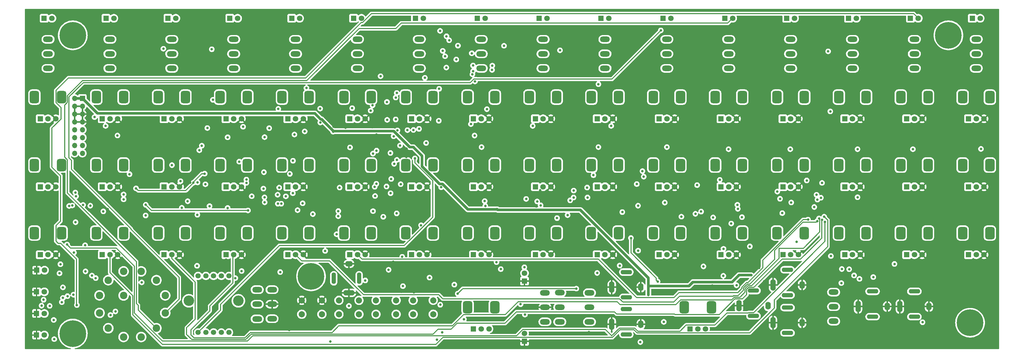
<source format=gbr>
%TF.GenerationSoftware,KiCad,Pcbnew,7.0.9*%
%TF.CreationDate,2024-01-01T10:09:09-06:00*%
%TF.ProjectId,SoundLab16StepSequencer,536f756e-644c-4616-9231-365374657053,rev?*%
%TF.SameCoordinates,Original*%
%TF.FileFunction,Copper,L2,Inr*%
%TF.FilePolarity,Positive*%
%FSLAX46Y46*%
G04 Gerber Fmt 4.6, Leading zero omitted, Abs format (unit mm)*
G04 Created by KiCad (PCBNEW 7.0.9) date 2024-01-01 10:09:09*
%MOMM*%
%LPD*%
G01*
G04 APERTURE LIST*
G04 Aperture macros list*
%AMRoundRect*
0 Rectangle with rounded corners*
0 $1 Rounding radius*
0 $2 $3 $4 $5 $6 $7 $8 $9 X,Y pos of 4 corners*
0 Add a 4 corners polygon primitive as box body*
4,1,4,$2,$3,$4,$5,$6,$7,$8,$9,$2,$3,0*
0 Add four circle primitives for the rounded corners*
1,1,$1+$1,$2,$3*
1,1,$1+$1,$4,$5*
1,1,$1+$1,$6,$7*
1,1,$1+$1,$8,$9*
0 Add four rect primitives between the rounded corners*
20,1,$1+$1,$2,$3,$4,$5,0*
20,1,$1+$1,$4,$5,$6,$7,0*
20,1,$1+$1,$6,$7,$8,$9,0*
20,1,$1+$1,$8,$9,$2,$3,0*%
G04 Aperture macros list end*
%TA.AperFunction,ComponentPad*%
%ADD10R,1.800000X1.800000*%
%TD*%
%TA.AperFunction,ComponentPad*%
%ADD11C,1.800000*%
%TD*%
%TA.AperFunction,ComponentPad*%
%ADD12RoundRect,0.750000X0.750000X-1.250000X0.750000X1.250000X-0.750000X1.250000X-0.750000X-1.250000X0*%
%TD*%
%TA.AperFunction,ComponentPad*%
%ADD13C,2.000000*%
%TD*%
%TA.AperFunction,ComponentPad*%
%ADD14O,1.750000X3.700000*%
%TD*%
%TA.AperFunction,ComponentPad*%
%ADD15O,1.750000X2.500000*%
%TD*%
%TA.AperFunction,ComponentPad*%
%ADD16O,3.700000X1.400000*%
%TD*%
%TA.AperFunction,ComponentPad*%
%ADD17O,3.200000X1.800000*%
%TD*%
%TA.AperFunction,ComponentPad*%
%ADD18C,1.700000*%
%TD*%
%TA.AperFunction,ComponentPad*%
%ADD19C,3.400000*%
%TD*%
%TA.AperFunction,ComponentPad*%
%ADD20C,8.600000*%
%TD*%
%TA.AperFunction,ComponentPad*%
%ADD21C,2.400000*%
%TD*%
%TA.AperFunction,ComponentPad*%
%ADD22O,3.700000X1.750000*%
%TD*%
%TA.AperFunction,ComponentPad*%
%ADD23O,2.500000X1.750000*%
%TD*%
%TA.AperFunction,ComponentPad*%
%ADD24O,1.400000X3.700000*%
%TD*%
%TA.AperFunction,ComponentPad*%
%ADD25R,1.700000X1.700000*%
%TD*%
%TA.AperFunction,ComponentPad*%
%ADD26O,1.700000X1.700000*%
%TD*%
%TA.AperFunction,ViaPad*%
%ADD27C,0.800000*%
%TD*%
%TA.AperFunction,Conductor*%
%ADD28C,0.304800*%
%TD*%
%TA.AperFunction,Conductor*%
%ADD29C,0.812800*%
%TD*%
G04 APERTURE END LIST*
D10*
%TO.N,+12V*%
%TO.C,RV43*%
X309500000Y-162000000D03*
D11*
%TO.N,Net-(U13-I12)*%
X312000000Y-162000000D03*
%TO.N,GNDREF*%
X314500000Y-162000000D03*
D12*
%TO.N,N/C*%
X307600000Y-155000000D03*
X316400000Y-155000000D03*
%TD*%
D13*
%TO.N,+12V*%
%TO.C,SW20*%
X190000000Y-176750000D03*
X196500000Y-176750000D03*
%TO.N,Net-(R82-Pad1)*%
X190000000Y-181250000D03*
X196500000Y-181250000D03*
%TD*%
D14*
%TO.N,GNDREF*%
%TO.C,J6*%
X306300000Y-171750000D03*
D15*
X315700000Y-171750000D03*
D16*
%TO.N,/SequencerAnalogGenerator/CV3*%
X311000000Y-166850000D03*
X311000000Y-175050000D03*
%TD*%
D17*
%TO.N,Net-(D22-K)*%
%TO.C,SW8*%
X152000000Y-92300000D03*
%TO.N,GB*%
X152000000Y-97000000D03*
%TO.N,N/C*%
X152000000Y-101700000D03*
%TD*%
D10*
%TO.N,Net-(RV10-Pad1)*%
%TO.C,RV22*%
X289500000Y-118000000D03*
D11*
%TO.N,Net-(R67-Pad1)*%
X292000000Y-118000000D03*
%TO.N,GNDREF*%
X294500000Y-118000000D03*
D12*
%TO.N,N/C*%
X287600000Y-111000000D03*
X296400000Y-111000000D03*
%TD*%
D10*
%TO.N,Net-(C32-Pad2)*%
%TO.C,RV33*%
X209500000Y-140000000D03*
D11*
%TO.N,Net-(R76-Pad2)*%
X212000000Y-140000000D03*
%TO.N,GNDREF*%
X214500000Y-140000000D03*
D12*
%TO.N,N/C*%
X207600000Y-133000000D03*
X216400000Y-133000000D03*
%TD*%
D17*
%TO.N,Net-(D1-K)*%
%TO.C,SW2*%
X139600000Y-182770000D03*
%TO.N,Net-(SW1-Pad4)*%
X139600000Y-178000000D03*
%TO.N,unconnected-(SW2-C-Pad3)*%
X139600000Y-173300000D03*
%TO.N,unconnected-(SW2-A-Pad4)*%
X144400000Y-182700000D03*
%TO.N,GNDREF*%
X144400000Y-178000000D03*
%TO.N,/SequencerClocking/RND*%
X144400000Y-173300000D03*
%TD*%
D13*
%TO.N,+12V*%
%TO.C,SW22*%
X166000000Y-176750000D03*
X172500000Y-176750000D03*
%TO.N,Net-(R80-Pad2)*%
X166000000Y-181250000D03*
X172500000Y-181250000D03*
%TD*%
D10*
%TO.N,GNDREF*%
%TO.C,D45*%
X68275000Y-174000000D03*
D11*
%TO.N,Net-(D45-A)*%
X70815000Y-174000000D03*
%TD*%
D10*
%TO.N,Net-(RV10-Pad1)*%
%TO.C,RV5*%
X369500000Y-118000000D03*
D11*
%TO.N,Net-(R51-Pad1)*%
X372000000Y-118000000D03*
%TO.N,GNDREF*%
X374500000Y-118000000D03*
D12*
%TO.N,N/C*%
X367600000Y-111000000D03*
X376400000Y-111000000D03*
%TD*%
D17*
%TO.N,Net-(D25-K)*%
%TO.C,SW11*%
X212000000Y-92300000D03*
%TO.N,GB*%
X212000000Y-97000000D03*
%TO.N,N/C*%
X212000000Y-101700000D03*
%TD*%
%TO.N,Net-(D23-K)*%
%TO.C,SW9*%
X172000000Y-92300000D03*
%TO.N,GB*%
X172000000Y-97000000D03*
%TO.N,N/C*%
X172000000Y-101700000D03*
%TD*%
D10*
%TO.N,+12V*%
%TO.C,RV45*%
X289500000Y-162000000D03*
D11*
%TO.N,Net-(U13-I11)*%
X292000000Y-162000000D03*
%TO.N,GNDREF*%
X294500000Y-162000000D03*
D12*
%TO.N,N/C*%
X287600000Y-155000000D03*
X296400000Y-155000000D03*
%TD*%
D10*
%TO.N,Net-(RV10-Pad1)*%
%TO.C,RV11*%
X349500000Y-140000000D03*
D11*
%TO.N,Net-(R55-Pad2)*%
X352000000Y-140000000D03*
%TO.N,GNDREF*%
X354500000Y-140000000D03*
D12*
%TO.N,N/C*%
X347600000Y-133000000D03*
X356400000Y-133000000D03*
%TD*%
D13*
%TO.N,+12V*%
%TO.C,SW21*%
X178000000Y-176750000D03*
X184500000Y-176750000D03*
%TO.N,Net-(R83-Pad1)*%
X178000000Y-181250000D03*
X184500000Y-181250000D03*
%TD*%
D10*
%TO.N,+12V*%
%TO.C,RV38*%
X89500000Y-162000000D03*
D11*
%TO.N,Net-(U13-I1)*%
X92000000Y-162000000D03*
%TO.N,GNDREF*%
X94500000Y-162000000D03*
D12*
%TO.N,N/C*%
X87600000Y-155000000D03*
X96400000Y-155000000D03*
%TD*%
D17*
%TO.N,Net-(D33-K)*%
%TO.C,SW19*%
X372000000Y-92300000D03*
%TO.N,GB*%
X372000000Y-97000000D03*
%TO.N,N/C*%
X372000000Y-101700000D03*
%TD*%
%TO.N,/SequencerInput/SBV2*%
%TO.C,SW26*%
X325900000Y-174100000D03*
%TO.N,/SequencerInput/SBV1*%
X325900000Y-178800000D03*
%TO.N,Net-(D62-A)*%
X325900000Y-183500000D03*
%TD*%
D18*
%TO.N,unconnected-(SW1-Pad1)*%
%TO.C,SW1*%
X130500000Y-187150000D03*
%TO.N,/SequencerClocking/STP*%
X128000000Y-187150000D03*
D19*
%TO.N,/SequencerClocking/CLR*%
X117500000Y-176900000D03*
D18*
X125500000Y-187150000D03*
D19*
X133500000Y-176900000D03*
D18*
%TO.N,Net-(SW1-Pad4)*%
X123000000Y-187150000D03*
%TO.N,/SequencerClocking/REV*%
X120500000Y-187150000D03*
%TO.N,N/C*%
X120500000Y-168850000D03*
X123000000Y-168850000D03*
X125500000Y-168850000D03*
X128000000Y-168850000D03*
X130500000Y-168850000D03*
%TD*%
D10*
%TO.N,Net-(RV10-Pad1)*%
%TO.C,RV26*%
X269500000Y-118000000D03*
D11*
%TO.N,Net-(R70-Pad2)*%
X272000000Y-118000000D03*
%TO.N,GNDREF*%
X274500000Y-118000000D03*
D12*
%TO.N,N/C*%
X267600000Y-111000000D03*
X276400000Y-111000000D03*
%TD*%
D17*
%TO.N,Net-(D27-K)*%
%TO.C,SW13*%
X252000000Y-92300000D03*
%TO.N,GB*%
X252000000Y-97000000D03*
%TO.N,N/C*%
X252000000Y-101700000D03*
%TD*%
D10*
%TO.N,Net-(D10-K)*%
%TO.C,D14*%
X190725000Y-85500000D03*
D11*
%TO.N,/SequencerInput/Q6*%
X193265000Y-85500000D03*
%TD*%
D10*
%TO.N,Net-(C32-Pad2)*%
%TO.C,RV20*%
X149500000Y-118000000D03*
D11*
%TO.N,Net-(R64-Pad2)*%
X152000000Y-118000000D03*
%TO.N,GNDREF*%
X154500000Y-118000000D03*
D12*
%TO.N,N/C*%
X147600000Y-111000000D03*
X156400000Y-111000000D03*
%TD*%
D10*
%TO.N,Net-(C32-Pad2)*%
%TO.C,RV12*%
X109500000Y-118000000D03*
D11*
%TO.N,Net-(R56-Pad2)*%
X112000000Y-118000000D03*
%TO.N,GNDREF*%
X114500000Y-118000000D03*
D12*
%TO.N,N/C*%
X107600000Y-111000000D03*
X116400000Y-111000000D03*
%TD*%
D17*
%TO.N,Net-(D30-K)*%
%TO.C,SW16*%
X312000000Y-92300000D03*
%TO.N,GB*%
X312000000Y-97000000D03*
%TO.N,N/C*%
X312000000Y-101700000D03*
%TD*%
%TO.N,Net-(D29-K)*%
%TO.C,SW15*%
X292000000Y-92300000D03*
%TO.N,GB*%
X292000000Y-97000000D03*
%TO.N,N/C*%
X292000000Y-101700000D03*
%TD*%
D10*
%TO.N,+12V*%
%TO.C,RV47*%
X269500000Y-162000000D03*
D11*
%TO.N,Net-(U13-I10)*%
X272000000Y-162000000D03*
%TO.N,GNDREF*%
X274500000Y-162000000D03*
D12*
%TO.N,N/C*%
X267600000Y-155000000D03*
X276400000Y-155000000D03*
%TD*%
D10*
%TO.N,+12V*%
%TO.C,RV42*%
X129500000Y-162000000D03*
D11*
%TO.N,Net-(U13-I3)*%
X132000000Y-162000000D03*
%TO.N,GNDREF*%
X134500000Y-162000000D03*
D12*
%TO.N,N/C*%
X127600000Y-155000000D03*
X136400000Y-155000000D03*
%TD*%
D10*
%TO.N,Net-(C32-Pad2)*%
%TO.C,RV8*%
X89500000Y-118000000D03*
D11*
%TO.N,Net-(R53-Pad1)*%
X92000000Y-118000000D03*
%TO.N,GNDREF*%
X94500000Y-118000000D03*
D12*
%TO.N,N/C*%
X87600000Y-111000000D03*
X96400000Y-111000000D03*
%TD*%
D10*
%TO.N,Net-(C32-Pad2)*%
%TO.C,RV25*%
X169500000Y-140000000D03*
D11*
%TO.N,Net-(R68-Pad2)*%
X172000000Y-140000000D03*
%TO.N,GNDREF*%
X174500000Y-140000000D03*
D12*
%TO.N,N/C*%
X167600000Y-133000000D03*
X176400000Y-133000000D03*
%TD*%
D10*
%TO.N,GNDREF*%
%TO.C,D61*%
X226000000Y-190000000D03*
D11*
%TO.N,Net-(D61-A)*%
X226000000Y-187460000D03*
%TD*%
D14*
%TO.N,GNDREF*%
%TO.C,J8*%
X295300000Y-178500000D03*
D15*
X304700000Y-178500000D03*
D16*
%TO.N,/SequencerAnalogGenerator/CV1*%
X300000000Y-173600000D03*
X300000000Y-181800000D03*
%TD*%
D10*
%TO.N,Net-(RV10-Pad1)*%
%TO.C,RV23*%
X289500000Y-140000000D03*
D11*
%TO.N,Net-(R66-Pad1)*%
X292000000Y-140000000D03*
%TO.N,GNDREF*%
X294500000Y-140000000D03*
D12*
%TO.N,N/C*%
X287600000Y-133000000D03*
X296400000Y-133000000D03*
%TD*%
D10*
%TO.N,+12V*%
%TO.C,RV37*%
X369500000Y-162000000D03*
D11*
%TO.N,Net-(U13-I15)*%
X372000000Y-162000000D03*
%TO.N,GNDREF*%
X374500000Y-162000000D03*
D12*
%TO.N,N/C*%
X367600000Y-155000000D03*
X376400000Y-155000000D03*
%TD*%
D14*
%TO.N,GNDREF*%
%TO.C,J7*%
X306300000Y-184000000D03*
D15*
X315700000Y-184000000D03*
D16*
%TO.N,/SequencerAnalogGenerator/CV2*%
X311000000Y-179100000D03*
X311000000Y-187300000D03*
%TD*%
D10*
%TO.N,Net-(D10-K)*%
%TO.C,D2*%
X70725000Y-85500000D03*
D11*
%TO.N,/SequencerClocking/FWD*%
X73265000Y-85500000D03*
%TD*%
D10*
%TO.N,GNDREF*%
%TO.C,D64*%
X226000000Y-170500000D03*
D11*
%TO.N,Net-(D64-A)*%
X226000000Y-167960000D03*
%TD*%
D14*
%TO.N,GNDREF*%
%TO.C,J4*%
X333800000Y-178750000D03*
D15*
X343200000Y-178750000D03*
D16*
%TO.N,/SequencerInput/Gate*%
X338500000Y-173850000D03*
X338500000Y-182050000D03*
%TD*%
D10*
%TO.N,Net-(RV10-Pad1)*%
%TO.C,RV18*%
X309500000Y-118000000D03*
D11*
%TO.N,Net-(R62-Pad2)*%
X312000000Y-118000000D03*
%TO.N,GNDREF*%
X314500000Y-118000000D03*
D12*
%TO.N,N/C*%
X307600000Y-111000000D03*
X316400000Y-111000000D03*
%TD*%
D17*
%TO.N,Net-(D19-K)*%
%TO.C,SW5*%
X92000000Y-92300000D03*
%TO.N,GB*%
X92000000Y-97000000D03*
%TO.N,N/C*%
X92000000Y-101700000D03*
%TD*%
D10*
%TO.N,Net-(C32-Pad2)*%
%TO.C,RV9*%
X89500000Y-140000000D03*
D11*
%TO.N,Net-(R52-Pad2)*%
X92000000Y-140000000D03*
%TO.N,GNDREF*%
X94500000Y-140000000D03*
D12*
%TO.N,N/C*%
X87600000Y-133000000D03*
X96400000Y-133000000D03*
%TD*%
D20*
%TO.N,N/C*%
%TO.C,H5*%
X80000000Y-187500000D03*
%TD*%
D10*
%TO.N,Net-(D10-K)*%
%TO.C,D5*%
X350725000Y-85500000D03*
D11*
%TO.N,/SequencerInput/Q14*%
X353265000Y-85500000D03*
%TD*%
D10*
%TO.N,Net-(C32-Pad2)*%
%TO.C,RV16*%
X129500000Y-118000000D03*
D11*
%TO.N,Net-(R61-Pad1)*%
X132000000Y-118000000D03*
%TO.N,GNDREF*%
X134500000Y-118000000D03*
D12*
%TO.N,N/C*%
X127600000Y-111000000D03*
X136400000Y-111000000D03*
%TD*%
D10*
%TO.N,GNDREF*%
%TO.C,D47*%
X68275000Y-188000000D03*
D11*
%TO.N,Net-(D47-A)*%
X70815000Y-188000000D03*
%TD*%
D17*
%TO.N,Net-(D26-K)*%
%TO.C,SW12*%
X232000000Y-92300000D03*
%TO.N,GB*%
X232000000Y-97000000D03*
%TO.N,N/C*%
X232000000Y-101700000D03*
%TD*%
D10*
%TO.N,Net-(C32-Pad2)*%
%TO.C,RV4*%
X69500000Y-140000000D03*
D11*
%TO.N,Net-(R49-Pad2)*%
X72000000Y-140000000D03*
%TO.N,GNDREF*%
X74500000Y-140000000D03*
D12*
%TO.N,N/C*%
X67600000Y-133000000D03*
X76400000Y-133000000D03*
%TD*%
D10*
%TO.N,Net-(D10-K)*%
%TO.C,D15*%
X250725000Y-85500000D03*
D11*
%TO.N,/SequencerInput/Q9*%
X253265000Y-85500000D03*
%TD*%
D10*
%TO.N,Net-(C32-Pad2)*%
%TO.C,RV21*%
X149500000Y-140000000D03*
D11*
%TO.N,Net-(R65-Pad2)*%
X152000000Y-140000000D03*
%TO.N,GNDREF*%
X154500000Y-140000000D03*
D12*
%TO.N,N/C*%
X147600000Y-133000000D03*
X156400000Y-133000000D03*
%TD*%
D10*
%TO.N,Net-(C32-Pad2)*%
%TO.C,RV17*%
X129500000Y-140000000D03*
D11*
%TO.N,Net-(R60-Pad2)*%
X132000000Y-140000000D03*
%TO.N,GNDREF*%
X134500000Y-140000000D03*
D12*
%TO.N,N/C*%
X127600000Y-133000000D03*
X136400000Y-133000000D03*
%TD*%
D17*
%TO.N,Net-(D24-K)*%
%TO.C,SW10*%
X192000000Y-92300000D03*
%TO.N,GB*%
X192000000Y-97000000D03*
%TO.N,N/C*%
X192000000Y-101700000D03*
%TD*%
%TO.N,Net-(SW25-A)*%
%TO.C,SW25*%
X247000000Y-183700000D03*
%TO.N,Net-(SW25-B)*%
X247000000Y-179000000D03*
%TO.N,Net-(Q2-C)*%
X247000000Y-174300000D03*
%TD*%
D10*
%TO.N,Net-(C32-Pad2)*%
%TO.C,RV28*%
X189500000Y-118000000D03*
D11*
%TO.N,Net-(R72-Pad2)*%
X192000000Y-118000000D03*
%TO.N,GNDREF*%
X194500000Y-118000000D03*
D12*
%TO.N,N/C*%
X187600000Y-111000000D03*
X196400000Y-111000000D03*
%TD*%
D10*
%TO.N,Net-(D10-K)*%
%TO.C,D7*%
X330725000Y-85500000D03*
D11*
%TO.N,/SequencerInput/Q13*%
X333265000Y-85500000D03*
%TD*%
D20*
%TO.N,N/C*%
%TO.C,H3*%
X370000000Y-184000000D03*
%TD*%
D10*
%TO.N,+12V*%
%TO.C,RV50*%
X209500000Y-162000000D03*
D11*
%TO.N,Net-(U13-I7)*%
X212000000Y-162000000D03*
%TO.N,GNDREF*%
X214500000Y-162000000D03*
D12*
%TO.N,N/C*%
X207600000Y-155000000D03*
X216400000Y-155000000D03*
%TD*%
D10*
%TO.N,Net-(RV10-Pad1)*%
%TO.C,RV34*%
X229500000Y-118000000D03*
D11*
%TO.N,Net-(R78-Pad2)*%
X232000000Y-118000000D03*
%TO.N,GNDREF*%
X234500000Y-118000000D03*
D12*
%TO.N,N/C*%
X227600000Y-111000000D03*
X236400000Y-111000000D03*
%TD*%
D10*
%TO.N,+12V*%
%TO.C,RV51*%
X229500000Y-162000000D03*
D11*
%TO.N,Net-(U13-I8)*%
X232000000Y-162000000D03*
%TO.N,GNDREF*%
X234500000Y-162000000D03*
D12*
%TO.N,N/C*%
X227600000Y-155000000D03*
X236400000Y-155000000D03*
%TD*%
D10*
%TO.N,Net-(C32-Pad2)*%
%TO.C,RV32*%
X209500000Y-118000000D03*
D11*
%TO.N,Net-(R77-Pad1)*%
X212000000Y-118000000D03*
%TO.N,GNDREF*%
X214500000Y-118000000D03*
D12*
%TO.N,N/C*%
X207600000Y-111000000D03*
X216400000Y-111000000D03*
%TD*%
D10*
%TO.N,Net-(D10-K)*%
%TO.C,D10*%
X150750000Y-85500000D03*
D11*
%TO.N,/SequencerInput/Q4*%
X153290000Y-85500000D03*
%TD*%
D17*
%TO.N,/VariClock1/QCK*%
%TO.C,SW24*%
X237400000Y-174230000D03*
%TO.N,Net-(SW25-A)*%
X237400000Y-179000000D03*
%TO.N,/VariClock2/Q2*%
X237400000Y-183700000D03*
%TO.N,unconnected-(SW24-A-Pad4)*%
X232600000Y-174300000D03*
%TO.N,GNDREF*%
X232600000Y-179000000D03*
%TO.N,Net-(U4B-S)*%
X232600000Y-183700000D03*
%TD*%
D10*
%TO.N,Net-(C32-Pad2)*%
%TO.C,RV29*%
X189500000Y-140000000D03*
D11*
%TO.N,Net-(R73-Pad2)*%
X192000000Y-140000000D03*
%TO.N,GNDREF*%
X194500000Y-140000000D03*
D12*
%TO.N,N/C*%
X187600000Y-133000000D03*
X196400000Y-133000000D03*
%TD*%
D10*
%TO.N,+12V*%
%TO.C,RV49*%
X249500000Y-162000000D03*
D11*
%TO.N,Net-(U13-I9)*%
X252000000Y-162000000D03*
%TO.N,GNDREF*%
X254500000Y-162000000D03*
D12*
%TO.N,N/C*%
X247600000Y-155000000D03*
X256400000Y-155000000D03*
%TD*%
D17*
%TO.N,Net-(D31-K)*%
%TO.C,SW17*%
X332000000Y-92300000D03*
%TO.N,GB*%
X332000000Y-97000000D03*
%TO.N,N/C*%
X332000000Y-101700000D03*
%TD*%
D10*
%TO.N,+12V*%
%TO.C,RV48*%
X189500000Y-162000000D03*
D11*
%TO.N,Net-(U13-I6)*%
X192000000Y-162000000D03*
%TO.N,GNDREF*%
X194500000Y-162000000D03*
D12*
%TO.N,N/C*%
X187600000Y-155000000D03*
X196400000Y-155000000D03*
%TD*%
D14*
%TO.N,GNDREF*%
%TO.C,J3*%
X347300000Y-178750000D03*
D15*
X356700000Y-178750000D03*
D16*
%TO.N,/SequencerInput/Trig*%
X352000000Y-173850000D03*
X352000000Y-182050000D03*
%TD*%
D10*
%TO.N,Net-(D10-K)*%
%TO.C,D11*%
X290725000Y-85500000D03*
D11*
%TO.N,/SequencerInput/Q11*%
X293265000Y-85500000D03*
%TD*%
D21*
%TO.N,/SequencerInput/Q4*%
%TO.C,SW3*%
X88635000Y-175153000D03*
%TO.N,/SequencerInput/Q5*%
X91472000Y-170222000D03*
%TO.N,/SequencerInput/Q6*%
X96403000Y-167385000D03*
%TO.N,/SequencerInput/Q7*%
X102097000Y-167385000D03*
%TO.N,/SequencerInput/Q8*%
X107028000Y-170222000D03*
%TO.N,/SequencerInput/Q9*%
X109865000Y-175153000D03*
%TO.N,/SequencerInput/Q10*%
X109865000Y-180847000D03*
%TO.N,/SequencerInput/Q11*%
X107028000Y-185778000D03*
%TO.N,/SequencerInput/Q12*%
X102097000Y-188615000D03*
%TO.N,/SequencerInput/Q13*%
X96403000Y-188615000D03*
%TO.N,/SequencerInput/Q14*%
X91472000Y-185778000D03*
%TO.N,/SequencerInput/Q15*%
X88635000Y-180847000D03*
%TO.N,Net-(D1-A)*%
X96422000Y-175172000D03*
%TD*%
D10*
%TO.N,+12V*%
%TO.C,RV40*%
X109500000Y-162000000D03*
D11*
%TO.N,Net-(U13-I2)*%
X112000000Y-162000000D03*
%TO.N,GNDREF*%
X114500000Y-162000000D03*
D12*
%TO.N,N/C*%
X107600000Y-155000000D03*
X116400000Y-155000000D03*
%TD*%
D10*
%TO.N,Net-(D10-K)*%
%TO.C,D17*%
X230725000Y-85500000D03*
D11*
%TO.N,/SequencerInput/Q8*%
X233265000Y-85500000D03*
%TD*%
D10*
%TO.N,Net-(D10-K)*%
%TO.C,D3*%
X370725000Y-85500000D03*
D11*
%TO.N,/SequencerInput/Q15*%
X373265000Y-85500000D03*
%TD*%
D13*
%TO.N,GNDREF*%
%TO.C,SW23*%
X154000000Y-176750000D03*
X160500000Y-176750000D03*
%TO.N,Net-(R105-Pad2)*%
X154000000Y-181250000D03*
X160500000Y-181250000D03*
%TD*%
D10*
%TO.N,GNDREF*%
%TO.C,D44*%
X68325000Y-167000000D03*
D11*
%TO.N,Net-(D44-A)*%
X70865000Y-167000000D03*
%TD*%
D10*
%TO.N,Net-(RV10-Pad1)*%
%TO.C,RV14*%
X329500000Y-118000000D03*
D11*
%TO.N,Net-(R59-Pad1)*%
X332000000Y-118000000D03*
%TO.N,GNDREF*%
X334500000Y-118000000D03*
D12*
%TO.N,N/C*%
X327600000Y-111000000D03*
X336400000Y-111000000D03*
%TD*%
D10*
%TO.N,Net-(RV10-Pad1)*%
%TO.C,RV31*%
X249500000Y-140000000D03*
D11*
%TO.N,Net-(R74-Pad1)*%
X252000000Y-140000000D03*
%TO.N,GNDREF*%
X254500000Y-140000000D03*
D12*
%TO.N,N/C*%
X247600000Y-133000000D03*
X256400000Y-133000000D03*
%TD*%
D17*
%TO.N,Net-(D20-K)*%
%TO.C,SW6*%
X112000000Y-92300000D03*
%TO.N,GB*%
X112000000Y-97000000D03*
%TO.N,N/C*%
X112000000Y-101700000D03*
%TD*%
D20*
%TO.N,N/C*%
%TO.C,H2*%
X363000000Y-91000000D03*
%TD*%
D10*
%TO.N,Net-(RV10-Pad1)*%
%TO.C,RV6*%
X369500000Y-140000000D03*
D11*
%TO.N,Net-(R50-Pad1)*%
X372000000Y-140000000D03*
%TO.N,GNDREF*%
X374500000Y-140000000D03*
D12*
%TO.N,N/C*%
X367600000Y-133000000D03*
X376400000Y-133000000D03*
%TD*%
D10*
%TO.N,Net-(D10-K)*%
%TO.C,D16*%
X210750000Y-85500000D03*
D11*
%TO.N,/SequencerInput/Q7*%
X213290000Y-85500000D03*
%TD*%
D10*
%TO.N,Net-(R33-Pad2)*%
%TO.C,RV2*%
X209500000Y-186000000D03*
D11*
%TO.N,/VariClock1/CLK*%
X212000000Y-186000000D03*
X214500000Y-186000000D03*
D12*
%TO.N,N/C*%
X207600000Y-179000000D03*
X216400000Y-179000000D03*
%TD*%
D17*
%TO.N,Net-(D21-K)*%
%TO.C,SW7*%
X132000000Y-92300000D03*
%TO.N,GB*%
X132000000Y-97000000D03*
%TO.N,N/C*%
X132000000Y-101700000D03*
%TD*%
D10*
%TO.N,Net-(RV10-Pad1)*%
%TO.C,RV27*%
X269500000Y-140000000D03*
D11*
%TO.N,Net-(R71-Pad2)*%
X272000000Y-140000000D03*
%TO.N,GNDREF*%
X274500000Y-140000000D03*
D12*
%TO.N,N/C*%
X267600000Y-133000000D03*
X276400000Y-133000000D03*
%TD*%
D10*
%TO.N,+12V*%
%TO.C,RV39*%
X349500000Y-162000000D03*
D11*
%TO.N,Net-(U13-I14)*%
X352000000Y-162000000D03*
%TO.N,GNDREF*%
X354500000Y-162000000D03*
D12*
%TO.N,N/C*%
X347600000Y-155000000D03*
X356400000Y-155000000D03*
%TD*%
D10*
%TO.N,Net-(D10-K)*%
%TO.C,D4*%
X90725000Y-85500000D03*
D11*
%TO.N,Net-(D19-A)*%
X93265000Y-85500000D03*
%TD*%
D17*
%TO.N,Net-(D18-K)*%
%TO.C,SW4*%
X72000000Y-92300000D03*
%TO.N,GB*%
X72000000Y-97000000D03*
%TO.N,N/C*%
X72000000Y-101700000D03*
%TD*%
D10*
%TO.N,Net-(C32-Pad2)*%
%TO.C,RV13*%
X109500000Y-140000000D03*
D11*
%TO.N,Net-(R57-Pad2)*%
X112000000Y-140000000D03*
%TO.N,GNDREF*%
X114500000Y-140000000D03*
D12*
%TO.N,N/C*%
X107600000Y-133000000D03*
X116400000Y-133000000D03*
%TD*%
D10*
%TO.N,Net-(C32-Pad2)*%
%TO.C,RV24*%
X169500000Y-118000000D03*
D11*
%TO.N,Net-(R69-Pad1)*%
X172000000Y-118000000D03*
%TO.N,GNDREF*%
X174500000Y-118000000D03*
D12*
%TO.N,N/C*%
X167600000Y-111000000D03*
X176400000Y-111000000D03*
%TD*%
D10*
%TO.N,Net-(U11B-+)*%
%TO.C,RV7*%
X279500000Y-186000000D03*
D11*
X282000000Y-186000000D03*
%TO.N,Net-(U11C-+)*%
X284500000Y-186000000D03*
D12*
%TO.N,N/C*%
X277600000Y-179000000D03*
X286400000Y-179000000D03*
%TD*%
D10*
%TO.N,Net-(RV10-Pad1)*%
%TO.C,RV35*%
X229500000Y-140000000D03*
D11*
%TO.N,Net-(R79-Pad2)*%
X232000000Y-140000000D03*
%TO.N,GNDREF*%
X234500000Y-140000000D03*
D12*
%TO.N,N/C*%
X227600000Y-133000000D03*
X236400000Y-133000000D03*
%TD*%
D10*
%TO.N,Net-(D10-K)*%
%TO.C,D6*%
X110750000Y-85500000D03*
D11*
%TO.N,Net-(D20-A)*%
X113290000Y-85500000D03*
%TD*%
D17*
%TO.N,Net-(D32-K)*%
%TO.C,SW18*%
X352000000Y-92300000D03*
%TO.N,GB*%
X352000000Y-97000000D03*
%TO.N,N/C*%
X352000000Y-101700000D03*
%TD*%
D10*
%TO.N,+12V*%
%TO.C,RV44*%
X149500000Y-162000000D03*
D11*
%TO.N,Net-(U13-I4)*%
X152000000Y-162000000D03*
%TO.N,GNDREF*%
X154500000Y-162000000D03*
D12*
%TO.N,N/C*%
X147600000Y-155000000D03*
X156400000Y-155000000D03*
%TD*%
D10*
%TO.N,+12V*%
%TO.C,RV41*%
X329500000Y-162000000D03*
D11*
%TO.N,Net-(U13-I13)*%
X332000000Y-162000000D03*
%TO.N,GNDREF*%
X334500000Y-162000000D03*
D12*
%TO.N,N/C*%
X327600000Y-155000000D03*
X336400000Y-155000000D03*
%TD*%
D10*
%TO.N,Net-(RV10-Pad1)*%
%TO.C,RV15*%
X329500000Y-140000000D03*
D11*
%TO.N,Net-(R58-Pad1)*%
X332000000Y-140000000D03*
%TO.N,GNDREF*%
X334500000Y-140000000D03*
D12*
%TO.N,N/C*%
X327600000Y-133000000D03*
X336400000Y-133000000D03*
%TD*%
D20*
%TO.N,N/C*%
%TO.C,H4*%
X157000000Y-169000000D03*
%TD*%
D10*
%TO.N,Net-(RV10-Pad1)*%
%TO.C,RV10*%
X349500000Y-118000000D03*
D11*
%TO.N,Net-(R54-Pad2)*%
X352000000Y-118000000D03*
%TO.N,GNDREF*%
X354500000Y-118000000D03*
D12*
%TO.N,N/C*%
X347600000Y-111000000D03*
X356400000Y-111000000D03*
%TD*%
D20*
%TO.N,N/C*%
%TO.C,H1*%
X80000000Y-91000000D03*
%TD*%
D10*
%TO.N,+12V*%
%TO.C,RV36*%
X69500000Y-162000000D03*
D11*
%TO.N,Net-(U13-I0)*%
X72000000Y-162000000D03*
%TO.N,GNDREF*%
X74500000Y-162000000D03*
D12*
%TO.N,N/C*%
X67600000Y-155000000D03*
X76400000Y-155000000D03*
%TD*%
D10*
%TO.N,GNDREF*%
%TO.C,D46*%
X68275000Y-181000000D03*
D11*
%TO.N,Net-(D46-A)*%
X70815000Y-181000000D03*
%TD*%
D10*
%TO.N,Net-(D10-K)*%
%TO.C,D8*%
X130725000Y-85500000D03*
D11*
%TO.N,Net-(D21-A)*%
X133265000Y-85500000D03*
%TD*%
D10*
%TO.N,Net-(D10-K)*%
%TO.C,D9*%
X310725000Y-85500000D03*
D11*
%TO.N,/SequencerInput/Q12*%
X313265000Y-85500000D03*
%TD*%
D14*
%TO.N,GNDREF*%
%TO.C,J5*%
X254200000Y-172500000D03*
D15*
X263600000Y-172500000D03*
D16*
%TO.N,/VariClock2/Clock_Out*%
X258900000Y-167600000D03*
X258900000Y-175800000D03*
%TD*%
D10*
%TO.N,Net-(C32-Pad2)*%
%TO.C,RV3*%
X69500000Y-118000000D03*
D11*
%TO.N,Net-(R48-Pad2)*%
X72000000Y-118000000D03*
%TO.N,GNDREF*%
X74500000Y-118000000D03*
D12*
%TO.N,N/C*%
X67600000Y-111000000D03*
X76400000Y-111000000D03*
%TD*%
D14*
%TO.N,GNDREF*%
%TO.C,J2*%
X254200000Y-184500000D03*
D15*
X263600000Y-184500000D03*
D16*
%TO.N,/VariClock2/EXT_CLK_Input*%
X258900000Y-179600000D03*
X258900000Y-187800000D03*
%TD*%
D17*
%TO.N,Net-(D28-K)*%
%TO.C,SW14*%
X272000000Y-92300000D03*
%TO.N,GB*%
X272000000Y-97000000D03*
%TO.N,N/C*%
X272000000Y-101700000D03*
%TD*%
D10*
%TO.N,Net-(D10-K)*%
%TO.C,D13*%
X270725000Y-85500000D03*
D11*
%TO.N,/SequencerInput/Q10*%
X273265000Y-85500000D03*
%TD*%
D10*
%TO.N,Net-(RV10-Pad1)*%
%TO.C,RV30*%
X249500000Y-118000000D03*
D11*
%TO.N,Net-(R75-Pad1)*%
X252000000Y-118000000D03*
%TO.N,GNDREF*%
X254500000Y-118000000D03*
D12*
%TO.N,N/C*%
X247600000Y-111000000D03*
X256400000Y-111000000D03*
%TD*%
D10*
%TO.N,Net-(RV10-Pad1)*%
%TO.C,RV19*%
X309500000Y-140000000D03*
D11*
%TO.N,Net-(R63-Pad2)*%
X312000000Y-140000000D03*
%TO.N,GNDREF*%
X314500000Y-140000000D03*
D12*
%TO.N,N/C*%
X307600000Y-133000000D03*
X316400000Y-133000000D03*
%TD*%
D22*
%TO.N,GNDREF*%
%TO.C,J1*%
X169250000Y-174325000D03*
D23*
X169250000Y-164925000D03*
D24*
%TO.N,/SequencerClocking/XSTP*%
X164350000Y-169625000D03*
X172550000Y-169625000D03*
%TD*%
D10*
%TO.N,Net-(D10-K)*%
%TO.C,D12*%
X170750000Y-85500000D03*
D11*
%TO.N,/SequencerInput/Q5*%
X173290000Y-85500000D03*
%TD*%
D10*
%TO.N,+12V*%
%TO.C,RV46*%
X169500000Y-162000000D03*
D11*
%TO.N,Net-(U13-I5)*%
X172000000Y-162000000D03*
%TO.N,GNDREF*%
X174500000Y-162000000D03*
D12*
%TO.N,N/C*%
X167600000Y-155000000D03*
X176400000Y-155000000D03*
%TD*%
D25*
%TO.N,-12V*%
%TO.C,J9*%
X83100000Y-111385000D03*
D26*
X80560000Y-111385000D03*
%TO.N,GNDREF*%
X83100000Y-113925000D03*
X80560000Y-113925000D03*
X83100000Y-116465000D03*
X80560000Y-116465000D03*
X83100000Y-119005000D03*
X80560000Y-119005000D03*
%TO.N,+12V*%
X83100000Y-121545000D03*
X80560000Y-121545000D03*
%TO.N,Net-(J9-Pin_11)*%
X83100000Y-124085000D03*
X80560000Y-124085000D03*
%TO.N,Net-(J9-Pin_13)*%
X83100000Y-126625000D03*
X80560000Y-126625000D03*
%TO.N,Net-(J9-Pin_15)*%
X83100000Y-129165000D03*
X80560000Y-129165000D03*
%TD*%
D27*
%TO.N,+12V*%
X154950014Y-122100015D03*
X146200000Y-142575000D03*
X185760000Y-126650000D03*
X345565700Y-164984300D03*
X147025000Y-167600000D03*
X89850000Y-147975000D03*
X276700000Y-149675000D03*
X283825000Y-165775000D03*
X130033800Y-124003823D03*
X165800000Y-147875000D03*
X184758800Y-131300000D03*
X203300000Y-171675000D03*
X226525000Y-143950000D03*
X154275000Y-145350000D03*
X213325000Y-146250000D03*
X122858795Y-139206621D03*
X84100000Y-167375000D03*
X96416200Y-142475000D03*
X75700000Y-168000000D03*
X152650000Y-147575000D03*
X317200000Y-137975000D03*
X328400000Y-171175000D03*
X249475000Y-167900000D03*
X257600000Y-148200000D03*
X246225000Y-140250000D03*
X80825000Y-141875000D03*
X130033800Y-146866200D03*
X290250000Y-168817000D03*
X103538800Y-149295000D03*
X271000000Y-183725000D03*
X185975000Y-139175000D03*
X218325000Y-166650000D03*
X120246269Y-149075871D03*
%TO.N,GNDREF*%
X163525000Y-88550000D03*
X341075000Y-102375000D03*
X129575000Y-163597600D03*
X83497600Y-149275000D03*
X117929800Y-138692383D03*
X102450000Y-124225000D03*
X178172600Y-123076813D03*
X183529883Y-164245117D03*
X186350000Y-115425000D03*
X171350000Y-149425000D03*
X211975000Y-177750000D03*
X289425000Y-166700000D03*
X160550000Y-123450000D03*
X68800000Y-184100000D03*
X67150000Y-177450000D03*
X266924998Y-163850000D03*
X281600000Y-123425000D03*
X251950000Y-182325000D03*
X344725000Y-187650000D03*
X317575000Y-185650000D03*
X145300000Y-101875000D03*
X141350000Y-180775000D03*
X343650000Y-123950000D03*
X233900000Y-143625000D03*
X135125000Y-123725000D03*
X356800000Y-169475000D03*
X212275000Y-109500000D03*
X163550000Y-139025000D03*
X161225000Y-108400000D03*
X240200000Y-133350000D03*
X220700000Y-111075000D03*
X134200000Y-142050000D03*
X91275000Y-147225000D03*
X202350000Y-113925000D03*
X142575000Y-91625000D03*
X224450000Y-108400000D03*
X224975000Y-140750000D03*
X293050000Y-184100000D03*
X319750000Y-175750000D03*
X303675000Y-187650000D03*
X290825000Y-134000000D03*
X301025000Y-88100000D03*
X177125000Y-145550000D03*
X94550000Y-185950000D03*
X209587922Y-114377487D03*
X176775000Y-120775000D03*
X187825000Y-130400000D03*
X164275000Y-120550000D03*
X187900000Y-127650000D03*
X140775000Y-162375000D03*
X181875000Y-126750000D03*
X100725000Y-112875000D03*
X76575000Y-181975000D03*
X98320006Y-180697600D03*
X202425000Y-144400000D03*
X283950000Y-139025000D03*
X109875000Y-168250000D03*
X106425000Y-149350000D03*
X282725000Y-134575000D03*
X199050000Y-91800000D03*
X213750000Y-149375000D03*
X222000000Y-138525000D03*
X176137600Y-142183476D03*
X113550000Y-185625000D03*
X149950000Y-186363000D03*
X168150000Y-120925000D03*
X190203317Y-174146683D03*
X86350000Y-190525000D03*
X256550000Y-140475000D03*
X127301267Y-140076267D03*
X101825000Y-89900000D03*
X202750000Y-133875000D03*
X109525000Y-152225000D03*
X176225000Y-170600000D03*
X168050000Y-167295117D03*
X94750000Y-146575000D03*
X124050000Y-173750000D03*
X70625000Y-145350000D03*
X341350000Y-89475000D03*
X231055144Y-141164368D03*
X191300000Y-145050000D03*
X180975000Y-172675000D03*
X161250000Y-172900000D03*
X286700000Y-171925000D03*
X225075000Y-95650000D03*
X144550000Y-123100000D03*
X96475000Y-140275000D03*
X217575000Y-144325000D03*
X167175000Y-143250000D03*
X262125000Y-141000000D03*
X210025000Y-168775000D03*
X357475000Y-87175000D03*
X145946115Y-164108569D03*
X367900000Y-174650000D03*
X320929883Y-100479883D03*
X229775000Y-146425000D03*
X322050000Y-136725000D03*
X135425000Y-180725000D03*
X202100000Y-123425000D03*
X225300000Y-124450000D03*
X67225000Y-123700000D03*
X176750000Y-98175000D03*
X159500000Y-153700000D03*
X96550000Y-100075000D03*
X180750000Y-87025000D03*
X129225000Y-143425000D03*
X301825000Y-166277400D03*
X234025000Y-136750000D03*
X303400002Y-170575001D03*
X207975000Y-144325000D03*
X151150000Y-152475000D03*
X124925000Y-149000000D03*
X130275000Y-154375000D03*
X342375000Y-149225000D03*
X263150000Y-100275000D03*
X242774998Y-151400000D03*
X144525000Y-136225000D03*
X363075000Y-145675000D03*
X141000000Y-99750000D03*
X223425000Y-151875000D03*
X342825000Y-139600000D03*
X182975000Y-102175000D03*
X246175000Y-91350000D03*
X165150000Y-99625000D03*
X84575000Y-145625000D03*
X318525000Y-144525000D03*
X124400000Y-154250000D03*
X233600000Y-156850000D03*
X258975000Y-124325000D03*
X320200000Y-124875000D03*
X132875000Y-135300000D03*
X281600000Y-101350000D03*
X282200000Y-127300000D03*
X238625000Y-148800000D03*
X204275000Y-90176000D03*
X284050000Y-91450000D03*
X186175000Y-174025000D03*
X104713883Y-181438883D03*
X291875000Y-110300000D03*
X87050000Y-146075000D03*
X178173321Y-137442916D03*
X150625000Y-178375000D03*
X220025000Y-135650000D03*
X264150000Y-92100000D03*
X246800000Y-187010000D03*
X238375000Y-166850000D03*
X140150000Y-129425000D03*
X222025000Y-156125000D03*
X357975000Y-100000000D03*
X347000000Y-146175000D03*
X76425000Y-95675000D03*
X185450000Y-136450000D03*
%TO.N,-12V*%
X217100000Y-147250000D03*
X164124986Y-122175000D03*
X299253092Y-168603092D03*
X266000000Y-175029800D03*
%TO.N,Net-(C7-Pad2)*%
X338725000Y-169225000D03*
X332499700Y-168708200D03*
%TO.N,/VariClock1/QCK*%
X240762700Y-144408600D03*
X165786300Y-149532900D03*
X169237700Y-178553400D03*
X177574760Y-140014994D03*
%TO.N,/VariClock1/SET*%
X177020033Y-147889733D03*
X178092254Y-139047716D03*
%TO.N,Net-(U8-E0)*%
X103572928Y-145837087D03*
X136625000Y-147675000D03*
%TO.N,Net-(C23-Pad1)*%
X141616677Y-140608213D03*
X146700000Y-140275000D03*
%TO.N,Net-(D41-A)*%
X151154500Y-131595100D03*
X151633100Y-123100000D03*
%TO.N,Net-(D42-K)*%
X142013051Y-145038437D03*
X157577400Y-148832000D03*
X147365600Y-145492900D03*
X163200000Y-190102400D03*
%TO.N,I{slash}O*%
X209975000Y-105925000D03*
X269025000Y-170700000D03*
X260400000Y-156600000D03*
%TO.N,Net-(C32-Pad2)*%
X166232600Y-140274400D03*
X115227400Y-146813994D03*
X150137603Y-135837603D03*
X225942400Y-166054700D03*
X181380000Y-139913700D03*
%TO.N,Net-(C42-Pad1)*%
X186468500Y-162668400D03*
X198757900Y-178178000D03*
%TO.N,/SequencerClocking/REV*%
X190550796Y-130846396D03*
%TO.N,/SequencerClocking/STP*%
X178172600Y-128314224D03*
%TO.N,/SequencerClocking/XSTP*%
X184700000Y-109675000D03*
%TO.N,Net-(D54-A)*%
X184361398Y-111148367D03*
X181606800Y-118355900D03*
%TO.N,Net-(C57-Pad1)*%
X231199200Y-146007200D03*
X206411300Y-182867200D03*
%TO.N,Net-(U18B--)*%
X230081200Y-144766100D03*
X213115500Y-144650900D03*
%TO.N,/SequencerClocking/FWD*%
X80364854Y-161317564D03*
X69900002Y-178475000D03*
%TO.N,/SequencerInput/Q15*%
X354637600Y-183844200D03*
%TO.N,Net-(D19-A)*%
X70556091Y-176559142D03*
%TO.N,/SequencerInput/Q14*%
X81300000Y-178275000D03*
%TO.N,Net-(D20-A)*%
X72524330Y-178549330D03*
%TO.N,/SequencerInput/Q13*%
X199366865Y-187142902D03*
%TO.N,Net-(D21-A)*%
X76450000Y-177350000D03*
%TO.N,/SequencerInput/Q12*%
X263425000Y-190250000D03*
X324125000Y-96200000D03*
%TO.N,/SequencerInput/Q4*%
X76802400Y-175975000D03*
%TO.N,/SequencerInput/Q5*%
X78269909Y-175389857D03*
%TO.N,/SequencerInput/Q10*%
X270050000Y-89425000D03*
%TO.N,/SequencerInput/Q6*%
X76802400Y-172554030D03*
X87400000Y-169550000D03*
%TO.N,/SequencerInput/Q9*%
X92175000Y-181500000D03*
%TO.N,/SequencerInput/Q7*%
X80188059Y-174932200D03*
%TO.N,/SequencerInput/Q8*%
X93775000Y-180350000D03*
X237464900Y-95856600D03*
X132504800Y-169551600D03*
%TO.N,/SequencerClocking/DN*%
X294799800Y-145849400D03*
X330925100Y-166694200D03*
%TO.N,/SequencerClocking/UP*%
X325014100Y-162415700D03*
X307694400Y-141569700D03*
%TO.N,/SequencerClocking/X2*%
X182645700Y-129087763D03*
X180347600Y-149725900D03*
X197707388Y-189516273D03*
X184914399Y-121770696D03*
%TO.N,Net-(D41-K)*%
X141970500Y-123940100D03*
X136102400Y-138734103D03*
X137827400Y-143071600D03*
%TO.N,Net-(D50-A)*%
X192562132Y-152462132D03*
X191900000Y-121275000D03*
%TO.N,Net-(D51-K)*%
X183683031Y-123675000D03*
X188157197Y-121679397D03*
%TO.N,Net-(D51-A)*%
X190100000Y-121625000D03*
X195304400Y-169393000D03*
%TO.N,/SequencerClocking/CLR*%
X209850000Y-123439900D03*
X181523370Y-112577970D03*
X134559000Y-167280400D03*
X236500000Y-150150000D03*
%TO.N,Net-(D62-A)*%
X183850008Y-132600004D03*
%TO.N,/VariClock2/Q2*%
X216949500Y-164388800D03*
X199054800Y-140156200D03*
%TO.N,GB*%
X328550000Y-166626400D03*
%TO.N,/SequencerInput/SBV2*%
X334254114Y-169812600D03*
%TO.N,Net-(U6-Q3)*%
X122600000Y-135775000D03*
X118979760Y-138701845D03*
X100425000Y-140525000D03*
%TO.N,Net-(U6-Q2)*%
X120300000Y-138625000D03*
X98320617Y-135937672D03*
X96422600Y-144081200D03*
X121695900Y-126725700D03*
%TO.N,Net-(U6-Q1)*%
X120892700Y-128174600D03*
X117127400Y-144696300D03*
%TO.N,Net-(U6-Q0)*%
X123482900Y-121008000D03*
X114797600Y-138195700D03*
%TO.N,Net-(U9-P2)*%
X76005279Y-165064244D03*
X78814600Y-146211200D03*
%TO.N,Net-(U9-P1)*%
X73832617Y-183095117D03*
X81048800Y-143085700D03*
%TO.N,Net-(U9-P0)*%
X74000000Y-189300000D03*
X85650700Y-146122700D03*
%TO.N,Net-(R35-Pad2)*%
X169600000Y-127275000D03*
X312200000Y-145100000D03*
%TO.N,Net-(U12-I0)*%
X109285600Y-95351800D03*
X87022633Y-117462867D03*
%TO.N,Net-(U12-I15)*%
X201635700Y-92611500D03*
X249874600Y-106830400D03*
%TO.N,Net-(U12-I1)*%
X124911200Y-95526300D03*
X90600800Y-120327800D03*
%TO.N,Net-(R52-Pad2)*%
X94423900Y-123431300D03*
%TO.N,Net-(U12-I14)*%
X204474700Y-94354400D03*
X219363300Y-94389700D03*
%TO.N,Net-(R55-Pad2)*%
X351526600Y-127851500D03*
%TO.N,Net-(U12-I2)*%
X199562654Y-96047595D03*
X176880416Y-113660884D03*
%TO.N,Net-(R57-Pad2)*%
X112050400Y-133012200D03*
%TO.N,Net-(U12-I3)*%
X198397900Y-108310100D03*
X209346800Y-100787202D03*
X155518600Y-108074100D03*
X135032500Y-120591500D03*
%TO.N,Net-(R60-Pad2)*%
X133788400Y-131872800D03*
%TO.N,Net-(R63-Pad2)*%
X311891300Y-127851500D03*
%TO.N,Net-(U12-I4)*%
X143471700Y-121051700D03*
X200324777Y-97777400D03*
X148849547Y-143105928D03*
%TO.N,Net-(R65-Pad2)*%
X151114400Y-142092000D03*
%TO.N,Net-(U12-I5)*%
X176275000Y-115375000D03*
X203937500Y-98827734D03*
%TO.N,Net-(R68-Pad2)*%
X177013500Y-129279000D03*
%TO.N,Net-(U12-I10)*%
X254005000Y-120327800D03*
X200725900Y-101439000D03*
%TO.N,Net-(R71-Pad2)*%
X272006600Y-127178600D03*
%TO.N,Net-(U12-I6)*%
X198281200Y-118657600D03*
X209352101Y-102600793D03*
%TO.N,Net-(R73-Pad2)*%
X194192500Y-125837300D03*
%TO.N,Net-(U12-I7)*%
X209138633Y-103628867D03*
X208670400Y-119738100D03*
%TO.N,Net-(R76-Pad2)*%
X212103900Y-127178600D03*
%TO.N,Net-(U12-I8)*%
X213833900Y-114898700D03*
X228642200Y-120327800D03*
%TO.N,Net-(R80-Pad2)*%
X174513300Y-170316400D03*
%TO.N,Net-(R83-Pad1)*%
X182066700Y-166885800D03*
%TO.N,/SequencerClocking/RND*%
X161551798Y-160762802D03*
%TO.N,Net-(U19-CLK)*%
X262691400Y-146137700D03*
X241900000Y-141250000D03*
%TO.N,Net-(R123-Pad1)*%
X239925000Y-149175000D03*
X226125000Y-181375000D03*
%TO.N,Net-(R127-Pad1)*%
X256760604Y-165499996D03*
X246358400Y-143478300D03*
%TO.N,/VariClock1/CLK*%
X182702400Y-142101682D03*
X182914800Y-137467800D03*
X136102400Y-137684100D03*
X141760289Y-135298790D03*
X141953102Y-143433637D03*
%TO.N,Net-(RV10-Pad1)*%
X324829600Y-115633800D03*
X262269800Y-139133000D03*
%TO.N,Net-(U13-I0)*%
X78150000Y-158700000D03*
X323100000Y-151375000D03*
%TO.N,Net-(U13-I15)*%
X333637300Y-143402500D03*
%TO.N,Net-(U13-I1)*%
X322841811Y-149679519D03*
%TO.N,Net-(U13-I2)*%
X322148547Y-150693675D03*
%TO.N,Net-(U13-I13)*%
X322149300Y-138750500D03*
%TO.N,Net-(U13-I3)*%
X321191581Y-150261561D03*
%TO.N,Net-(U13-I12)*%
X320652621Y-144174037D03*
%TO.N,Net-(U13-I4)*%
X320586209Y-151128157D03*
%TO.N,Net-(U13-I11)*%
X321781200Y-143560200D03*
%TO.N,Net-(U13-I5)*%
X317625000Y-150650000D03*
%TO.N,Net-(U13-I10)*%
X320379612Y-142608886D03*
%TO.N,Net-(U13-I6)*%
X313920300Y-157788500D03*
X319637600Y-146557000D03*
%TO.N,Net-(U13-I9)*%
X286958600Y-149927700D03*
X262704300Y-160672800D03*
%TO.N,Net-(U13-I7)*%
X309302000Y-148529600D03*
X298816700Y-159309400D03*
%TO.N,Net-(U13-I8)*%
X308571900Y-143902400D03*
X290311000Y-160080900D03*
%TO.N,/SequencerAnalogGenerator/QA*%
X294940700Y-147155400D03*
X170292500Y-114576200D03*
X215493600Y-102209600D03*
X120152159Y-165571742D03*
X179473433Y-104236333D03*
X193781223Y-104751324D03*
X296276867Y-149838367D03*
X248267400Y-136249200D03*
X159975700Y-119222600D03*
X208946600Y-96819100D03*
%TO.N,/SequencerAnalogGenerator/QB*%
X292801300Y-151906100D03*
X215578207Y-100817730D03*
X242730700Y-172957400D03*
X283068700Y-148036900D03*
X204400000Y-174600000D03*
%TO.N,/SequencerAnalogGenerator/QC*%
X146408300Y-114804900D03*
X264108300Y-134952100D03*
X159931483Y-114728283D03*
X200771100Y-91326600D03*
X102271000Y-170931400D03*
%TO.N,/SequencerAnalogGenerator/QD*%
X86175000Y-168747600D03*
X281784200Y-139466700D03*
X198695800Y-89575600D03*
X289107900Y-137766700D03*
X125286300Y-111875000D03*
X264534000Y-136741300D03*
%TO.N,Net-(U6-MR)*%
X124191133Y-146268633D03*
X146274832Y-145485835D03*
%TO.N,/VariClock1/CLR*%
X165260300Y-155362900D03*
X177694300Y-142989500D03*
X83975000Y-158925000D03*
X83320900Y-145886400D03*
%TO.N,Net-(U9-LOAD)*%
X79834000Y-146064000D03*
X80884800Y-151459800D03*
%TO.N,/SequencerAnalogGenerator/CV3*%
X294525000Y-171875000D03*
%TO.N,Net-(U14A-C)*%
X186703800Y-172151700D03*
X184368600Y-118231900D03*
%TO.N,Net-(SW25-B)*%
X241847600Y-143467800D03*
%TO.N,/SequencerClocking/DB*%
X281229300Y-148747700D03*
X271330000Y-145110700D03*
%TO.N,Net-(R50-Pad1)*%
X373524300Y-127751500D03*
%TO.N,Net-(R58-Pad1)*%
X333637300Y-127851500D03*
%TO.N,Net-(R66-Pad1)*%
X291944600Y-127851500D03*
%TO.N,Net-(R74-Pad1)*%
X249874600Y-127178600D03*
%TO.N,Net-(U4B-S)*%
X224725000Y-178000000D03*
X184680800Y-148622500D03*
%TD*%
D28*
%TO.N,/SequencerClocking/REV*%
X190550800Y-132225800D02*
X190550800Y-130846400D01*
X196325000Y-138000000D02*
X190550800Y-132225800D01*
X196325000Y-149834030D02*
X196325000Y-138000000D01*
X146800000Y-159025000D02*
X187134030Y-159025000D01*
X187134030Y-159025000D02*
X196325000Y-149834030D01*
X127752400Y-178072600D02*
X146800000Y-159025000D01*
X127752400Y-179897600D02*
X127752400Y-178072600D01*
X120500000Y-187150000D02*
X127752400Y-179897600D01*
%TO.N,/SequencerInput/Q11*%
X292765000Y-85964800D02*
X292765000Y-85500000D01*
X291658600Y-87071200D02*
X292765000Y-85964800D01*
X186153800Y-87071200D02*
X291658600Y-87071200D01*
X184425000Y-88800000D02*
X186153800Y-87071200D01*
X172528839Y-88800000D02*
X184425000Y-88800000D01*
X83150000Y-105700000D02*
X155628839Y-105700000D01*
X78252400Y-110597600D02*
X83150000Y-105700000D01*
X78252400Y-112706630D02*
X78252400Y-110597600D01*
X77375000Y-113584030D02*
X78252400Y-112706630D01*
X78252400Y-141952400D02*
X78252400Y-131293370D01*
X100544600Y-177780704D02*
X100544600Y-164244600D01*
X77375000Y-130415970D02*
X77375000Y-113584030D01*
X101129800Y-178365904D02*
X100544600Y-177780704D01*
X101129800Y-179879800D02*
X101129800Y-178365904D01*
X100544600Y-164244600D02*
X78252400Y-141952400D01*
X107028000Y-185778000D02*
X101129800Y-179879800D01*
X155628839Y-105700000D02*
X172528839Y-88800000D01*
X78252400Y-131293370D02*
X77375000Y-130415970D01*
%TO.N,/SequencerInput/Q14*%
X352765000Y-85035200D02*
X352765000Y-85500000D01*
X351753000Y-84023200D02*
X352765000Y-85035200D01*
X176537962Y-84023200D02*
X351753000Y-84023200D01*
X173685181Y-86875981D02*
X176537962Y-84023200D01*
X173185181Y-86875981D02*
X173685181Y-86875981D01*
X155261162Y-104800000D02*
X173185181Y-86875981D01*
X78575000Y-104800000D02*
X155261162Y-104800000D01*
X74547600Y-108827400D02*
X78575000Y-104800000D01*
X74547600Y-112747600D02*
X74547600Y-108827400D01*
X76170200Y-114370200D02*
X74547600Y-112747600D01*
X76170200Y-118100962D02*
X76170200Y-114370200D01*
X73247600Y-121023562D02*
X76170200Y-118100962D01*
X73247600Y-133647600D02*
X73247600Y-121023562D01*
X76050000Y-136450000D02*
X73247600Y-133647600D01*
X76050000Y-151088896D02*
X76050000Y-136450000D01*
X74547600Y-152591296D02*
X76050000Y-151088896D01*
X76090235Y-158300000D02*
X75300000Y-158300000D01*
X81215904Y-163425669D02*
X76090235Y-158300000D01*
X74547600Y-157547600D02*
X74547600Y-152591296D01*
X81215904Y-178190904D02*
X81215904Y-163425669D01*
X81300000Y-178275000D02*
X81215904Y-178190904D01*
X75300000Y-158300000D02*
X74547600Y-157547600D01*
D29*
%TO.N,-12V*%
X183714907Y-122020413D02*
X188888094Y-127193600D01*
X280428969Y-170825000D02*
X293100000Y-170825000D01*
X192906400Y-133433295D02*
X198572905Y-139099800D01*
X164124986Y-121877910D02*
X164124986Y-122175000D01*
X266000000Y-172125000D02*
X266000000Y-175029800D01*
X293100000Y-170825000D02*
X295321908Y-168603092D01*
X188888094Y-127193600D02*
X190037576Y-127193600D01*
X160413276Y-118166200D02*
X164124986Y-121877910D01*
X295321908Y-168603092D02*
X299253092Y-168603092D01*
X80560000Y-111385000D02*
X83100000Y-111385000D01*
X266000000Y-169481758D02*
X266000000Y-172125000D01*
X87993600Y-116278600D02*
X158228586Y-116278600D01*
X217375000Y-147525000D02*
X244043242Y-147525000D01*
X244043242Y-147525000D02*
X266000000Y-169481758D01*
X83100000Y-111385000D02*
X87993600Y-116278600D01*
X158228586Y-116278600D02*
X160116186Y-118166200D01*
X207717576Y-147325000D02*
X217025000Y-147325000D01*
X279128969Y-172125000D02*
X280428969Y-170825000D01*
X164279573Y-122020413D02*
X183714907Y-122020413D01*
X199492376Y-139099800D02*
X207717576Y-147325000D01*
X160116186Y-118166200D02*
X160413276Y-118166200D01*
X164124986Y-122175000D02*
X164279573Y-122020413D01*
X266000000Y-172125000D02*
X279128969Y-172125000D01*
X190037576Y-127193600D02*
X192906400Y-130062424D01*
X192906400Y-130062424D02*
X192906400Y-133433295D01*
X217100000Y-147250000D02*
X217375000Y-147525000D01*
X217025000Y-147325000D02*
X217100000Y-147250000D01*
X198572905Y-139099800D02*
X199492376Y-139099800D01*
D28*
%TO.N,Net-(U8-E0)*%
X104600000Y-146850000D02*
X104585841Y-146850000D01*
X105425000Y-147675000D02*
X104600000Y-146850000D01*
X136625000Y-147675000D02*
X105425000Y-147675000D01*
X104585841Y-146850000D02*
X103572928Y-145837087D01*
%TO.N,I{slash}O*%
X268550000Y-170225000D02*
X269025000Y-170700000D01*
X268550000Y-169550000D02*
X268550000Y-170225000D01*
X260400000Y-161400000D02*
X268550000Y-169550000D01*
X260400000Y-156600000D02*
X260400000Y-161400000D01*
%TO.N,/SequencerInput/Q10*%
X210382365Y-105197600D02*
X254277400Y-105197600D01*
X209642635Y-105122600D02*
X210307365Y-105122600D01*
X98775000Y-153779800D02*
X98775000Y-153575000D01*
X78757200Y-110942800D02*
X83377400Y-106322600D01*
X208442635Y-106322600D02*
X209642635Y-105122600D01*
X254277400Y-105197600D02*
X270050000Y-89425000D01*
X114343251Y-169348051D02*
X98775000Y-153779800D01*
X114343251Y-176368749D02*
X114343251Y-169348051D01*
X78757200Y-112915725D02*
X78757200Y-110942800D01*
X109865000Y-180847000D02*
X114343251Y-176368749D01*
X210307365Y-105122600D02*
X210382365Y-105197600D01*
X78750000Y-130625000D02*
X78750000Y-112922926D01*
X79600000Y-131475000D02*
X78750000Y-130625000D01*
X98775000Y-153575000D02*
X79600000Y-134400000D01*
X83377400Y-106322600D02*
X208442635Y-106322600D01*
X78750000Y-112922926D02*
X78757200Y-112915725D01*
X79600000Y-134400000D02*
X79600000Y-131475000D01*
%TO.N,Net-(U6-Q3)*%
X122600000Y-135775000D02*
X121700000Y-135775000D01*
X100425000Y-140525000D02*
X101152400Y-141252400D01*
X121700000Y-135775000D02*
X118979760Y-138495240D01*
X101152400Y-141252400D02*
X116504548Y-141252400D01*
X116504548Y-141252400D02*
X118979760Y-138777188D01*
X118979760Y-138495240D02*
X118979760Y-138701845D01*
X118979760Y-138777188D02*
X118979760Y-138701845D01*
%TO.N,Net-(U13-I0)*%
X261609096Y-185745200D02*
X256665904Y-185745200D01*
X278247600Y-184747600D02*
X276247600Y-186747600D01*
X108989374Y-189934800D02*
X99925000Y-180870426D01*
X298414082Y-180747600D02*
X298286682Y-180875000D01*
X323100000Y-151375000D02*
X323100000Y-157660806D01*
X254168304Y-188242800D02*
X252133104Y-186207600D01*
X262611496Y-186747600D02*
X261609096Y-185745200D01*
X298286682Y-180875000D02*
X291396162Y-180875000D01*
X287523562Y-184747600D02*
X278247600Y-184747600D01*
X136440199Y-189934800D02*
X108989374Y-189934800D01*
X138132199Y-188242800D02*
X136440199Y-189934800D01*
X300013206Y-180747600D02*
X298414082Y-180747600D01*
X256665904Y-185745200D02*
X254168304Y-188242800D01*
X94098562Y-159827400D02*
X79277400Y-159827400D01*
X223446038Y-188242800D02*
X138132199Y-188242800D01*
X79277400Y-159827400D02*
X78150000Y-158700000D01*
X99925000Y-180870426D02*
X99925000Y-165653838D01*
X323100000Y-157660806D02*
X300013206Y-180747600D01*
X225481238Y-186207600D02*
X223446038Y-188242800D01*
X291396162Y-180875000D02*
X287523562Y-184747600D01*
X276247600Y-186747600D02*
X262611496Y-186747600D01*
X99925000Y-165653838D02*
X94098562Y-159827400D01*
X252133104Y-186207600D02*
X225481238Y-186207600D01*
%TO.N,Net-(U13-I1)*%
X261400000Y-186250000D02*
X262402400Y-187252400D01*
X262402400Y-187252400D02*
X298747600Y-187252400D01*
X92000000Y-162000000D02*
X92000000Y-167840678D01*
X109002400Y-191027400D02*
X197331026Y-191027400D01*
X99420200Y-175260878D02*
X99420200Y-181445200D01*
X99420200Y-181445200D02*
X109002400Y-191027400D01*
X92000000Y-167840678D02*
X99420200Y-175260878D01*
X323977400Y-159372600D02*
X323977400Y-150815108D01*
X254377400Y-188747600D02*
X256875000Y-186250000D01*
X306725000Y-179275000D02*
X306725000Y-176625000D01*
X323977400Y-150815108D02*
X322841811Y-149679519D01*
X306725000Y-176625000D02*
X323977400Y-159372600D01*
X199610826Y-188747600D02*
X254377400Y-188747600D01*
X256875000Y-186250000D02*
X261400000Y-186250000D01*
X197331026Y-191027400D02*
X199610826Y-188747600D01*
X298747600Y-187252400D02*
X306725000Y-179275000D01*
%TO.N,Net-(U13-I2)*%
X135881107Y-189430000D02*
X137640907Y-187670200D01*
X297797600Y-173164082D02*
X298414082Y-172547600D01*
X274652400Y-181352400D02*
X288922600Y-181352400D01*
X309311682Y-163400000D02*
X315250000Y-163400000D01*
X112000000Y-163272792D02*
X119552400Y-170825192D01*
X196454800Y-187670200D02*
X198000000Y-186125000D01*
X288922600Y-181352400D02*
X293977400Y-176297600D01*
X293977400Y-176297600D02*
X296414082Y-176297600D01*
X255097600Y-180502400D02*
X255745200Y-181150000D01*
X112000000Y-162000000D02*
X112000000Y-163272792D01*
X223367635Y-180502400D02*
X255097600Y-180502400D01*
X202288896Y-186125000D02*
X204238896Y-184175000D01*
X219695035Y-184175000D02*
X223367635Y-180502400D01*
X255745200Y-181150000D02*
X274450000Y-181150000D01*
X322047600Y-156602400D02*
X322047600Y-150794622D01*
X297797600Y-174914082D02*
X297797600Y-173164082D01*
X298414082Y-172547600D02*
X300164082Y-172547600D01*
X119552400Y-182860000D02*
X116789200Y-185623200D01*
X315250000Y-163400000D02*
X322047600Y-156602400D01*
X118462400Y-189430000D02*
X135881107Y-189430000D01*
X116789200Y-187756800D02*
X118462400Y-189430000D01*
X300164082Y-172547600D02*
X309311682Y-163400000D01*
X137640907Y-187670200D02*
X196454800Y-187670200D01*
X322047600Y-150794622D02*
X322148547Y-150693675D01*
X274450000Y-181150000D02*
X274652400Y-181352400D01*
X204238896Y-184175000D02*
X219695035Y-184175000D01*
X119552400Y-170825192D02*
X119552400Y-182860000D01*
X116789200Y-185623200D02*
X116789200Y-187756800D01*
X198000000Y-186125000D02*
X202288896Y-186125000D01*
X296414082Y-176297600D02*
X297797600Y-174914082D01*
%TO.N,Net-(U13-I3)*%
X219787835Y-181352400D02*
X223940235Y-177200000D01*
X223940235Y-177200000D02*
X255966482Y-177200000D01*
X256866482Y-178100000D02*
X274940970Y-178100000D01*
X297292800Y-172954986D02*
X298204987Y-172042800D01*
X137431811Y-187165400D02*
X163783539Y-187165400D01*
X124307600Y-178528504D02*
X124307600Y-180136800D01*
X293768305Y-175792800D02*
X295609989Y-175792800D01*
X206347600Y-181352400D02*
X219787835Y-181352400D01*
X316125000Y-159900000D02*
X321386577Y-154638423D01*
X295609989Y-175792800D02*
X297292800Y-174109989D01*
X321386577Y-154638423D02*
X321386577Y-150456557D01*
X119176800Y-188925200D02*
X135672011Y-188925200D01*
X321386577Y-150456557D02*
X321191581Y-150261561D01*
X118211600Y-186232800D02*
X118211600Y-187960000D01*
X131702400Y-162297600D02*
X131702400Y-171133704D01*
X298204987Y-172042800D02*
X299359989Y-172042800D01*
X308247600Y-163155189D02*
X308247600Y-159900000D01*
X308247600Y-159900000D02*
X316125000Y-159900000D01*
X292913504Y-176647600D02*
X293768305Y-175792800D01*
X255966482Y-177200000D02*
X256866482Y-178100000D01*
X274940970Y-178100000D02*
X276393370Y-176647600D01*
X118211600Y-187960000D02*
X119176800Y-188925200D01*
X163783539Y-187165400D02*
X165948939Y-185000000D01*
X202700000Y-185000000D02*
X206347600Y-181352400D01*
X124307600Y-180136800D02*
X118211600Y-186232800D01*
X135672011Y-188925200D02*
X137431811Y-187165400D01*
X131702400Y-171133704D02*
X124307600Y-178528504D01*
X276393370Y-176647600D02*
X292913504Y-176647600D01*
X132000000Y-162000000D02*
X131702400Y-162297600D01*
X299359989Y-172042800D02*
X308247600Y-163155189D01*
X165948939Y-185000000D02*
X202700000Y-185000000D01*
X297292800Y-174109989D02*
X297292800Y-172954986D01*
%TO.N,Net-(U13-I4)*%
X295012000Y-175288000D02*
X296788000Y-173512000D01*
X306800000Y-160633705D02*
X315981305Y-151452400D01*
X152000000Y-162000000D02*
X153975000Y-163975000D01*
X198253883Y-174949083D02*
X199540718Y-176235918D01*
X293422210Y-175425000D02*
X293559211Y-175288000D01*
X297995893Y-171538000D02*
X298762000Y-171538000D01*
X306800000Y-163500000D02*
X306800000Y-160633705D01*
X153975000Y-163975000D02*
X162975000Y-163975000D01*
X173949083Y-174949083D02*
X198253883Y-174949083D01*
X256697600Y-176235918D02*
X257786682Y-177325000D01*
X276100000Y-175425000D02*
X293422210Y-175425000D01*
X320261966Y-151452400D02*
X320586209Y-151128157D01*
X296788000Y-173512000D02*
X296788000Y-172745890D01*
X293559211Y-175288000D02*
X295012000Y-175288000D01*
X274200000Y-177325000D02*
X276100000Y-175425000D01*
X257786682Y-177325000D02*
X274200000Y-177325000D01*
X298762000Y-171538000D02*
X306800000Y-163500000D01*
X162975000Y-163975000D02*
X173949083Y-174949083D01*
X199540718Y-176235918D02*
X256697600Y-176235918D01*
X296788000Y-172745890D02*
X297995893Y-171538000D01*
X315981305Y-151452400D02*
X320261966Y-151452400D01*
%TO.N,Net-(U13-I5)*%
X296283200Y-172536795D02*
X296283200Y-172901565D01*
X302977400Y-163742410D02*
X302977400Y-166207365D01*
X294959765Y-174225000D02*
X275900000Y-174225000D01*
X275900000Y-174225000D02*
X274286400Y-175838600D01*
X317625000Y-150650000D02*
X316069810Y-150650000D01*
X316069810Y-150650000D02*
X302977400Y-163742410D01*
X173442717Y-163442717D02*
X172000000Y-162000000D01*
X296283200Y-172901565D02*
X294959765Y-174225000D01*
X262238600Y-175838600D02*
X249842717Y-163442717D01*
X249842717Y-163442717D02*
X173442717Y-163442717D01*
X274286400Y-175838600D02*
X262238600Y-175838600D01*
X302977400Y-166207365D02*
X298151565Y-171033200D01*
X298151565Y-171033200D02*
X297786798Y-171033200D01*
X297786798Y-171033200D02*
X296283200Y-172536795D01*
%TO.N,/SequencerAnalogGenerator/QB*%
X242730700Y-172957400D02*
X206042600Y-172957400D01*
X206042600Y-172957400D02*
X204400000Y-174600000D01*
%TD*%
%TA.AperFunction,Conductor*%
%TO.N,GNDREF*%
G36*
X79110503Y-134841044D02*
G01*
X79119697Y-134849878D01*
X79120279Y-134850498D01*
X79157852Y-134881581D01*
X79162175Y-134885515D01*
X96564479Y-152287819D01*
X96597964Y-152349142D01*
X96592980Y-152418834D01*
X96551108Y-152474767D01*
X96485644Y-152499184D01*
X96476798Y-152499500D01*
X95585782Y-152499501D01*
X95453586Y-152509904D01*
X95453579Y-152509905D01*
X95235321Y-152564902D01*
X95235318Y-152564903D01*
X95030377Y-152657991D01*
X95030367Y-152657997D01*
X94845354Y-152786174D01*
X94845342Y-152786184D01*
X94686184Y-152945342D01*
X94686174Y-152945354D01*
X94557997Y-153130367D01*
X94557991Y-153130377D01*
X94464903Y-153335318D01*
X94464902Y-153335321D01*
X94409905Y-153553579D01*
X94409904Y-153553586D01*
X94399500Y-153685781D01*
X94399501Y-156314218D01*
X94409904Y-156446413D01*
X94409905Y-156446420D01*
X94464902Y-156664678D01*
X94464903Y-156664681D01*
X94557991Y-156869622D01*
X94557997Y-156869632D01*
X94686174Y-157054645D01*
X94686178Y-157054650D01*
X94686181Y-157054654D01*
X94845346Y-157213819D01*
X94845350Y-157213822D01*
X94845354Y-157213825D01*
X94895080Y-157248275D01*
X95030374Y-157342007D01*
X95235317Y-157435096D01*
X95235321Y-157435097D01*
X95453579Y-157490094D01*
X95453581Y-157490094D01*
X95453588Y-157490096D01*
X95564973Y-157498862D01*
X95585781Y-157500500D01*
X95585782Y-157500499D01*
X95585783Y-157500500D01*
X96399999Y-157500499D01*
X97214218Y-157500499D01*
X97233505Y-157498980D01*
X97346412Y-157490096D01*
X97564683Y-157435096D01*
X97769626Y-157342007D01*
X97954654Y-157213819D01*
X98113819Y-157054654D01*
X98242007Y-156869626D01*
X98335096Y-156664683D01*
X98390096Y-156446412D01*
X98400500Y-156314217D01*
X98400499Y-154628000D01*
X98420184Y-154560962D01*
X98472987Y-154515207D01*
X98542146Y-154505263D01*
X98605702Y-154534288D01*
X98612180Y-154540320D01*
X113654032Y-169582172D01*
X113687517Y-169643495D01*
X113690351Y-169669853D01*
X113690351Y-176046946D01*
X113670666Y-176113985D01*
X113654032Y-176134627D01*
X110572205Y-179216453D01*
X110510882Y-179249938D01*
X110447974Y-179247263D01*
X110244466Y-179184489D01*
X110244462Y-179184488D01*
X110244458Y-179184487D01*
X110112008Y-179164523D01*
X109992440Y-179146500D01*
X109992435Y-179146500D01*
X109737565Y-179146500D01*
X109737559Y-179146500D01*
X109580609Y-179170157D01*
X109485542Y-179184487D01*
X109485539Y-179184488D01*
X109485533Y-179184489D01*
X109241992Y-179259612D01*
X109012373Y-179370190D01*
X109012372Y-179370191D01*
X108801782Y-179513768D01*
X108614952Y-179687121D01*
X108614950Y-179687123D01*
X108456041Y-179886388D01*
X108328608Y-180107109D01*
X108235492Y-180344362D01*
X108235490Y-180344369D01*
X108178777Y-180592845D01*
X108159732Y-180846995D01*
X108159732Y-180847004D01*
X108178777Y-181101154D01*
X108224048Y-181299500D01*
X108235492Y-181349637D01*
X108328607Y-181586888D01*
X108456041Y-181807612D01*
X108614950Y-182006877D01*
X108801783Y-182180232D01*
X109012366Y-182323805D01*
X109012371Y-182323807D01*
X109012372Y-182323808D01*
X109012373Y-182323809D01*
X109134328Y-182382538D01*
X109241992Y-182434387D01*
X109241993Y-182434387D01*
X109241996Y-182434389D01*
X109485542Y-182509513D01*
X109737565Y-182547500D01*
X109992435Y-182547500D01*
X110244458Y-182509513D01*
X110488004Y-182434389D01*
X110684445Y-182339788D01*
X110717626Y-182323809D01*
X110717626Y-182323808D01*
X110717634Y-182323805D01*
X110928217Y-182180232D01*
X111115050Y-182006877D01*
X111273959Y-181807612D01*
X111401393Y-181586888D01*
X111494508Y-181349637D01*
X111551222Y-181101157D01*
X111564365Y-180925769D01*
X111570268Y-180847004D01*
X111570268Y-180846995D01*
X111551222Y-180592845D01*
X111550855Y-180591239D01*
X111494508Y-180344363D01*
X111466801Y-180273770D01*
X111460633Y-180204177D01*
X111493070Y-180142293D01*
X111494489Y-180140849D01*
X114744272Y-176891066D01*
X114756871Y-176880974D01*
X114756719Y-176880790D01*
X114762728Y-176875817D01*
X114762733Y-176875815D01*
X114812167Y-176823172D01*
X114833965Y-176801375D01*
X114838488Y-176795541D01*
X114842252Y-176791133D01*
X114875656Y-176755564D01*
X114885937Y-176736860D01*
X114896608Y-176720614D01*
X114909696Y-176703744D01*
X114929075Y-176658959D01*
X114931619Y-176653765D01*
X114955127Y-176611008D01*
X114960433Y-176590342D01*
X114966738Y-176571926D01*
X114969368Y-176565849D01*
X114975210Y-176552350D01*
X114982840Y-176504167D01*
X114984017Y-176498480D01*
X114996151Y-176451229D01*
X114996151Y-176429887D01*
X114997678Y-176410486D01*
X115001015Y-176389420D01*
X114996426Y-176340872D01*
X114996151Y-176335034D01*
X114996151Y-169433824D01*
X114997923Y-169417774D01*
X114997686Y-169417752D01*
X114998420Y-169409984D01*
X114996783Y-169357913D01*
X114996151Y-169337788D01*
X114996151Y-169306976D01*
X114995227Y-169299668D01*
X114994769Y-169293845D01*
X114994716Y-169292157D01*
X114993238Y-169245104D01*
X114987284Y-169224612D01*
X114983338Y-169205555D01*
X114983235Y-169204740D01*
X114980665Y-169184391D01*
X114962711Y-169139046D01*
X114960822Y-169133526D01*
X114954235Y-169110854D01*
X114947216Y-169086693D01*
X114936352Y-169068323D01*
X114927795Y-169050856D01*
X114919939Y-169031014D01*
X114891277Y-168991566D01*
X114888070Y-168986683D01*
X114863245Y-168944706D01*
X114863244Y-168944705D01*
X114863243Y-168944703D01*
X114848157Y-168929617D01*
X114835522Y-168914825D01*
X114822977Y-168897558D01*
X114822974Y-168897556D01*
X114822974Y-168897555D01*
X114822973Y-168897554D01*
X114785402Y-168866473D01*
X114781090Y-168862550D01*
X109530720Y-163612180D01*
X109497235Y-163550857D01*
X109502219Y-163481165D01*
X109544091Y-163425232D01*
X109609555Y-163400815D01*
X109618401Y-163400499D01*
X110447871Y-163400499D01*
X110447872Y-163400499D01*
X110507483Y-163394091D01*
X110642331Y-163343796D01*
X110757546Y-163257546D01*
X110843796Y-163142331D01*
X110862092Y-163093274D01*
X110903961Y-163037342D01*
X110969425Y-163012924D01*
X111037699Y-163027775D01*
X111054436Y-163038755D01*
X111231365Y-163176464D01*
X111231371Y-163176468D01*
X111231374Y-163176470D01*
X111282118Y-163203931D01*
X111331707Y-163253148D01*
X111346335Y-163310012D01*
X111346855Y-163309980D01*
X111347025Y-163312696D01*
X111347100Y-163312985D01*
X111347100Y-163313868D01*
X111348022Y-163321176D01*
X111348480Y-163326995D01*
X111350012Y-163375737D01*
X111350013Y-163375743D01*
X111355965Y-163396230D01*
X111359910Y-163415275D01*
X111362585Y-163436449D01*
X111362588Y-163436460D01*
X111380538Y-163481797D01*
X111382430Y-163487324D01*
X111396033Y-163534147D01*
X111396035Y-163534152D01*
X111406900Y-163552523D01*
X111415458Y-163569993D01*
X111423311Y-163589827D01*
X111423314Y-163589833D01*
X111451973Y-163629278D01*
X111455182Y-163634162D01*
X111480009Y-163676142D01*
X111495094Y-163691226D01*
X111507734Y-163706025D01*
X111520274Y-163723286D01*
X111557852Y-163754373D01*
X111562175Y-163758307D01*
X118863181Y-171059313D01*
X118896666Y-171120636D01*
X118899500Y-171146994D01*
X118899500Y-174956609D01*
X118879815Y-175023648D01*
X118827011Y-175069403D01*
X118757853Y-175079347D01*
X118706610Y-175059712D01*
X118691358Y-175049521D01*
X118602611Y-174990222D01*
X118602605Y-174990219D01*
X118602604Y-174990218D01*
X118343905Y-174862642D01*
X118070760Y-174769921D01*
X118070754Y-174769919D01*
X118070753Y-174769919D01*
X118070751Y-174769918D01*
X118070745Y-174769917D01*
X117787849Y-174713646D01*
X117787839Y-174713644D01*
X117500000Y-174694778D01*
X117212161Y-174713644D01*
X117212155Y-174713645D01*
X117212150Y-174713646D01*
X116929254Y-174769917D01*
X116929239Y-174769921D01*
X116656094Y-174862642D01*
X116397393Y-174990219D01*
X116397386Y-174990223D01*
X116157547Y-175150478D01*
X115940672Y-175340672D01*
X115750478Y-175557547D01*
X115590223Y-175797386D01*
X115590219Y-175797393D01*
X115462642Y-176056094D01*
X115369921Y-176329239D01*
X115369917Y-176329254D01*
X115313874Y-176611004D01*
X115313644Y-176612161D01*
X115294778Y-176900000D01*
X115307919Y-177100499D01*
X115313644Y-177187837D01*
X115313646Y-177187849D01*
X115369917Y-177470745D01*
X115369921Y-177470760D01*
X115462642Y-177743905D01*
X115590219Y-178002606D01*
X115590223Y-178002613D01*
X115750478Y-178242452D01*
X115940672Y-178459327D01*
X116157547Y-178649521D01*
X116326818Y-178762624D01*
X116397389Y-178809778D01*
X116656098Y-178937359D01*
X116929247Y-179030081D01*
X117212161Y-179086356D01*
X117500000Y-179105222D01*
X117787839Y-179086356D01*
X118070753Y-179030081D01*
X118343902Y-178937359D01*
X118602611Y-178809778D01*
X118706611Y-178740287D01*
X118773287Y-178719410D01*
X118840667Y-178737895D01*
X118887357Y-178789873D01*
X118899500Y-178843390D01*
X118899500Y-182538197D01*
X118879815Y-182605236D01*
X118863181Y-182625878D01*
X116388176Y-185100882D01*
X116375578Y-185110976D01*
X116375730Y-185111160D01*
X116369719Y-185116133D01*
X116320283Y-185168776D01*
X116298484Y-185190575D01*
X116293969Y-185196396D01*
X116290177Y-185200835D01*
X116256796Y-185236382D01*
X116256794Y-185236386D01*
X116246513Y-185255085D01*
X116235838Y-185271336D01*
X116222757Y-185288201D01*
X116222752Y-185288209D01*
X116203385Y-185332961D01*
X116200816Y-185338205D01*
X116177323Y-185380941D01*
X116172014Y-185401616D01*
X116165715Y-185420012D01*
X116157242Y-185439592D01*
X116157240Y-185439600D01*
X116149612Y-185487764D01*
X116148427Y-185493486D01*
X116136300Y-185540713D01*
X116136300Y-185562061D01*
X116134773Y-185581460D01*
X116131436Y-185602527D01*
X116131436Y-185602528D01*
X116136025Y-185651075D01*
X116136300Y-185656913D01*
X116136300Y-187671032D01*
X116134528Y-187687079D01*
X116134766Y-187687102D01*
X116134032Y-187694867D01*
X116136300Y-187767045D01*
X116136300Y-187797876D01*
X116137222Y-187805184D01*
X116137680Y-187811003D01*
X116139212Y-187859745D01*
X116139213Y-187859751D01*
X116145165Y-187880238D01*
X116149110Y-187899283D01*
X116151785Y-187920457D01*
X116151788Y-187920468D01*
X116169738Y-187965805D01*
X116171630Y-187971332D01*
X116185233Y-188018155D01*
X116185235Y-188018160D01*
X116196100Y-188036531D01*
X116204658Y-188054001D01*
X116212511Y-188073835D01*
X116212514Y-188073841D01*
X116241173Y-188113286D01*
X116244382Y-188118170D01*
X116269209Y-188160150D01*
X116284294Y-188175234D01*
X116296931Y-188190030D01*
X116298097Y-188191634D01*
X116309474Y-188207294D01*
X116347052Y-188238381D01*
X116351375Y-188242315D01*
X117179279Y-189070219D01*
X117212764Y-189131542D01*
X117207780Y-189201234D01*
X117165908Y-189257167D01*
X117100444Y-189281584D01*
X117091598Y-189281900D01*
X109311176Y-189281900D01*
X109244137Y-189262215D01*
X109223495Y-189245581D01*
X107561355Y-187583441D01*
X107527870Y-187522118D01*
X107532854Y-187452426D01*
X107574726Y-187396493D01*
X107612480Y-187377272D01*
X107651004Y-187365389D01*
X107813913Y-187286936D01*
X107880626Y-187254809D01*
X107880626Y-187254808D01*
X107880634Y-187254805D01*
X108091217Y-187111232D01*
X108278050Y-186937877D01*
X108436959Y-186738612D01*
X108564393Y-186517888D01*
X108657508Y-186280637D01*
X108714222Y-186032157D01*
X108727708Y-185852196D01*
X108733268Y-185778004D01*
X108733268Y-185777995D01*
X108716631Y-185555990D01*
X108714222Y-185523843D01*
X108657508Y-185275363D01*
X108564393Y-185038112D01*
X108436959Y-184817388D01*
X108278050Y-184618123D01*
X108091217Y-184444768D01*
X107880634Y-184301195D01*
X107880630Y-184301193D01*
X107880627Y-184301191D01*
X107880626Y-184301190D01*
X107651006Y-184190612D01*
X107651008Y-184190612D01*
X107407466Y-184115489D01*
X107407462Y-184115488D01*
X107407458Y-184115487D01*
X107278703Y-184096080D01*
X107155440Y-184077500D01*
X107155435Y-184077500D01*
X106900565Y-184077500D01*
X106900559Y-184077500D01*
X106743609Y-184101157D01*
X106648542Y-184115487D01*
X106648539Y-184115488D01*
X106648529Y-184115490D01*
X106445023Y-184178263D01*
X106375160Y-184179213D01*
X106320793Y-184147453D01*
X101819019Y-179645679D01*
X101785534Y-179584356D01*
X101782700Y-179557998D01*
X101782700Y-178451677D01*
X101784472Y-178435627D01*
X101784235Y-178435605D01*
X101784969Y-178427837D01*
X101784453Y-178411433D01*
X101782700Y-178355640D01*
X101782700Y-178324829D01*
X101781776Y-178317521D01*
X101781318Y-178311698D01*
X101780518Y-178286245D01*
X101779787Y-178262956D01*
X101773830Y-178242452D01*
X101769887Y-178223406D01*
X101768878Y-178215422D01*
X101767214Y-178202244D01*
X101749261Y-178156902D01*
X101747372Y-178151382D01*
X101740820Y-178128830D01*
X101733765Y-178104545D01*
X101722897Y-178086169D01*
X101714342Y-178068705D01*
X101706488Y-178048867D01*
X101686375Y-178021184D01*
X101677822Y-178009412D01*
X101674613Y-178004527D01*
X101673481Y-178002613D01*
X101649792Y-177962556D01*
X101634706Y-177947470D01*
X101622071Y-177932678D01*
X101609526Y-177915411D01*
X101609523Y-177915409D01*
X101609523Y-177915408D01*
X101609522Y-177915407D01*
X101571951Y-177884326D01*
X101567639Y-177880403D01*
X101233819Y-177546583D01*
X101200334Y-177485260D01*
X101197500Y-177458902D01*
X101197500Y-175153004D01*
X108159732Y-175153004D01*
X108178777Y-175407154D01*
X108227738Y-175621668D01*
X108235492Y-175655637D01*
X108326003Y-175886254D01*
X108328608Y-175892890D01*
X108339578Y-175911890D01*
X108456041Y-176113612D01*
X108614950Y-176312877D01*
X108801783Y-176486232D01*
X109012366Y-176629805D01*
X109012371Y-176629807D01*
X109012372Y-176629808D01*
X109012373Y-176629809D01*
X109086504Y-176665508D01*
X109241992Y-176740387D01*
X109241993Y-176740387D01*
X109241996Y-176740389D01*
X109485542Y-176815513D01*
X109737565Y-176853500D01*
X109992435Y-176853500D01*
X110244458Y-176815513D01*
X110488004Y-176740389D01*
X110717634Y-176629805D01*
X110928217Y-176486232D01*
X111115050Y-176312877D01*
X111273959Y-176113612D01*
X111401393Y-175892888D01*
X111494508Y-175655637D01*
X111551222Y-175407157D01*
X111560231Y-175286935D01*
X111570268Y-175153004D01*
X111570268Y-175152995D01*
X111552646Y-174917843D01*
X111551222Y-174898843D01*
X111494508Y-174650363D01*
X111401393Y-174413112D01*
X111273959Y-174192388D01*
X111115050Y-173993123D01*
X110928217Y-173819768D01*
X110717634Y-173676195D01*
X110717630Y-173676193D01*
X110717627Y-173676191D01*
X110717626Y-173676190D01*
X110488006Y-173565612D01*
X110488008Y-173565612D01*
X110244466Y-173490489D01*
X110244462Y-173490488D01*
X110244458Y-173490487D01*
X110116373Y-173471181D01*
X109992440Y-173452500D01*
X109992435Y-173452500D01*
X109737565Y-173452500D01*
X109737559Y-173452500D01*
X109580609Y-173476157D01*
X109485542Y-173490487D01*
X109485539Y-173490488D01*
X109485533Y-173490489D01*
X109241992Y-173565612D01*
X109012373Y-173676190D01*
X109012372Y-173676191D01*
X109012366Y-173676194D01*
X109012366Y-173676195D01*
X109008701Y-173678694D01*
X108801782Y-173819768D01*
X108614952Y-173993121D01*
X108614950Y-173993123D01*
X108456041Y-174192388D01*
X108328608Y-174413109D01*
X108235492Y-174650362D01*
X108235490Y-174650369D01*
X108178777Y-174898845D01*
X108159732Y-175152995D01*
X108159732Y-175153004D01*
X101197500Y-175153004D01*
X101197500Y-171324491D01*
X101217185Y-171257452D01*
X101269989Y-171211697D01*
X101339147Y-171201753D01*
X101402703Y-171230778D01*
X101439431Y-171286173D01*
X101443821Y-171299684D01*
X101538467Y-171463616D01*
X101630957Y-171566336D01*
X101665129Y-171604288D01*
X101818265Y-171715548D01*
X101818270Y-171715551D01*
X101991192Y-171792542D01*
X101991197Y-171792544D01*
X102176354Y-171831900D01*
X102176355Y-171831900D01*
X102365644Y-171831900D01*
X102365646Y-171831900D01*
X102550803Y-171792544D01*
X102723730Y-171715551D01*
X102876871Y-171604288D01*
X103003533Y-171463616D01*
X103098179Y-171299684D01*
X103156674Y-171119656D01*
X103176460Y-170931400D01*
X103156674Y-170743144D01*
X103098179Y-170563116D01*
X103003533Y-170399184D01*
X102876871Y-170258512D01*
X102870859Y-170254144D01*
X102826622Y-170222004D01*
X105322732Y-170222004D01*
X105341777Y-170476154D01*
X105397945Y-170722244D01*
X105398492Y-170724637D01*
X105491607Y-170961888D01*
X105619041Y-171182612D01*
X105777950Y-171381877D01*
X105964783Y-171555232D01*
X106175366Y-171698805D01*
X106175371Y-171698807D01*
X106175372Y-171698808D01*
X106175373Y-171698809D01*
X106251865Y-171735645D01*
X106404992Y-171809387D01*
X106404993Y-171809387D01*
X106404996Y-171809389D01*
X106648542Y-171884513D01*
X106900565Y-171922500D01*
X107155435Y-171922500D01*
X107407458Y-171884513D01*
X107651004Y-171809389D01*
X107845867Y-171715548D01*
X107880626Y-171698809D01*
X107880626Y-171698808D01*
X107880634Y-171698805D01*
X108091217Y-171555232D01*
X108278050Y-171381877D01*
X108436959Y-171182612D01*
X108564393Y-170961888D01*
X108657508Y-170724637D01*
X108714222Y-170476157D01*
X108724864Y-170334148D01*
X108733268Y-170222004D01*
X108733268Y-170221995D01*
X108718189Y-170020786D01*
X108714222Y-169967843D01*
X108657508Y-169719363D01*
X108564393Y-169482112D01*
X108436959Y-169261388D01*
X108278050Y-169062123D01*
X108091217Y-168888768D01*
X107880634Y-168745195D01*
X107880630Y-168745193D01*
X107880627Y-168745191D01*
X107880626Y-168745190D01*
X107651006Y-168634612D01*
X107651008Y-168634612D01*
X107407466Y-168559489D01*
X107407462Y-168559488D01*
X107407458Y-168559487D01*
X107286231Y-168541214D01*
X107155440Y-168521500D01*
X107155435Y-168521500D01*
X106900565Y-168521500D01*
X106900559Y-168521500D01*
X106745478Y-168544876D01*
X106648542Y-168559487D01*
X106648539Y-168559488D01*
X106648533Y-168559489D01*
X106404992Y-168634612D01*
X106175373Y-168745190D01*
X106175372Y-168745191D01*
X105964782Y-168888768D01*
X105777952Y-169062121D01*
X105777950Y-169062123D01*
X105619041Y-169261388D01*
X105491608Y-169482109D01*
X105398492Y-169719362D01*
X105398490Y-169719369D01*
X105341777Y-169967845D01*
X105322732Y-170221995D01*
X105322732Y-170222004D01*
X102826622Y-170222004D01*
X102723734Y-170147251D01*
X102723729Y-170147248D01*
X102550807Y-170070257D01*
X102550802Y-170070255D01*
X102405001Y-170039265D01*
X102365646Y-170030900D01*
X102176354Y-170030900D01*
X102143897Y-170037798D01*
X101991197Y-170070255D01*
X101991192Y-170070257D01*
X101818270Y-170147248D01*
X101818265Y-170147251D01*
X101665129Y-170258511D01*
X101538466Y-170399185D01*
X101443821Y-170563115D01*
X101443818Y-170563122D01*
X101439431Y-170576626D01*
X101399994Y-170634302D01*
X101335635Y-170661500D01*
X101266789Y-170649585D01*
X101215313Y-170602341D01*
X101197500Y-170538308D01*
X101197500Y-169036580D01*
X101217185Y-168969541D01*
X101269989Y-168923786D01*
X101339147Y-168913842D01*
X101375299Y-168924859D01*
X101473996Y-168972389D01*
X101717542Y-169047513D01*
X101969565Y-169085500D01*
X102224435Y-169085500D01*
X102476458Y-169047513D01*
X102720004Y-168972389D01*
X102939941Y-168866473D01*
X102949626Y-168861809D01*
X102949626Y-168861808D01*
X102949634Y-168861805D01*
X103160217Y-168718232D01*
X103347050Y-168544877D01*
X103505959Y-168345612D01*
X103633393Y-168124888D01*
X103726508Y-167887637D01*
X103783222Y-167639157D01*
X103794584Y-167487542D01*
X103802268Y-167385004D01*
X103802268Y-167384995D01*
X103785303Y-167158614D01*
X103783222Y-167130843D01*
X103726508Y-166882363D01*
X103633393Y-166645112D01*
X103505959Y-166424388D01*
X103347050Y-166225123D01*
X103160217Y-166051768D01*
X102949634Y-165908195D01*
X102949630Y-165908193D01*
X102949627Y-165908191D01*
X102949626Y-165908190D01*
X102720006Y-165797612D01*
X102720008Y-165797612D01*
X102476466Y-165722489D01*
X102476462Y-165722488D01*
X102476458Y-165722487D01*
X102355231Y-165704214D01*
X102224440Y-165684500D01*
X102224435Y-165684500D01*
X101969565Y-165684500D01*
X101969559Y-165684500D01*
X101812609Y-165708157D01*
X101717542Y-165722487D01*
X101717539Y-165722488D01*
X101717533Y-165722489D01*
X101473998Y-165797610D01*
X101375301Y-165845140D01*
X101306359Y-165856491D01*
X101242225Y-165828768D01*
X101203260Y-165770773D01*
X101197500Y-165733419D01*
X101197500Y-164330371D01*
X101199272Y-164314319D01*
X101199035Y-164314297D01*
X101199769Y-164306534D01*
X101197500Y-164234337D01*
X101197500Y-164203527D01*
X101197446Y-164203099D01*
X101196576Y-164196217D01*
X101196118Y-164190394D01*
X101195719Y-164177694D01*
X101194587Y-164141653D01*
X101188633Y-164121161D01*
X101184687Y-164102104D01*
X101183902Y-164095892D01*
X101182014Y-164080940D01*
X101164060Y-164035595D01*
X101162171Y-164030075D01*
X101157294Y-164013288D01*
X101148565Y-163983242D01*
X101137701Y-163964872D01*
X101129144Y-163947405D01*
X101121288Y-163927563D01*
X101092626Y-163888115D01*
X101089419Y-163883232D01*
X101064594Y-163841255D01*
X101064593Y-163841254D01*
X101064592Y-163841252D01*
X101049506Y-163826166D01*
X101036871Y-163811374D01*
X101024326Y-163794107D01*
X101024323Y-163794105D01*
X101024323Y-163794104D01*
X101024322Y-163794103D01*
X100986751Y-163763022D01*
X100982439Y-163759099D01*
X85198340Y-147975000D01*
X88944540Y-147975000D01*
X88964326Y-148163256D01*
X88964327Y-148163259D01*
X89022818Y-148343277D01*
X89022821Y-148343284D01*
X89117467Y-148507216D01*
X89221274Y-148622505D01*
X89244129Y-148647888D01*
X89397265Y-148759148D01*
X89397270Y-148759151D01*
X89570192Y-148836142D01*
X89570197Y-148836144D01*
X89755354Y-148875500D01*
X89755355Y-148875500D01*
X89944644Y-148875500D01*
X89944646Y-148875500D01*
X90129803Y-148836144D01*
X90302730Y-148759151D01*
X90455871Y-148647888D01*
X90582533Y-148507216D01*
X90677179Y-148343284D01*
X90735674Y-148163256D01*
X90755460Y-147975000D01*
X90735674Y-147786744D01*
X90677179Y-147606716D01*
X90582533Y-147442784D01*
X90455871Y-147302112D01*
X90452276Y-147299500D01*
X90302734Y-147190851D01*
X90302729Y-147190848D01*
X90129807Y-147113857D01*
X90129802Y-147113855D01*
X89984001Y-147082865D01*
X89944646Y-147074500D01*
X89755354Y-147074500D01*
X89722897Y-147081398D01*
X89570197Y-147113855D01*
X89570192Y-147113857D01*
X89397270Y-147190848D01*
X89397265Y-147190851D01*
X89244129Y-147302111D01*
X89117466Y-147442785D01*
X89022821Y-147606715D01*
X89022818Y-147606722D01*
X88964327Y-147786740D01*
X88964326Y-147786744D01*
X88944540Y-147975000D01*
X85198340Y-147975000D01*
X83941682Y-146718342D01*
X83908197Y-146657019D01*
X83913181Y-146587327D01*
X83937210Y-146547693D01*
X84053433Y-146418616D01*
X84148079Y-146254684D01*
X84190963Y-146122700D01*
X84745240Y-146122700D01*
X84765026Y-146310956D01*
X84765027Y-146310959D01*
X84823518Y-146490977D01*
X84823521Y-146490984D01*
X84918167Y-146654916D01*
X85025841Y-146774500D01*
X85044829Y-146795588D01*
X85197965Y-146906848D01*
X85197970Y-146906851D01*
X85370892Y-146983842D01*
X85370897Y-146983844D01*
X85556054Y-147023200D01*
X85556055Y-147023200D01*
X85745344Y-147023200D01*
X85745346Y-147023200D01*
X85930503Y-146983844D01*
X86103430Y-146906851D01*
X86256571Y-146795588D01*
X86383233Y-146654916D01*
X86477879Y-146490984D01*
X86536374Y-146310956D01*
X86556160Y-146122700D01*
X86536374Y-145934444D01*
X86477879Y-145754416D01*
X86383233Y-145590484D01*
X86256571Y-145449812D01*
X86241673Y-145438988D01*
X86103434Y-145338551D01*
X86103429Y-145338548D01*
X85930507Y-145261557D01*
X85930502Y-145261555D01*
X85784701Y-145230565D01*
X85745346Y-145222200D01*
X85556054Y-145222200D01*
X85534916Y-145226693D01*
X85370897Y-145261555D01*
X85370892Y-145261557D01*
X85197970Y-145338548D01*
X85197965Y-145338551D01*
X85044829Y-145449811D01*
X84918166Y-145590485D01*
X84823521Y-145754415D01*
X84823518Y-145754422D01*
X84776104Y-145900349D01*
X84765026Y-145934444D01*
X84745240Y-146122700D01*
X84190963Y-146122700D01*
X84206574Y-146074656D01*
X84226360Y-145886400D01*
X84206574Y-145698144D01*
X84148079Y-145518116D01*
X84053433Y-145354184D01*
X83926771Y-145213512D01*
X83926770Y-145213511D01*
X83773634Y-145102251D01*
X83773629Y-145102248D01*
X83600707Y-145025257D01*
X83600702Y-145025255D01*
X83454901Y-144994265D01*
X83415546Y-144985900D01*
X83226254Y-144985900D01*
X83193797Y-144992798D01*
X83041097Y-145025255D01*
X83041092Y-145025257D01*
X82868170Y-145102248D01*
X82868165Y-145102251D01*
X82715029Y-145213511D01*
X82715027Y-145213513D01*
X82670661Y-145262785D01*
X82611174Y-145299432D01*
X82541317Y-145298101D01*
X82490832Y-145267492D01*
X81346564Y-144123224D01*
X81313079Y-144061901D01*
X81318063Y-143992209D01*
X81359935Y-143936276D01*
X81383799Y-143922268D01*
X81501530Y-143869851D01*
X81654671Y-143758588D01*
X81781333Y-143617916D01*
X81875979Y-143453984D01*
X81934474Y-143273956D01*
X81954260Y-143085700D01*
X81934474Y-142897444D01*
X81875979Y-142717416D01*
X81781333Y-142553484D01*
X81673732Y-142433981D01*
X81653798Y-142411842D01*
X81623568Y-142348851D01*
X81632193Y-142279515D01*
X81638553Y-142266884D01*
X81652179Y-142243284D01*
X81710674Y-142063256D01*
X81730460Y-141875000D01*
X81710674Y-141686744D01*
X81652179Y-141506716D01*
X81557533Y-141342784D01*
X81430871Y-141202112D01*
X81430870Y-141202111D01*
X81277734Y-141090851D01*
X81277729Y-141090848D01*
X81104807Y-141013857D01*
X81104802Y-141013855D01*
X80959001Y-140982865D01*
X80919646Y-140974500D01*
X80730354Y-140974500D01*
X80720992Y-140976490D01*
X80545197Y-141013855D01*
X80545192Y-141013857D01*
X80372270Y-141090848D01*
X80372265Y-141090851D01*
X80219129Y-141202111D01*
X80092466Y-141342785D01*
X79997821Y-141506715D01*
X79997818Y-141506722D01*
X79946107Y-141665874D01*
X79939326Y-141686744D01*
X79919540Y-141875000D01*
X79939326Y-142063256D01*
X79939327Y-142063259D01*
X79997818Y-142243277D01*
X79997819Y-142243279D01*
X79997821Y-142243284D01*
X80092467Y-142407216D01*
X80219129Y-142547888D01*
X80220001Y-142548856D01*
X80250231Y-142611847D01*
X80241606Y-142681182D01*
X80235240Y-142693824D01*
X80221622Y-142717411D01*
X80221619Y-142717419D01*
X80215270Y-142736959D01*
X80175831Y-142794634D01*
X80111472Y-142821830D01*
X80042626Y-142809914D01*
X80009659Y-142786319D01*
X78941619Y-141718279D01*
X78908134Y-141656956D01*
X78905300Y-141630598D01*
X78905300Y-134934757D01*
X78924985Y-134867718D01*
X78977789Y-134821963D01*
X79046947Y-134812019D01*
X79110503Y-134841044D01*
G37*
%TD.AperFunction*%
%TA.AperFunction,Conductor*%
G36*
X197183103Y-138992994D02*
G01*
X197189581Y-138999026D01*
X197874258Y-139683703D01*
X197886893Y-139698496D01*
X197895233Y-139709975D01*
X197895235Y-139709977D01*
X197947215Y-139756780D01*
X197949571Y-139759016D01*
X197965238Y-139774683D01*
X197982465Y-139788633D01*
X197984931Y-139790740D01*
X198036904Y-139837537D01*
X198036905Y-139837537D01*
X198036907Y-139837539D01*
X198049186Y-139844628D01*
X198065226Y-139855652D01*
X198072777Y-139861766D01*
X198076251Y-139864580D01*
X198089233Y-139871195D01*
X198098783Y-139876061D01*
X198149578Y-139924035D01*
X198166373Y-139991856D01*
X198165808Y-139999505D01*
X198154498Y-140107121D01*
X198149340Y-140156200D01*
X198169126Y-140344456D01*
X198169127Y-140344459D01*
X198227618Y-140524477D01*
X198227621Y-140524484D01*
X198322267Y-140688416D01*
X198428693Y-140806614D01*
X198448929Y-140829088D01*
X198602065Y-140940348D01*
X198602070Y-140940351D01*
X198774992Y-141017342D01*
X198774997Y-141017344D01*
X198960154Y-141056700D01*
X198960155Y-141056700D01*
X199149444Y-141056700D01*
X199149446Y-141056700D01*
X199334603Y-141017344D01*
X199507530Y-140940351D01*
X199660671Y-140829088D01*
X199705164Y-140779673D01*
X199764646Y-140743027D01*
X199834503Y-140744356D01*
X199884992Y-140774966D01*
X207018929Y-147908903D01*
X207031564Y-147923696D01*
X207039904Y-147935175D01*
X207039906Y-147935177D01*
X207091886Y-147981980D01*
X207094242Y-147984216D01*
X207109909Y-147999883D01*
X207127136Y-148013833D01*
X207129602Y-148015940D01*
X207181575Y-148062737D01*
X207181576Y-148062737D01*
X207181578Y-148062739D01*
X207193857Y-148069828D01*
X207209897Y-148080852D01*
X207220919Y-148089778D01*
X207220920Y-148089778D01*
X207220922Y-148089780D01*
X207255138Y-148107214D01*
X207283254Y-148121540D01*
X207286100Y-148123085D01*
X207346675Y-148158058D01*
X207360170Y-148162442D01*
X207378148Y-148169890D01*
X207390780Y-148176327D01*
X207406872Y-148180638D01*
X207458372Y-148194437D01*
X207461420Y-148195340D01*
X207527982Y-148216968D01*
X207542091Y-148218450D01*
X207561218Y-148221995D01*
X207574923Y-148225668D01*
X207644786Y-148229328D01*
X207647992Y-148229581D01*
X207670051Y-148231900D01*
X207692217Y-148231900D01*
X207695459Y-148231984D01*
X207765300Y-148235645D01*
X207779304Y-148233427D01*
X207798703Y-148231900D01*
X216757153Y-148231900D01*
X216824192Y-148251585D01*
X216834857Y-148259728D01*
X216839003Y-148262740D01*
X216851285Y-148269831D01*
X216867317Y-148280849D01*
X216873604Y-148285940D01*
X216878347Y-148289780D01*
X216940678Y-148321539D01*
X216943514Y-148323079D01*
X216992882Y-148351582D01*
X217004099Y-148358058D01*
X217017593Y-148362442D01*
X217035565Y-148369886D01*
X217048206Y-148376328D01*
X217115802Y-148394440D01*
X217118874Y-148395350D01*
X217141014Y-148402544D01*
X217185399Y-148416966D01*
X217185400Y-148416966D01*
X217185406Y-148416968D01*
X217199519Y-148418450D01*
X217218642Y-148421995D01*
X217232348Y-148425668D01*
X217302217Y-148429329D01*
X217305424Y-148429582D01*
X217327475Y-148431900D01*
X217349630Y-148431900D01*
X217352873Y-148431984D01*
X217422725Y-148435646D01*
X217436735Y-148433426D01*
X217456134Y-148431900D01*
X239103839Y-148431900D01*
X239170878Y-148451585D01*
X239216633Y-148504389D01*
X239226577Y-148573547D01*
X239197552Y-148637103D01*
X239195991Y-148638870D01*
X239192466Y-148642784D01*
X239097821Y-148806715D01*
X239097818Y-148806722D01*
X239039327Y-148986740D01*
X239039326Y-148986744D01*
X239019540Y-149175000D01*
X239039326Y-149363256D01*
X239039327Y-149363259D01*
X239097818Y-149543277D01*
X239097821Y-149543284D01*
X239192467Y-149707216D01*
X239281551Y-149806153D01*
X239319129Y-149847888D01*
X239472265Y-149959148D01*
X239472270Y-149959151D01*
X239645192Y-150036142D01*
X239645197Y-150036144D01*
X239830354Y-150075500D01*
X239830355Y-150075500D01*
X240019644Y-150075500D01*
X240019646Y-150075500D01*
X240204803Y-150036144D01*
X240377730Y-149959151D01*
X240530871Y-149847888D01*
X240657533Y-149707216D01*
X240752179Y-149543284D01*
X240810674Y-149363256D01*
X240830460Y-149175000D01*
X240810674Y-148986744D01*
X240752179Y-148806716D01*
X240657533Y-148642784D01*
X240654009Y-148638870D01*
X240623781Y-148575877D01*
X240632408Y-148506542D01*
X240677150Y-148452878D01*
X240743804Y-148431922D01*
X240746161Y-148431900D01*
X243616230Y-148431900D01*
X243683269Y-148451585D01*
X243703911Y-148468219D01*
X247523511Y-152287819D01*
X247556996Y-152349142D01*
X247552012Y-152418834D01*
X247510140Y-152474767D01*
X247444676Y-152499184D01*
X247435830Y-152499500D01*
X246785782Y-152499501D01*
X246653586Y-152509904D01*
X246653579Y-152509905D01*
X246435321Y-152564902D01*
X246435318Y-152564903D01*
X246230377Y-152657991D01*
X246230367Y-152657997D01*
X246045354Y-152786174D01*
X246045342Y-152786184D01*
X245886184Y-152945342D01*
X245886174Y-152945354D01*
X245757997Y-153130367D01*
X245757991Y-153130377D01*
X245664903Y-153335318D01*
X245664902Y-153335321D01*
X245609905Y-153553579D01*
X245609904Y-153553586D01*
X245599500Y-153685781D01*
X245599501Y-156314218D01*
X245609904Y-156446413D01*
X245609905Y-156446420D01*
X245664902Y-156664678D01*
X245664903Y-156664681D01*
X245757991Y-156869622D01*
X245757997Y-156869632D01*
X245886174Y-157054645D01*
X245886178Y-157054650D01*
X245886181Y-157054654D01*
X246045346Y-157213819D01*
X246045350Y-157213822D01*
X246045354Y-157213825D01*
X246095080Y-157248275D01*
X246230374Y-157342007D01*
X246435317Y-157435096D01*
X246435321Y-157435097D01*
X246653579Y-157490094D01*
X246653581Y-157490094D01*
X246653588Y-157490096D01*
X246764973Y-157498862D01*
X246785781Y-157500500D01*
X246785782Y-157500499D01*
X246785783Y-157500500D01*
X247599999Y-157500499D01*
X248414218Y-157500499D01*
X248433505Y-157498980D01*
X248546412Y-157490096D01*
X248764683Y-157435096D01*
X248969626Y-157342007D01*
X249154654Y-157213819D01*
X249313819Y-157054654D01*
X249442007Y-156869626D01*
X249535096Y-156664683D01*
X249590096Y-156446412D01*
X249600500Y-156314217D01*
X249600499Y-154664168D01*
X249620184Y-154597130D01*
X249672987Y-154551375D01*
X249742146Y-154541431D01*
X249805702Y-154570456D01*
X249812180Y-154576488D01*
X265056781Y-169821089D01*
X265090266Y-169882412D01*
X265093100Y-169908770D01*
X265093100Y-171514569D01*
X265073415Y-171581608D01*
X265020611Y-171627363D01*
X264951453Y-171637307D01*
X264887897Y-171608282D01*
X264856108Y-171565645D01*
X264804737Y-171452000D01*
X264804732Y-171451992D01*
X264673668Y-171258076D01*
X264511711Y-171089093D01*
X264511710Y-171089092D01*
X264323533Y-170949916D01*
X264114532Y-170844540D01*
X263890727Y-170776001D01*
X263890730Y-170776001D01*
X263850000Y-170770786D01*
X263850000Y-171816313D01*
X263809844Y-171790507D01*
X263671889Y-171750000D01*
X263528111Y-171750000D01*
X263390156Y-171790507D01*
X263350000Y-171816313D01*
X263350000Y-170772309D01*
X263195910Y-170805518D01*
X262978735Y-170892786D01*
X262779421Y-171015508D01*
X262603726Y-171170140D01*
X262603724Y-171170142D01*
X262456681Y-171352250D01*
X262456680Y-171352250D01*
X262342531Y-171556585D01*
X262264559Y-171777270D01*
X262264556Y-171777282D01*
X262225000Y-172007961D01*
X262225000Y-172250000D01*
X263100000Y-172250000D01*
X263100000Y-172750000D01*
X262225000Y-172750000D01*
X262225000Y-172933409D01*
X262239877Y-173108211D01*
X262298855Y-173334722D01*
X262395262Y-173547999D01*
X262395267Y-173548007D01*
X262526331Y-173741923D01*
X262688288Y-173910906D01*
X262688289Y-173910907D01*
X262876466Y-174050083D01*
X263085467Y-174155459D01*
X263309272Y-174223998D01*
X263349999Y-174229212D01*
X263350000Y-174229212D01*
X263350000Y-173183686D01*
X263390156Y-173209493D01*
X263528111Y-173250000D01*
X263671889Y-173250000D01*
X263809844Y-173209493D01*
X263850000Y-173183686D01*
X263850000Y-174227689D01*
X264004087Y-174194481D01*
X264004088Y-174194481D01*
X264221264Y-174107213D01*
X264420578Y-173984491D01*
X264596273Y-173829859D01*
X264596275Y-173829857D01*
X264743318Y-173647749D01*
X264743319Y-173647749D01*
X264860038Y-173438814D01*
X264861805Y-173439801D01*
X264901647Y-173393451D01*
X264968608Y-173373501D01*
X265035725Y-173392920D01*
X265081689Y-173445542D01*
X265093100Y-173497500D01*
X265093100Y-175061700D01*
X265073415Y-175128739D01*
X265020611Y-175174494D01*
X264969100Y-175185700D01*
X262560402Y-175185700D01*
X262493363Y-175166015D01*
X262472721Y-175149381D01*
X252823336Y-165499996D01*
X255855144Y-165499996D01*
X255874930Y-165688252D01*
X255874931Y-165688255D01*
X255933422Y-165868273D01*
X255933425Y-165868280D01*
X256028071Y-166032212D01*
X256154733Y-166172884D01*
X256307869Y-166284144D01*
X256307874Y-166284147D01*
X256480796Y-166361138D01*
X256480801Y-166361140D01*
X256665958Y-166400496D01*
X256665959Y-166400496D01*
X256855248Y-166400496D01*
X256855250Y-166400496D01*
X256992902Y-166371237D01*
X257062567Y-166376553D01*
X257118301Y-166418690D01*
X257142406Y-166484269D01*
X257127229Y-166552471D01*
X257093408Y-166591481D01*
X256937762Y-166709020D01*
X256787876Y-166873437D01*
X256787874Y-166873439D01*
X256670754Y-167062595D01*
X256670752Y-167062601D01*
X256666313Y-167074059D01*
X256590382Y-167270060D01*
X256549500Y-167488757D01*
X256549500Y-167711243D01*
X256590382Y-167929940D01*
X256670752Y-168137398D01*
X256670754Y-168137404D01*
X256787874Y-168326560D01*
X256787876Y-168326562D01*
X256937761Y-168490979D01*
X257115308Y-168625056D01*
X257115316Y-168625061D01*
X257314461Y-168724224D01*
X257314465Y-168724225D01*
X257314472Y-168724229D01*
X257528464Y-168785115D01*
X257694497Y-168800500D01*
X257694501Y-168800500D01*
X260105499Y-168800500D01*
X260105503Y-168800500D01*
X260271536Y-168785115D01*
X260485528Y-168724229D01*
X260684689Y-168625058D01*
X260862236Y-168490981D01*
X260863738Y-168489334D01*
X260900766Y-168448716D01*
X261012124Y-168326562D01*
X261129247Y-168137401D01*
X261209618Y-167929940D01*
X261250500Y-167711243D01*
X261250500Y-167488757D01*
X261209618Y-167270060D01*
X261129247Y-167062599D01*
X261129171Y-167062477D01*
X261012125Y-166873439D01*
X261012123Y-166873437D01*
X260862238Y-166709020D01*
X260684691Y-166574943D01*
X260684683Y-166574938D01*
X260485538Y-166475775D01*
X260485523Y-166475769D01*
X260271537Y-166414885D01*
X260271535Y-166414884D01*
X260153653Y-166403961D01*
X260105503Y-166399500D01*
X257694497Y-166399500D01*
X257649601Y-166403660D01*
X257528464Y-166414884D01*
X257528461Y-166414885D01*
X257387066Y-166455116D01*
X257317199Y-166454529D01*
X257258740Y-166416263D01*
X257230250Y-166352465D01*
X257240774Y-166283393D01*
X257280247Y-166235532D01*
X257366475Y-166172884D01*
X257493137Y-166032212D01*
X257587783Y-165868280D01*
X257646278Y-165688252D01*
X257666064Y-165499996D01*
X257646278Y-165311740D01*
X257587783Y-165131712D01*
X257493137Y-164967780D01*
X257366475Y-164827108D01*
X257366474Y-164827107D01*
X257213338Y-164715847D01*
X257213333Y-164715844D01*
X257040411Y-164638853D01*
X257040406Y-164638851D01*
X256890356Y-164606958D01*
X256855250Y-164599496D01*
X256665958Y-164599496D01*
X256633501Y-164606394D01*
X256480801Y-164638851D01*
X256480796Y-164638853D01*
X256307874Y-164715844D01*
X256307869Y-164715847D01*
X256154733Y-164827107D01*
X256028070Y-164967781D01*
X255933425Y-165131711D01*
X255933422Y-165131718D01*
X255888313Y-165270551D01*
X255874930Y-165311740D01*
X255855144Y-165499996D01*
X252823336Y-165499996D01*
X250756897Y-163433557D01*
X250723412Y-163372234D01*
X250728396Y-163302542D01*
X250752582Y-163264909D01*
X250752231Y-163264646D01*
X250755916Y-163259722D01*
X250756903Y-163258188D01*
X250757538Y-163257551D01*
X250757546Y-163257546D01*
X250843796Y-163142331D01*
X250862092Y-163093274D01*
X250903961Y-163037342D01*
X250969425Y-163012924D01*
X251037699Y-163027775D01*
X251054436Y-163038755D01*
X251231365Y-163176464D01*
X251231371Y-163176468D01*
X251231374Y-163176470D01*
X251358444Y-163245237D01*
X251434652Y-163286479D01*
X251435497Y-163286936D01*
X251519010Y-163315606D01*
X251655015Y-163362297D01*
X251655017Y-163362297D01*
X251655019Y-163362298D01*
X251883951Y-163400500D01*
X251883952Y-163400500D01*
X252116048Y-163400500D01*
X252116049Y-163400500D01*
X252344981Y-163362298D01*
X252564503Y-163286936D01*
X252768626Y-163176470D01*
X252782347Y-163165791D01*
X252830302Y-163128466D01*
X252951784Y-163033913D01*
X253108979Y-162863153D01*
X253146489Y-162805738D01*
X253199635Y-162760382D01*
X253268866Y-162750958D01*
X253332202Y-162780459D01*
X253346914Y-162797437D01*
X253348811Y-162797634D01*
X254016922Y-162129523D01*
X254040507Y-162209844D01*
X254118239Y-162330798D01*
X254226900Y-162424952D01*
X254357685Y-162484680D01*
X254367466Y-162486086D01*
X253701199Y-163152351D01*
X253731650Y-163176050D01*
X253935697Y-163286476D01*
X253935706Y-163286479D01*
X254155139Y-163361811D01*
X254383993Y-163400000D01*
X254616007Y-163400000D01*
X254844860Y-163361811D01*
X255064293Y-163286479D01*
X255064302Y-163286476D01*
X255268350Y-163176050D01*
X255298798Y-163152351D01*
X254632533Y-162486086D01*
X254642315Y-162484680D01*
X254773100Y-162424952D01*
X254881761Y-162330798D01*
X254959493Y-162209844D01*
X254983076Y-162129524D01*
X255651186Y-162797634D01*
X255735484Y-162668606D01*
X255828682Y-162456135D01*
X255885638Y-162231218D01*
X255904798Y-162000005D01*
X255904798Y-161999994D01*
X255885638Y-161768781D01*
X255828682Y-161543864D01*
X255735483Y-161331390D01*
X255651186Y-161202364D01*
X254983076Y-161870475D01*
X254959493Y-161790156D01*
X254881761Y-161669202D01*
X254773100Y-161575048D01*
X254642315Y-161515320D01*
X254632534Y-161513913D01*
X255298799Y-160847648D01*
X255298799Y-160847647D01*
X255268349Y-160823949D01*
X255064302Y-160713523D01*
X255064293Y-160713520D01*
X254844860Y-160638188D01*
X254616007Y-160600000D01*
X254383993Y-160600000D01*
X254155139Y-160638188D01*
X253935706Y-160713520D01*
X253935698Y-160713523D01*
X253731644Y-160823952D01*
X253701200Y-160847646D01*
X253701200Y-160847647D01*
X254367466Y-161513913D01*
X254357685Y-161515320D01*
X254226900Y-161575048D01*
X254118239Y-161669202D01*
X254040507Y-161790156D01*
X254016923Y-161870476D01*
X253348811Y-161202364D01*
X253344030Y-161202860D01*
X253300960Y-161239617D01*
X253231729Y-161249041D01*
X253168393Y-161219539D01*
X253146489Y-161194260D01*
X253108983Y-161136852D01*
X253108980Y-161136849D01*
X253108979Y-161136847D01*
X252951784Y-160966087D01*
X252951779Y-160966083D01*
X252951777Y-160966081D01*
X252768634Y-160823535D01*
X252768628Y-160823531D01*
X252564504Y-160713064D01*
X252564495Y-160713061D01*
X252344984Y-160637702D01*
X252154450Y-160605908D01*
X252116049Y-160599500D01*
X251883951Y-160599500D01*
X251845550Y-160605908D01*
X251655015Y-160637702D01*
X251435504Y-160713061D01*
X251435495Y-160713064D01*
X251231372Y-160823531D01*
X251054436Y-160961245D01*
X250989442Y-160986887D01*
X250920902Y-160973320D01*
X250870577Y-160924852D01*
X250862092Y-160906723D01*
X250843798Y-160857673D01*
X250843793Y-160857664D01*
X250757547Y-160742455D01*
X250757544Y-160742452D01*
X250642335Y-160656206D01*
X250642328Y-160656202D01*
X250507482Y-160605908D01*
X250507483Y-160605908D01*
X250447883Y-160599501D01*
X250447881Y-160599500D01*
X250447873Y-160599500D01*
X250447864Y-160599500D01*
X248552129Y-160599500D01*
X248552123Y-160599501D01*
X248492516Y-160605908D01*
X248357671Y-160656202D01*
X248357664Y-160656206D01*
X248242455Y-160742452D01*
X248242452Y-160742455D01*
X248156206Y-160857664D01*
X248156202Y-160857671D01*
X248105908Y-160992517D01*
X248100688Y-161041077D01*
X248099500Y-161052127D01*
X248099500Y-161884251D01*
X248099501Y-162665817D01*
X248079816Y-162732856D01*
X248027013Y-162778611D01*
X247975501Y-162789817D01*
X235872113Y-162789817D01*
X235805074Y-162770132D01*
X235759319Y-162717328D01*
X235749375Y-162648170D01*
X235758557Y-162616007D01*
X235828682Y-162456135D01*
X235885638Y-162231218D01*
X235904798Y-162000005D01*
X235904798Y-161999994D01*
X235885638Y-161768781D01*
X235828682Y-161543864D01*
X235735483Y-161331390D01*
X235651186Y-161202364D01*
X234983076Y-161870474D01*
X234959493Y-161790156D01*
X234881761Y-161669202D01*
X234773100Y-161575048D01*
X234642315Y-161515320D01*
X234632534Y-161513913D01*
X235298799Y-160847648D01*
X235298799Y-160847647D01*
X235268349Y-160823949D01*
X235064302Y-160713523D01*
X235064293Y-160713520D01*
X234844860Y-160638188D01*
X234616007Y-160600000D01*
X234383993Y-160600000D01*
X234155139Y-160638188D01*
X233935706Y-160713520D01*
X233935698Y-160713523D01*
X233731644Y-160823952D01*
X233701200Y-160847646D01*
X233701200Y-160847647D01*
X234367466Y-161513913D01*
X234357685Y-161515320D01*
X234226900Y-161575048D01*
X234118239Y-161669202D01*
X234040507Y-161790156D01*
X234016923Y-161870476D01*
X233348811Y-161202364D01*
X233344030Y-161202860D01*
X233300960Y-161239617D01*
X233231729Y-161249041D01*
X233168393Y-161219539D01*
X233146489Y-161194260D01*
X233108983Y-161136852D01*
X233108980Y-161136849D01*
X233108979Y-161136847D01*
X232951784Y-160966087D01*
X232951779Y-160966083D01*
X232951777Y-160966081D01*
X232768634Y-160823535D01*
X232768628Y-160823531D01*
X232564504Y-160713064D01*
X232564495Y-160713061D01*
X232344984Y-160637702D01*
X232154450Y-160605908D01*
X232116049Y-160599500D01*
X231883951Y-160599500D01*
X231845550Y-160605908D01*
X231655015Y-160637702D01*
X231435504Y-160713061D01*
X231435495Y-160713064D01*
X231231372Y-160823531D01*
X231054436Y-160961245D01*
X230989442Y-160986887D01*
X230920902Y-160973320D01*
X230870577Y-160924852D01*
X230862092Y-160906723D01*
X230843798Y-160857673D01*
X230843793Y-160857664D01*
X230757547Y-160742455D01*
X230757544Y-160742452D01*
X230642335Y-160656206D01*
X230642328Y-160656202D01*
X230507482Y-160605908D01*
X230507483Y-160605908D01*
X230447883Y-160599501D01*
X230447881Y-160599500D01*
X230447873Y-160599500D01*
X230447864Y-160599500D01*
X228552129Y-160599500D01*
X228552123Y-160599501D01*
X228492516Y-160605908D01*
X228357671Y-160656202D01*
X228357664Y-160656206D01*
X228242455Y-160742452D01*
X228242452Y-160742455D01*
X228156206Y-160857664D01*
X228156202Y-160857671D01*
X228105908Y-160992517D01*
X228100688Y-161041077D01*
X228099500Y-161052127D01*
X228099500Y-161884251D01*
X228099501Y-162665817D01*
X228079816Y-162732856D01*
X228027013Y-162778611D01*
X227975501Y-162789817D01*
X215872113Y-162789817D01*
X215805074Y-162770132D01*
X215759319Y-162717328D01*
X215749375Y-162648170D01*
X215758557Y-162616007D01*
X215828682Y-162456135D01*
X215885638Y-162231218D01*
X215904798Y-162000005D01*
X215904798Y-161999994D01*
X215885638Y-161768781D01*
X215828682Y-161543864D01*
X215735483Y-161331390D01*
X215651186Y-161202364D01*
X214983076Y-161870474D01*
X214959493Y-161790156D01*
X214881761Y-161669202D01*
X214773100Y-161575048D01*
X214642315Y-161515320D01*
X214632534Y-161513913D01*
X215298799Y-160847648D01*
X215298799Y-160847647D01*
X215268349Y-160823949D01*
X215064302Y-160713523D01*
X215064293Y-160713520D01*
X214844860Y-160638188D01*
X214616007Y-160600000D01*
X214383993Y-160600000D01*
X214155139Y-160638188D01*
X213935706Y-160713520D01*
X213935698Y-160713523D01*
X213731644Y-160823952D01*
X213701200Y-160847646D01*
X213701200Y-160847647D01*
X214367466Y-161513913D01*
X214357685Y-161515320D01*
X214226900Y-161575048D01*
X214118239Y-161669202D01*
X214040507Y-161790156D01*
X214016923Y-161870476D01*
X213348811Y-161202364D01*
X213344030Y-161202860D01*
X213300960Y-161239617D01*
X213231729Y-161249041D01*
X213168393Y-161219539D01*
X213146489Y-161194260D01*
X213108983Y-161136852D01*
X213108980Y-161136849D01*
X213108979Y-161136847D01*
X212951784Y-160966087D01*
X212951779Y-160966083D01*
X212951777Y-160966081D01*
X212768634Y-160823535D01*
X212768628Y-160823531D01*
X212564504Y-160713064D01*
X212564495Y-160713061D01*
X212344984Y-160637702D01*
X212154450Y-160605908D01*
X212116049Y-160599500D01*
X211883951Y-160599500D01*
X211845550Y-160605908D01*
X211655015Y-160637702D01*
X211435504Y-160713061D01*
X211435495Y-160713064D01*
X211231372Y-160823531D01*
X211054436Y-160961245D01*
X210989442Y-160986887D01*
X210920902Y-160973320D01*
X210870577Y-160924852D01*
X210862092Y-160906723D01*
X210843798Y-160857673D01*
X210843793Y-160857664D01*
X210757547Y-160742455D01*
X210757544Y-160742452D01*
X210642335Y-160656206D01*
X210642328Y-160656202D01*
X210507482Y-160605908D01*
X210507483Y-160605908D01*
X210447883Y-160599501D01*
X210447881Y-160599500D01*
X210447873Y-160599500D01*
X210447864Y-160599500D01*
X208552129Y-160599500D01*
X208552123Y-160599501D01*
X208492516Y-160605908D01*
X208357671Y-160656202D01*
X208357664Y-160656206D01*
X208242455Y-160742452D01*
X208242452Y-160742455D01*
X208156206Y-160857664D01*
X208156202Y-160857671D01*
X208105908Y-160992517D01*
X208100688Y-161041077D01*
X208099500Y-161052127D01*
X208099500Y-161884251D01*
X208099501Y-162665817D01*
X208079816Y-162732856D01*
X208027013Y-162778611D01*
X207975501Y-162789817D01*
X195872113Y-162789817D01*
X195805074Y-162770132D01*
X195759319Y-162717328D01*
X195749375Y-162648170D01*
X195758557Y-162616007D01*
X195828682Y-162456135D01*
X195885638Y-162231218D01*
X195904798Y-162000005D01*
X195904798Y-161999994D01*
X195885638Y-161768781D01*
X195828682Y-161543864D01*
X195735483Y-161331390D01*
X195651186Y-161202364D01*
X194983076Y-161870474D01*
X194959493Y-161790156D01*
X194881761Y-161669202D01*
X194773100Y-161575048D01*
X194642315Y-161515320D01*
X194632534Y-161513913D01*
X195298799Y-160847648D01*
X195298799Y-160847647D01*
X195268349Y-160823949D01*
X195064302Y-160713523D01*
X195064293Y-160713520D01*
X194844860Y-160638188D01*
X194616007Y-160600000D01*
X194383993Y-160600000D01*
X194155139Y-160638188D01*
X193935706Y-160713520D01*
X193935698Y-160713523D01*
X193731644Y-160823952D01*
X193701200Y-160847646D01*
X193701200Y-160847647D01*
X194367466Y-161513913D01*
X194357685Y-161515320D01*
X194226900Y-161575048D01*
X194118239Y-161669202D01*
X194040507Y-161790156D01*
X194016923Y-161870476D01*
X193348811Y-161202364D01*
X193344030Y-161202860D01*
X193300960Y-161239617D01*
X193231729Y-161249041D01*
X193168393Y-161219539D01*
X193146489Y-161194260D01*
X193108983Y-161136852D01*
X193108980Y-161136849D01*
X193108979Y-161136847D01*
X192951784Y-160966087D01*
X192951779Y-160966083D01*
X192951777Y-160966081D01*
X192768634Y-160823535D01*
X192768628Y-160823531D01*
X192564504Y-160713064D01*
X192564495Y-160713061D01*
X192344984Y-160637702D01*
X192154450Y-160605908D01*
X192116049Y-160599500D01*
X191883951Y-160599500D01*
X191845550Y-160605908D01*
X191655015Y-160637702D01*
X191435504Y-160713061D01*
X191435495Y-160713064D01*
X191231372Y-160823531D01*
X191054436Y-160961245D01*
X190989442Y-160986887D01*
X190920902Y-160973320D01*
X190870577Y-160924852D01*
X190862092Y-160906723D01*
X190843798Y-160857673D01*
X190843793Y-160857664D01*
X190757547Y-160742455D01*
X190757544Y-160742452D01*
X190642335Y-160656206D01*
X190642328Y-160656202D01*
X190507482Y-160605908D01*
X190507483Y-160605908D01*
X190447883Y-160599501D01*
X190447881Y-160599500D01*
X190447873Y-160599500D01*
X190447864Y-160599500D01*
X188552129Y-160599500D01*
X188552123Y-160599501D01*
X188492516Y-160605908D01*
X188357671Y-160656202D01*
X188357664Y-160656206D01*
X188242455Y-160742452D01*
X188242452Y-160742455D01*
X188156206Y-160857664D01*
X188156202Y-160857671D01*
X188105908Y-160992517D01*
X188100688Y-161041077D01*
X188099500Y-161052127D01*
X188099500Y-161884251D01*
X188099501Y-162665817D01*
X188079816Y-162732856D01*
X188027013Y-162778611D01*
X187975501Y-162789817D01*
X187497960Y-162789817D01*
X187430921Y-162770132D01*
X187385166Y-162717328D01*
X187375899Y-162674730D01*
X187374639Y-162674863D01*
X187373960Y-162668400D01*
X187354174Y-162480144D01*
X187295679Y-162300116D01*
X187201033Y-162136184D01*
X187074371Y-161995512D01*
X187074370Y-161995511D01*
X186921234Y-161884251D01*
X186921229Y-161884248D01*
X186748307Y-161807257D01*
X186748302Y-161807255D01*
X186602501Y-161776265D01*
X186563146Y-161767900D01*
X186373854Y-161767900D01*
X186341397Y-161774798D01*
X186188697Y-161807255D01*
X186188692Y-161807257D01*
X186015770Y-161884248D01*
X186015765Y-161884251D01*
X185862629Y-161995511D01*
X185735966Y-162136185D01*
X185641321Y-162300115D01*
X185641318Y-162300122D01*
X185603765Y-162415700D01*
X185582826Y-162480144D01*
X185563040Y-162668400D01*
X185562361Y-162674863D01*
X185560442Y-162674661D01*
X185543355Y-162732856D01*
X185490551Y-162778611D01*
X185439040Y-162789817D01*
X175872113Y-162789817D01*
X175805074Y-162770132D01*
X175759319Y-162717328D01*
X175749375Y-162648170D01*
X175758557Y-162616007D01*
X175828682Y-162456135D01*
X175885638Y-162231218D01*
X175904798Y-162000005D01*
X175904798Y-161999994D01*
X175885638Y-161768781D01*
X175828682Y-161543864D01*
X175735483Y-161331390D01*
X175651186Y-161202364D01*
X174983076Y-161870474D01*
X174959493Y-161790156D01*
X174881761Y-161669202D01*
X174773100Y-161575048D01*
X174642315Y-161515320D01*
X174632534Y-161513913D01*
X175298799Y-160847648D01*
X175298799Y-160847647D01*
X175268349Y-160823949D01*
X175064302Y-160713523D01*
X175064293Y-160713520D01*
X174844860Y-160638188D01*
X174616007Y-160600000D01*
X174383993Y-160600000D01*
X174155139Y-160638188D01*
X173935706Y-160713520D01*
X173935698Y-160713523D01*
X173731644Y-160823952D01*
X173701200Y-160847646D01*
X173701200Y-160847647D01*
X174367466Y-161513913D01*
X174357685Y-161515320D01*
X174226900Y-161575048D01*
X174118239Y-161669202D01*
X174040507Y-161790156D01*
X174016923Y-161870476D01*
X173348811Y-161202364D01*
X173344030Y-161202860D01*
X173300960Y-161239617D01*
X173231729Y-161249041D01*
X173168393Y-161219539D01*
X173146489Y-161194260D01*
X173108983Y-161136852D01*
X173108980Y-161136849D01*
X173108979Y-161136847D01*
X172951784Y-160966087D01*
X172951779Y-160966083D01*
X172951777Y-160966081D01*
X172768634Y-160823535D01*
X172768628Y-160823531D01*
X172564504Y-160713064D01*
X172564495Y-160713061D01*
X172344984Y-160637702D01*
X172154450Y-160605908D01*
X172116049Y-160599500D01*
X171883951Y-160599500D01*
X171845550Y-160605908D01*
X171655015Y-160637702D01*
X171435504Y-160713061D01*
X171435495Y-160713064D01*
X171231372Y-160823531D01*
X171054436Y-160961245D01*
X170989442Y-160986887D01*
X170920902Y-160973320D01*
X170870577Y-160924852D01*
X170862092Y-160906723D01*
X170843798Y-160857673D01*
X170843793Y-160857664D01*
X170757547Y-160742455D01*
X170757544Y-160742452D01*
X170642335Y-160656206D01*
X170642328Y-160656202D01*
X170507482Y-160605908D01*
X170507483Y-160605908D01*
X170447883Y-160599501D01*
X170447881Y-160599500D01*
X170447873Y-160599500D01*
X170447864Y-160599500D01*
X168552129Y-160599500D01*
X168552123Y-160599501D01*
X168492516Y-160605908D01*
X168357671Y-160656202D01*
X168357664Y-160656206D01*
X168242455Y-160742452D01*
X168242452Y-160742455D01*
X168156206Y-160857664D01*
X168156202Y-160857671D01*
X168105908Y-160992517D01*
X168099501Y-161052116D01*
X168099500Y-161052135D01*
X168099500Y-162947870D01*
X168099501Y-162947876D01*
X168105908Y-163007483D01*
X168156202Y-163142328D01*
X168156206Y-163142335D01*
X168242452Y-163257544D01*
X168242455Y-163257547D01*
X168357664Y-163343793D01*
X168357673Y-163343798D01*
X168455600Y-163380322D01*
X168511534Y-163422193D01*
X168535952Y-163487657D01*
X168521101Y-163555930D01*
X168471696Y-163605336D01*
X168443515Y-163616502D01*
X168415283Y-163623853D01*
X168415278Y-163623855D01*
X168202000Y-163720262D01*
X168201992Y-163720267D01*
X168008076Y-163851331D01*
X167839093Y-164013288D01*
X167839092Y-164013289D01*
X167699916Y-164201466D01*
X167594540Y-164410467D01*
X167526001Y-164634270D01*
X167520786Y-164675000D01*
X168566314Y-164675000D01*
X168540507Y-164715156D01*
X168500000Y-164853111D01*
X168500000Y-164996889D01*
X168540507Y-165134844D01*
X168566314Y-165175000D01*
X167522310Y-165175000D01*
X167555518Y-165329089D01*
X167642786Y-165546264D01*
X167765508Y-165745578D01*
X167920140Y-165921273D01*
X167920142Y-165921275D01*
X168102250Y-166068318D01*
X168102250Y-166068319D01*
X168306585Y-166182468D01*
X168527270Y-166260440D01*
X168527282Y-166260443D01*
X168757961Y-166299999D01*
X168757970Y-166300000D01*
X169000000Y-166300000D01*
X169000000Y-165425000D01*
X169500000Y-165425000D01*
X169500000Y-166300000D01*
X169683409Y-166300000D01*
X169858211Y-166285122D01*
X170084722Y-166226144D01*
X170297999Y-166129737D01*
X170298007Y-166129732D01*
X170491923Y-165998668D01*
X170660906Y-165836711D01*
X170660907Y-165836710D01*
X170800083Y-165648533D01*
X170905459Y-165439532D01*
X170973998Y-165215729D01*
X170979214Y-165175000D01*
X169933686Y-165175000D01*
X169959493Y-165134844D01*
X170000000Y-164996889D01*
X170000000Y-164853111D01*
X169959493Y-164715156D01*
X169933686Y-164675000D01*
X170977690Y-164675000D01*
X170944481Y-164520910D01*
X170857213Y-164303735D01*
X170734491Y-164104421D01*
X170579859Y-163928726D01*
X170579857Y-163928724D01*
X170397749Y-163781681D01*
X170397749Y-163781680D01*
X170193414Y-163667531D01*
X170119499Y-163641416D01*
X170062846Y-163600522D01*
X170037296Y-163535492D01*
X170050960Y-163466971D01*
X170099500Y-163416715D01*
X170160807Y-163400499D01*
X170447872Y-163400499D01*
X170507483Y-163394091D01*
X170642331Y-163343796D01*
X170757546Y-163257546D01*
X170843796Y-163142331D01*
X170862092Y-163093274D01*
X170903961Y-163037342D01*
X170969425Y-163012924D01*
X171037699Y-163027775D01*
X171054436Y-163038755D01*
X171231365Y-163176464D01*
X171231371Y-163176468D01*
X171231374Y-163176470D01*
X171358444Y-163245237D01*
X171434652Y-163286479D01*
X171435497Y-163286936D01*
X171519010Y-163315606D01*
X171655015Y-163362297D01*
X171655017Y-163362297D01*
X171655019Y-163362298D01*
X171883951Y-163400500D01*
X171883952Y-163400500D01*
X172116048Y-163400500D01*
X172116049Y-163400500D01*
X172344981Y-163362298D01*
X172349944Y-163361041D01*
X172350445Y-163363021D01*
X172411525Y-163360263D01*
X172469674Y-163393014D01*
X172920398Y-163843738D01*
X172930496Y-163856342D01*
X172930680Y-163856191D01*
X172935648Y-163862196D01*
X172935650Y-163862198D01*
X172935651Y-163862199D01*
X172988292Y-163911632D01*
X173010090Y-163933430D01*
X173015911Y-163937946D01*
X173020353Y-163941739D01*
X173055902Y-163975122D01*
X173055906Y-163975125D01*
X173074592Y-163985397D01*
X173090859Y-163996082D01*
X173107717Y-164009158D01*
X173107722Y-164009162D01*
X173152477Y-164028529D01*
X173157724Y-164031100D01*
X173174070Y-164040086D01*
X173200458Y-164054593D01*
X173220153Y-164059649D01*
X173221128Y-164059900D01*
X173239529Y-164066199D01*
X173259116Y-164074676D01*
X173292917Y-164080028D01*
X173307281Y-164082304D01*
X173312996Y-164083487D01*
X173360237Y-164095617D01*
X173381578Y-164095617D01*
X173400975Y-164097143D01*
X173422046Y-164100481D01*
X173470593Y-164095891D01*
X173476430Y-164095617D01*
X215937139Y-164095617D01*
X216004178Y-164115302D01*
X216049933Y-164168106D01*
X216060459Y-164232575D01*
X216044040Y-164388800D01*
X216063826Y-164577056D01*
X216063827Y-164577059D01*
X216122318Y-164757077D01*
X216122321Y-164757084D01*
X216216967Y-164921016D01*
X216279845Y-164990849D01*
X216343629Y-165061688D01*
X216496765Y-165172948D01*
X216496770Y-165172951D01*
X216669692Y-165249942D01*
X216669697Y-165249944D01*
X216854854Y-165289300D01*
X216854855Y-165289300D01*
X217044144Y-165289300D01*
X217044146Y-165289300D01*
X217229303Y-165249944D01*
X217402230Y-165172951D01*
X217555371Y-165061688D01*
X217682033Y-164921016D01*
X217776679Y-164757084D01*
X217835174Y-164577056D01*
X217854960Y-164388800D01*
X217838540Y-164232575D01*
X217851109Y-164163849D01*
X217898841Y-164112825D01*
X217961861Y-164095617D01*
X249520915Y-164095617D01*
X249587954Y-164115302D01*
X249608596Y-164131936D01*
X259864478Y-174387819D01*
X259897963Y-174449142D01*
X259892979Y-174518834D01*
X259851107Y-174574767D01*
X259785643Y-174599184D01*
X259776797Y-174599500D01*
X257694497Y-174599500D01*
X257649601Y-174603660D01*
X257528464Y-174614884D01*
X257528462Y-174614885D01*
X257314476Y-174675769D01*
X257314461Y-174675775D01*
X257115316Y-174774938D01*
X257115308Y-174774943D01*
X256937761Y-174909020D01*
X256787876Y-175073437D01*
X256787874Y-175073439D01*
X256670754Y-175262595D01*
X256670752Y-175262601D01*
X256654341Y-175304964D01*
X256590382Y-175470060D01*
X256590381Y-175470062D01*
X256590381Y-175470064D01*
X256590380Y-175470068D01*
X256588186Y-175481805D01*
X256556517Y-175544085D01*
X256496204Y-175579358D01*
X256466298Y-175583018D01*
X248693931Y-175583018D01*
X248626892Y-175563333D01*
X248581137Y-175510529D01*
X248571193Y-175441371D01*
X248600218Y-175377815D01*
X248608121Y-175369505D01*
X248755118Y-175228621D01*
X248896879Y-175036947D01*
X249004207Y-174824074D01*
X249074016Y-174596123D01*
X249104298Y-174359654D01*
X249103344Y-174337207D01*
X249094789Y-174135796D01*
X249094180Y-174121468D01*
X249084165Y-174075000D01*
X249043954Y-173888419D01*
X249015825Y-173818419D01*
X248955064Y-173667210D01*
X248872680Y-173533409D01*
X252825000Y-173533409D01*
X252839877Y-173708211D01*
X252898855Y-173934722D01*
X252995262Y-174147999D01*
X252995267Y-174148007D01*
X253126331Y-174341923D01*
X253288288Y-174510906D01*
X253288289Y-174510907D01*
X253476466Y-174650083D01*
X253685467Y-174755459D01*
X253909272Y-174823998D01*
X253949999Y-174829212D01*
X253950000Y-174829212D01*
X253950000Y-173744852D01*
X254087047Y-173793559D01*
X254237886Y-173803877D01*
X254385915Y-173773116D01*
X254450000Y-173739909D01*
X254450000Y-174827689D01*
X254604087Y-174794481D01*
X254604088Y-174794481D01*
X254821264Y-174707213D01*
X255020578Y-174584491D01*
X255196273Y-174429859D01*
X255196275Y-174429857D01*
X255343318Y-174247749D01*
X255343319Y-174247749D01*
X255457468Y-174043414D01*
X255535440Y-173822729D01*
X255535443Y-173822717D01*
X255574999Y-173592038D01*
X255575000Y-173592029D01*
X255575000Y-172750000D01*
X254750000Y-172750000D01*
X254750000Y-172250000D01*
X255575000Y-172250000D01*
X255575000Y-171466591D01*
X255560122Y-171291788D01*
X255501144Y-171065277D01*
X255404737Y-170852000D01*
X255404732Y-170851992D01*
X255273668Y-170658076D01*
X255111711Y-170489093D01*
X255111710Y-170489092D01*
X254923533Y-170349916D01*
X254714532Y-170244540D01*
X254490727Y-170176001D01*
X254490730Y-170176001D01*
X254450000Y-170170786D01*
X254450000Y-171255147D01*
X254312953Y-171206441D01*
X254162114Y-171196123D01*
X254014085Y-171226884D01*
X253950000Y-171260090D01*
X253950000Y-170172309D01*
X253795910Y-170205518D01*
X253578735Y-170292786D01*
X253379421Y-170415508D01*
X253203726Y-170570140D01*
X253203724Y-170570142D01*
X253056681Y-170752250D01*
X253056680Y-170752250D01*
X252942531Y-170956585D01*
X252864559Y-171177270D01*
X252864556Y-171177282D01*
X252825000Y-171407961D01*
X252825000Y-172250000D01*
X253650000Y-172250000D01*
X253650000Y-172750000D01*
X252825000Y-172750000D01*
X252825000Y-173533409D01*
X248872680Y-173533409D01*
X248830069Y-173464205D01*
X248672564Y-173285245D01*
X248487080Y-173135477D01*
X248356616Y-173062595D01*
X248278955Y-173019210D01*
X248054170Y-172939788D01*
X247819209Y-172899500D01*
X247819200Y-172899500D01*
X246240503Y-172899500D01*
X246240498Y-172899500D01*
X246062463Y-172914652D01*
X245831751Y-172974724D01*
X245614519Y-173072919D01*
X245614511Y-173072924D01*
X245417006Y-173206413D01*
X245416997Y-173206421D01*
X245244881Y-173371379D01*
X245103123Y-173563050D01*
X245103120Y-173563054D01*
X244995796Y-173775920D01*
X244995793Y-173775926D01*
X244925983Y-174003878D01*
X244895702Y-174240346D01*
X244905819Y-174478528D01*
X244905819Y-174478532D01*
X244956045Y-174711580D01*
X245044699Y-174932200D01*
X245044936Y-174932790D01*
X245169931Y-175135795D01*
X245265827Y-175244754D01*
X245327436Y-175314755D01*
X245327440Y-175314759D01*
X245386618Y-175362542D01*
X245426411Y-175419973D01*
X245428838Y-175489800D01*
X245393127Y-175549855D01*
X245330618Y-175581069D01*
X245308719Y-175583018D01*
X239004054Y-175583018D01*
X238937015Y-175563333D01*
X238891260Y-175510529D01*
X238881316Y-175441371D01*
X238910341Y-175377815D01*
X238934617Y-175356283D01*
X238977823Y-175327080D01*
X238983003Y-175323579D01*
X239155118Y-175158621D01*
X239296879Y-174966947D01*
X239404207Y-174754074D01*
X239474016Y-174526123D01*
X239504298Y-174289654D01*
X239503825Y-174278528D01*
X239497902Y-174139085D01*
X239494180Y-174051468D01*
X239491050Y-174036947D01*
X239468602Y-173932788D01*
X239443954Y-173818419D01*
X239442922Y-173815851D01*
X239428731Y-173780534D01*
X239422000Y-173710989D01*
X239453936Y-173648845D01*
X239514400Y-173613833D01*
X239543789Y-173610300D01*
X242057028Y-173610300D01*
X242124067Y-173629985D01*
X242129913Y-173633982D01*
X242277965Y-173741548D01*
X242277970Y-173741551D01*
X242450892Y-173818542D01*
X242450897Y-173818544D01*
X242636054Y-173857900D01*
X242636055Y-173857900D01*
X242825344Y-173857900D01*
X242825346Y-173857900D01*
X243010503Y-173818544D01*
X243183430Y-173741551D01*
X243336571Y-173630288D01*
X243463233Y-173489616D01*
X243557879Y-173325684D01*
X243616374Y-173145656D01*
X243636160Y-172957400D01*
X243616374Y-172769144D01*
X243557879Y-172589116D01*
X243463233Y-172425184D01*
X243336571Y-172284512D01*
X243291551Y-172251803D01*
X243183434Y-172173251D01*
X243183429Y-172173248D01*
X243010507Y-172096257D01*
X243010502Y-172096255D01*
X242839728Y-172059957D01*
X242825346Y-172056900D01*
X242636054Y-172056900D01*
X242621672Y-172059957D01*
X242450897Y-172096255D01*
X242450892Y-172096257D01*
X242277970Y-172173248D01*
X242277965Y-172173251D01*
X242129913Y-172280818D01*
X242064107Y-172304298D01*
X242057028Y-172304500D01*
X206128368Y-172304500D01*
X206112320Y-172302728D01*
X206112298Y-172302966D01*
X206104532Y-172302232D01*
X206104531Y-172302232D01*
X206032355Y-172304500D01*
X206001522Y-172304500D01*
X205994215Y-172305422D01*
X205988396Y-172305880D01*
X205939651Y-172307412D01*
X205939650Y-172307413D01*
X205919152Y-172313367D01*
X205900114Y-172317309D01*
X205878949Y-172319984D01*
X205878942Y-172319985D01*
X205878940Y-172319986D01*
X205878938Y-172319986D01*
X205878937Y-172319987D01*
X205833599Y-172337936D01*
X205828073Y-172339828D01*
X205781239Y-172353435D01*
X205781237Y-172353436D01*
X205762866Y-172364300D01*
X205745404Y-172372855D01*
X205725566Y-172380710D01*
X205725565Y-172380711D01*
X205725564Y-172380711D01*
X205725563Y-172380712D01*
X205717481Y-172386583D01*
X205686110Y-172409374D01*
X205681230Y-172412580D01*
X205639249Y-172437409D01*
X205624160Y-172452498D01*
X205609372Y-172465129D01*
X205592108Y-172477673D01*
X205592103Y-172477677D01*
X205561022Y-172515247D01*
X205557090Y-172519568D01*
X204413479Y-173663181D01*
X204352156Y-173696666D01*
X204325798Y-173699500D01*
X204305354Y-173699500D01*
X204279441Y-173705008D01*
X204120197Y-173738855D01*
X204120192Y-173738857D01*
X203947270Y-173815848D01*
X203947265Y-173815851D01*
X203794129Y-173927111D01*
X203667466Y-174067785D01*
X203572821Y-174231715D01*
X203572818Y-174231722D01*
X203514887Y-174410016D01*
X203514326Y-174411744D01*
X203494540Y-174600000D01*
X203514326Y-174788256D01*
X203514327Y-174788259D01*
X203572818Y-174968277D01*
X203572821Y-174968284D01*
X203667467Y-175132216D01*
X203784861Y-175262595D01*
X203794129Y-175272888D01*
X203912239Y-175358700D01*
X203954905Y-175414030D01*
X203960884Y-175483643D01*
X203928278Y-175545438D01*
X203867440Y-175579795D01*
X203839354Y-175583018D01*
X199862521Y-175583018D01*
X199795482Y-175563333D01*
X199774840Y-175546699D01*
X198776202Y-174548062D01*
X198766110Y-174535464D01*
X198765926Y-174535617D01*
X198760949Y-174529601D01*
X198708306Y-174480165D01*
X198686513Y-174458372D01*
X198680687Y-174453853D01*
X198676244Y-174450058D01*
X198640696Y-174416676D01*
X198621998Y-174406397D01*
X198605735Y-174395714D01*
X198602981Y-174393578D01*
X198588878Y-174382638D01*
X198588877Y-174382637D01*
X198565183Y-174372384D01*
X198544112Y-174363265D01*
X198538890Y-174360708D01*
X198496142Y-174337207D01*
X198496139Y-174337206D01*
X198475470Y-174331899D01*
X198457067Y-174325598D01*
X198437484Y-174317124D01*
X198437478Y-174317122D01*
X198389317Y-174309495D01*
X198383597Y-174308310D01*
X198375476Y-174306225D01*
X198336366Y-174296183D01*
X198336363Y-174296183D01*
X198315022Y-174296183D01*
X198295624Y-174294656D01*
X198287600Y-174293385D01*
X198274555Y-174291319D01*
X198274554Y-174291319D01*
X198226006Y-174295908D01*
X198220170Y-174296183D01*
X174270885Y-174296183D01*
X174203846Y-174276498D01*
X174183204Y-174259864D01*
X172075040Y-172151700D01*
X185798340Y-172151700D01*
X185818126Y-172339956D01*
X185818127Y-172339959D01*
X185876618Y-172519977D01*
X185876621Y-172519984D01*
X185971267Y-172683916D01*
X186088229Y-172813815D01*
X186097929Y-172824588D01*
X186251065Y-172935848D01*
X186251070Y-172935851D01*
X186423992Y-173012842D01*
X186423997Y-173012844D01*
X186609154Y-173052200D01*
X186609155Y-173052200D01*
X186798444Y-173052200D01*
X186798446Y-173052200D01*
X186983603Y-173012844D01*
X187156530Y-172935851D01*
X187309671Y-172824588D01*
X187436333Y-172683916D01*
X187530979Y-172519984D01*
X187589474Y-172339956D01*
X187609260Y-172151700D01*
X187589474Y-171963444D01*
X187530979Y-171783416D01*
X187468385Y-171675000D01*
X202394540Y-171675000D01*
X202414326Y-171863256D01*
X202414327Y-171863259D01*
X202472818Y-172043277D01*
X202472821Y-172043284D01*
X202567467Y-172207216D01*
X202669004Y-172319984D01*
X202694129Y-172347888D01*
X202847265Y-172459148D01*
X202847270Y-172459151D01*
X203020192Y-172536142D01*
X203020197Y-172536144D01*
X203205354Y-172575500D01*
X203205355Y-172575500D01*
X203394644Y-172575500D01*
X203394646Y-172575500D01*
X203579803Y-172536144D01*
X203752730Y-172459151D01*
X203905871Y-172347888D01*
X204032533Y-172207216D01*
X204127179Y-172043284D01*
X204185674Y-171863256D01*
X204205460Y-171675000D01*
X204185674Y-171486744D01*
X204127179Y-171306716D01*
X204032533Y-171142784D01*
X203905871Y-171002112D01*
X203898198Y-170996537D01*
X203752734Y-170890851D01*
X203752729Y-170890848D01*
X203579807Y-170813857D01*
X203579802Y-170813855D01*
X203414965Y-170778819D01*
X203394646Y-170774500D01*
X203205354Y-170774500D01*
X203185035Y-170778819D01*
X203020197Y-170813855D01*
X203020192Y-170813857D01*
X202847270Y-170890848D01*
X202847265Y-170890851D01*
X202694129Y-171002111D01*
X202567466Y-171142785D01*
X202472821Y-171306715D01*
X202472818Y-171306722D01*
X202416903Y-171478812D01*
X202414326Y-171486744D01*
X202394540Y-171675000D01*
X187468385Y-171675000D01*
X187436333Y-171619484D01*
X187309671Y-171478812D01*
X187295752Y-171468699D01*
X187156534Y-171367551D01*
X187156529Y-171367548D01*
X186983607Y-171290557D01*
X186983602Y-171290555D01*
X186830254Y-171257961D01*
X186798446Y-171251200D01*
X186609154Y-171251200D01*
X186581528Y-171257072D01*
X186423997Y-171290555D01*
X186423992Y-171290557D01*
X186251070Y-171367548D01*
X186251065Y-171367551D01*
X186097929Y-171478811D01*
X185971266Y-171619485D01*
X185876621Y-171783415D01*
X185876618Y-171783422D01*
X185827492Y-171934618D01*
X185818126Y-171963444D01*
X185798340Y-172151700D01*
X172075040Y-172151700D01*
X172044620Y-172121280D01*
X172011135Y-172059957D01*
X172016119Y-171990265D01*
X172057991Y-171934332D01*
X172123455Y-171909915D01*
X172177094Y-171917972D01*
X172220060Y-171934618D01*
X172438757Y-171975500D01*
X172438759Y-171975500D01*
X172661241Y-171975500D01*
X172661243Y-171975500D01*
X172879940Y-171934618D01*
X173087401Y-171854247D01*
X173276562Y-171737124D01*
X173426742Y-171600217D01*
X173440979Y-171587238D01*
X173456764Y-171566336D01*
X173575058Y-171409689D01*
X173674229Y-171210528D01*
X173717773Y-171057483D01*
X173755052Y-170998392D01*
X173818361Y-170968834D01*
X173887601Y-170978196D01*
X173909924Y-170991101D01*
X174060565Y-171100548D01*
X174060570Y-171100551D01*
X174233492Y-171177542D01*
X174233497Y-171177544D01*
X174418654Y-171216900D01*
X174418655Y-171216900D01*
X174607944Y-171216900D01*
X174607946Y-171216900D01*
X174793103Y-171177544D01*
X174966030Y-171100551D01*
X175119171Y-170989288D01*
X175245833Y-170848616D01*
X175340479Y-170684684D01*
X175398974Y-170504656D01*
X175418760Y-170316400D01*
X175398974Y-170128144D01*
X175340479Y-169948116D01*
X175245833Y-169784184D01*
X175119171Y-169643512D01*
X175111532Y-169637962D01*
X174966034Y-169532251D01*
X174966029Y-169532248D01*
X174793107Y-169455257D01*
X174793102Y-169455255D01*
X174629531Y-169420488D01*
X174607946Y-169415900D01*
X174418654Y-169415900D01*
X174397069Y-169420488D01*
X174233497Y-169455255D01*
X174233492Y-169455257D01*
X174060570Y-169532248D01*
X174060565Y-169532251D01*
X173947385Y-169614482D01*
X173881579Y-169637962D01*
X173813525Y-169622136D01*
X173764830Y-169572031D01*
X173750500Y-169514164D01*
X173750500Y-169393000D01*
X194398940Y-169393000D01*
X194418726Y-169581256D01*
X194418727Y-169581259D01*
X194477218Y-169761277D01*
X194477221Y-169761284D01*
X194571867Y-169925216D01*
X194697851Y-170065135D01*
X194698529Y-170065888D01*
X194851665Y-170177148D01*
X194851670Y-170177151D01*
X195024592Y-170254142D01*
X195024597Y-170254144D01*
X195209754Y-170293500D01*
X195209755Y-170293500D01*
X195399044Y-170293500D01*
X195399046Y-170293500D01*
X195584203Y-170254144D01*
X195757130Y-170177151D01*
X195910271Y-170065888D01*
X196036933Y-169925216D01*
X196131579Y-169761284D01*
X196190074Y-169581256D01*
X196209860Y-169393000D01*
X196190074Y-169204744D01*
X196131579Y-169024716D01*
X196036933Y-168860784D01*
X195910271Y-168720112D01*
X195910270Y-168720111D01*
X195757134Y-168608851D01*
X195757129Y-168608848D01*
X195584207Y-168531857D01*
X195584202Y-168531855D01*
X195436683Y-168500500D01*
X195399046Y-168492500D01*
X195209754Y-168492500D01*
X195177297Y-168499398D01*
X195024597Y-168531855D01*
X195024592Y-168531857D01*
X194851670Y-168608848D01*
X194851665Y-168608851D01*
X194698529Y-168720111D01*
X194571866Y-168860785D01*
X194477221Y-169024715D01*
X194477218Y-169024722D01*
X194418727Y-169204740D01*
X194418726Y-169204744D01*
X194398940Y-169393000D01*
X173750500Y-169393000D01*
X173750500Y-168419500D01*
X173750203Y-168416300D01*
X173735115Y-168253464D01*
X173674229Y-168039472D01*
X173672158Y-168035312D01*
X173634660Y-167960006D01*
X224594700Y-167960006D01*
X224613864Y-168191297D01*
X224613866Y-168191308D01*
X224670842Y-168416300D01*
X224764075Y-168628848D01*
X224891018Y-168823150D01*
X224986167Y-168926510D01*
X225017089Y-168989164D01*
X225009228Y-169058590D01*
X224965081Y-169112746D01*
X224938271Y-169126674D01*
X224857911Y-169156646D01*
X224857906Y-169156649D01*
X224742812Y-169242809D01*
X224742809Y-169242812D01*
X224656649Y-169357906D01*
X224656645Y-169357913D01*
X224606403Y-169492620D01*
X224606401Y-169492627D01*
X224600000Y-169552155D01*
X224600000Y-170250000D01*
X225624722Y-170250000D01*
X225576375Y-170333740D01*
X225546190Y-170465992D01*
X225556327Y-170601265D01*
X225605887Y-170727541D01*
X225623797Y-170750000D01*
X224600000Y-170750000D01*
X224600000Y-171447844D01*
X224606401Y-171507372D01*
X224606403Y-171507379D01*
X224656645Y-171642086D01*
X224656649Y-171642093D01*
X224742809Y-171757187D01*
X224742812Y-171757190D01*
X224857906Y-171843350D01*
X224857913Y-171843354D01*
X224992620Y-171893596D01*
X224992627Y-171893598D01*
X225052155Y-171899999D01*
X225052172Y-171900000D01*
X225750000Y-171900000D01*
X225750000Y-170874189D01*
X225802547Y-170910016D01*
X225932173Y-170950000D01*
X226033724Y-170950000D01*
X226134138Y-170934865D01*
X226250000Y-170879068D01*
X226250000Y-171900000D01*
X226947828Y-171900000D01*
X226947844Y-171899999D01*
X227007372Y-171893598D01*
X227007379Y-171893596D01*
X227142086Y-171843354D01*
X227142093Y-171843350D01*
X227257187Y-171757190D01*
X227257190Y-171757187D01*
X227343350Y-171642093D01*
X227343354Y-171642086D01*
X227393596Y-171507379D01*
X227393598Y-171507372D01*
X227399999Y-171447844D01*
X227400000Y-171447827D01*
X227400000Y-170750000D01*
X226375278Y-170750000D01*
X226423625Y-170666260D01*
X226453810Y-170534008D01*
X226443673Y-170398735D01*
X226394113Y-170272459D01*
X226376203Y-170250000D01*
X227400000Y-170250000D01*
X227400000Y-169552172D01*
X227399999Y-169552155D01*
X227393598Y-169492627D01*
X227393596Y-169492620D01*
X227343354Y-169357913D01*
X227343350Y-169357906D01*
X227257190Y-169242812D01*
X227257187Y-169242809D01*
X227142093Y-169156649D01*
X227142086Y-169156645D01*
X227061729Y-169126674D01*
X227005795Y-169084803D01*
X226981378Y-169019338D01*
X226996230Y-168951065D01*
X227013826Y-168926516D01*
X227108979Y-168823153D01*
X227235924Y-168628849D01*
X227329157Y-168416300D01*
X227386134Y-168191305D01*
X227386135Y-168191297D01*
X227405300Y-167960006D01*
X227405300Y-167959993D01*
X227400329Y-167900000D01*
X248569540Y-167900000D01*
X248589326Y-168088256D01*
X248589327Y-168088259D01*
X248647818Y-168268277D01*
X248647821Y-168268284D01*
X248742467Y-168432216D01*
X248858815Y-168561433D01*
X248869129Y-168572888D01*
X249022265Y-168684148D01*
X249022270Y-168684151D01*
X249195192Y-168761142D01*
X249195197Y-168761144D01*
X249380354Y-168800500D01*
X249380355Y-168800500D01*
X249569644Y-168800500D01*
X249569646Y-168800500D01*
X249754803Y-168761144D01*
X249927730Y-168684151D01*
X250080871Y-168572888D01*
X250207533Y-168432216D01*
X250302179Y-168268284D01*
X250360674Y-168088256D01*
X250380460Y-167900000D01*
X250360674Y-167711744D01*
X250302179Y-167531716D01*
X250207533Y-167367784D01*
X250080871Y-167227112D01*
X250079913Y-167226416D01*
X249927734Y-167115851D01*
X249927729Y-167115848D01*
X249754807Y-167038857D01*
X249754802Y-167038855D01*
X249603590Y-167006715D01*
X249569646Y-166999500D01*
X249380354Y-166999500D01*
X249347897Y-167006398D01*
X249195197Y-167038855D01*
X249195192Y-167038857D01*
X249022270Y-167115848D01*
X249022265Y-167115851D01*
X248869129Y-167227111D01*
X248742466Y-167367785D01*
X248647821Y-167531715D01*
X248647818Y-167531722D01*
X248589327Y-167711740D01*
X248589326Y-167711744D01*
X248569540Y-167900000D01*
X227400329Y-167900000D01*
X227386135Y-167728702D01*
X227386133Y-167728691D01*
X227329157Y-167503699D01*
X227235924Y-167291151D01*
X227108983Y-167096852D01*
X227108980Y-167096849D01*
X227108979Y-167096847D01*
X226951784Y-166926087D01*
X226951779Y-166926083D01*
X226951777Y-166926081D01*
X226768634Y-166783535D01*
X226768619Y-166783525D01*
X226722848Y-166758755D01*
X226673257Y-166709536D01*
X226658150Y-166641319D01*
X226674479Y-166587701D01*
X226674930Y-166586918D01*
X226674933Y-166586916D01*
X226769579Y-166422984D01*
X226828074Y-166242956D01*
X226847860Y-166054700D01*
X226828074Y-165866444D01*
X226769579Y-165686416D01*
X226674933Y-165522484D01*
X226548271Y-165381812D01*
X226548270Y-165381811D01*
X226395134Y-165270551D01*
X226395129Y-165270548D01*
X226222207Y-165193557D01*
X226222202Y-165193555D01*
X226076401Y-165162565D01*
X226037046Y-165154200D01*
X225847754Y-165154200D01*
X225815297Y-165161098D01*
X225662597Y-165193555D01*
X225662592Y-165193557D01*
X225489670Y-165270548D01*
X225489665Y-165270551D01*
X225336529Y-165381811D01*
X225209866Y-165522485D01*
X225115221Y-165686415D01*
X225115218Y-165686422D01*
X225056727Y-165866440D01*
X225056726Y-165866444D01*
X225036940Y-166054700D01*
X225056726Y-166242956D01*
X225056727Y-166242959D01*
X225115218Y-166422977D01*
X225115221Y-166422984D01*
X225209867Y-166586916D01*
X225225335Y-166604095D01*
X225233675Y-166613358D01*
X225263904Y-166676350D01*
X225255278Y-166745685D01*
X225217687Y-166794182D01*
X225048218Y-166926085D01*
X225048216Y-166926086D01*
X225048216Y-166926087D01*
X225015856Y-166961240D01*
X224891016Y-167096852D01*
X224764075Y-167291151D01*
X224670842Y-167503699D01*
X224613866Y-167728691D01*
X224613864Y-167728702D01*
X224594700Y-167959993D01*
X224594700Y-167960006D01*
X173634660Y-167960006D01*
X173575061Y-167840316D01*
X173575056Y-167840308D01*
X173440979Y-167662761D01*
X173276562Y-167512876D01*
X173276560Y-167512874D01*
X173087404Y-167395754D01*
X173087398Y-167395752D01*
X172879940Y-167315382D01*
X172661243Y-167274500D01*
X172438757Y-167274500D01*
X172220060Y-167315382D01*
X172173037Y-167333599D01*
X172012601Y-167395752D01*
X172012595Y-167395754D01*
X171823439Y-167512874D01*
X171823437Y-167512876D01*
X171659020Y-167662761D01*
X171524943Y-167840308D01*
X171524938Y-167840316D01*
X171425775Y-168039461D01*
X171425769Y-168039476D01*
X171364885Y-168253462D01*
X171364884Y-168253464D01*
X171353223Y-168379315D01*
X171349500Y-168419497D01*
X171349500Y-170830503D01*
X171351327Y-170850217D01*
X171364884Y-170996535D01*
X171364885Y-170996538D01*
X171411192Y-171159290D01*
X171410605Y-171229157D01*
X171372338Y-171287616D01*
X171308541Y-171316106D01*
X171239469Y-171305582D01*
X171204245Y-171280905D01*
X166809140Y-166885800D01*
X181161240Y-166885800D01*
X181181026Y-167074056D01*
X181181027Y-167074059D01*
X181239518Y-167254077D01*
X181239521Y-167254084D01*
X181334167Y-167418016D01*
X181457816Y-167555342D01*
X181460829Y-167558688D01*
X181613965Y-167669948D01*
X181613970Y-167669951D01*
X181786892Y-167746942D01*
X181786897Y-167746944D01*
X181972054Y-167786300D01*
X181972055Y-167786300D01*
X182161344Y-167786300D01*
X182161346Y-167786300D01*
X182346503Y-167746944D01*
X182519430Y-167669951D01*
X182672571Y-167558688D01*
X182799233Y-167418016D01*
X182893879Y-167254084D01*
X182952374Y-167074056D01*
X182972160Y-166885800D01*
X182952374Y-166697544D01*
X182936926Y-166650000D01*
X217419540Y-166650000D01*
X217439326Y-166838256D01*
X217439327Y-166838259D01*
X217497818Y-167018277D01*
X217497821Y-167018284D01*
X217592467Y-167182216D01*
X217712371Y-167315382D01*
X217719129Y-167322888D01*
X217872265Y-167434148D01*
X217872270Y-167434151D01*
X218045192Y-167511142D01*
X218045197Y-167511144D01*
X218230354Y-167550500D01*
X218230355Y-167550500D01*
X218419644Y-167550500D01*
X218419646Y-167550500D01*
X218604803Y-167511144D01*
X218777730Y-167434151D01*
X218930871Y-167322888D01*
X219057533Y-167182216D01*
X219152179Y-167018284D01*
X219210674Y-166838256D01*
X219230460Y-166650000D01*
X219210674Y-166461744D01*
X219152179Y-166281716D01*
X219057533Y-166117784D01*
X218930871Y-165977112D01*
X218928845Y-165975640D01*
X218777734Y-165865851D01*
X218777729Y-165865848D01*
X218604807Y-165788857D01*
X218604802Y-165788855D01*
X218459001Y-165757865D01*
X218419646Y-165749500D01*
X218230354Y-165749500D01*
X218197897Y-165756398D01*
X218045197Y-165788855D01*
X218045192Y-165788857D01*
X217872270Y-165865848D01*
X217872265Y-165865851D01*
X217719129Y-165977111D01*
X217592466Y-166117785D01*
X217497821Y-166281715D01*
X217497818Y-166281722D01*
X217439327Y-166461740D01*
X217439326Y-166461744D01*
X217419540Y-166650000D01*
X182936926Y-166650000D01*
X182893879Y-166517516D01*
X182799233Y-166353584D01*
X182672571Y-166212912D01*
X182672570Y-166212911D01*
X182519434Y-166101651D01*
X182519429Y-166101648D01*
X182346507Y-166024657D01*
X182346502Y-166024655D01*
X182195784Y-165992620D01*
X182161346Y-165985300D01*
X181972054Y-165985300D01*
X181939597Y-165992198D01*
X181786897Y-166024655D01*
X181786892Y-166024657D01*
X181613970Y-166101648D01*
X181613965Y-166101651D01*
X181460829Y-166212911D01*
X181334166Y-166353585D01*
X181239521Y-166517515D01*
X181239518Y-166517522D01*
X181181027Y-166697540D01*
X181181026Y-166697544D01*
X181161240Y-166885800D01*
X166809140Y-166885800D01*
X163497319Y-163573979D01*
X163487227Y-163561381D01*
X163487043Y-163561534D01*
X163482066Y-163555518D01*
X163429423Y-163506082D01*
X163407630Y-163484289D01*
X163401804Y-163479770D01*
X163397361Y-163475975D01*
X163361813Y-163442593D01*
X163343115Y-163432314D01*
X163326852Y-163421631D01*
X163320514Y-163416715D01*
X163309995Y-163408555D01*
X163309994Y-163408554D01*
X163276571Y-163394091D01*
X163265229Y-163389182D01*
X163260007Y-163386625D01*
X163217259Y-163363124D01*
X163217256Y-163363123D01*
X163196587Y-163357816D01*
X163178184Y-163351515D01*
X163158601Y-163343041D01*
X163158595Y-163343039D01*
X163110434Y-163335412D01*
X163104714Y-163334227D01*
X163088280Y-163330008D01*
X163057483Y-163322100D01*
X163057480Y-163322100D01*
X163036139Y-163322100D01*
X163016741Y-163320573D01*
X163008717Y-163319302D01*
X162995672Y-163317236D01*
X162995671Y-163317236D01*
X162947123Y-163321825D01*
X162941287Y-163322100D01*
X155420197Y-163322100D01*
X155353158Y-163302415D01*
X155307403Y-163249611D01*
X155296435Y-163190416D01*
X155298798Y-163152351D01*
X154632533Y-162486086D01*
X154642315Y-162484680D01*
X154773100Y-162424952D01*
X154881761Y-162330798D01*
X154959493Y-162209844D01*
X154983076Y-162129524D01*
X155651186Y-162797634D01*
X155735484Y-162668606D01*
X155828682Y-162456135D01*
X155885638Y-162231218D01*
X155904798Y-162000005D01*
X155904798Y-161999994D01*
X155885638Y-161768781D01*
X155828682Y-161543864D01*
X155735483Y-161331390D01*
X155651186Y-161202364D01*
X154983076Y-161870475D01*
X154959493Y-161790156D01*
X154881761Y-161669202D01*
X154773100Y-161575048D01*
X154642315Y-161515320D01*
X154632534Y-161513913D01*
X155298799Y-160847648D01*
X155298799Y-160847647D01*
X155268349Y-160823949D01*
X155064302Y-160713523D01*
X155064293Y-160713520D01*
X154844860Y-160638188D01*
X154616007Y-160600000D01*
X154383993Y-160600000D01*
X154155139Y-160638188D01*
X153935706Y-160713520D01*
X153935698Y-160713523D01*
X153731644Y-160823952D01*
X153701200Y-160847646D01*
X153701200Y-160847647D01*
X154367466Y-161513913D01*
X154357685Y-161515320D01*
X154226900Y-161575048D01*
X154118239Y-161669202D01*
X154040507Y-161790156D01*
X154016923Y-161870476D01*
X153348811Y-161202364D01*
X153344030Y-161202860D01*
X153300960Y-161239617D01*
X153231729Y-161249041D01*
X153168393Y-161219539D01*
X153146489Y-161194260D01*
X153108983Y-161136852D01*
X153108980Y-161136849D01*
X153108979Y-161136847D01*
X152951784Y-160966087D01*
X152951779Y-160966083D01*
X152951777Y-160966081D01*
X152768634Y-160823535D01*
X152768628Y-160823531D01*
X152564504Y-160713064D01*
X152564495Y-160713061D01*
X152344984Y-160637702D01*
X152154450Y-160605908D01*
X152116049Y-160599500D01*
X151883951Y-160599500D01*
X151845550Y-160605908D01*
X151655015Y-160637702D01*
X151435504Y-160713061D01*
X151435495Y-160713064D01*
X151231372Y-160823531D01*
X151054436Y-160961245D01*
X150989442Y-160986887D01*
X150920902Y-160973320D01*
X150870577Y-160924852D01*
X150862092Y-160906723D01*
X150843798Y-160857673D01*
X150843793Y-160857664D01*
X150757547Y-160742455D01*
X150757544Y-160742452D01*
X150642335Y-160656206D01*
X150642328Y-160656202D01*
X150507482Y-160605908D01*
X150507483Y-160605908D01*
X150447883Y-160599501D01*
X150447881Y-160599500D01*
X150447873Y-160599500D01*
X150447864Y-160599500D01*
X148552129Y-160599500D01*
X148552123Y-160599501D01*
X148492516Y-160605908D01*
X148357671Y-160656202D01*
X148357664Y-160656206D01*
X148242455Y-160742452D01*
X148242452Y-160742455D01*
X148156206Y-160857664D01*
X148156202Y-160857671D01*
X148105908Y-160992517D01*
X148099501Y-161052116D01*
X148099500Y-161052135D01*
X148099500Y-162947870D01*
X148099501Y-162947876D01*
X148105908Y-163007483D01*
X148156202Y-163142328D01*
X148156206Y-163142335D01*
X148242452Y-163257544D01*
X148242455Y-163257547D01*
X148357664Y-163343793D01*
X148357671Y-163343797D01*
X148492517Y-163394091D01*
X148492516Y-163394091D01*
X148499444Y-163394835D01*
X148552127Y-163400500D01*
X150447872Y-163400499D01*
X150507483Y-163394091D01*
X150642331Y-163343796D01*
X150757546Y-163257546D01*
X150843796Y-163142331D01*
X150862092Y-163093274D01*
X150903961Y-163037342D01*
X150969425Y-163012924D01*
X151037699Y-163027775D01*
X151054436Y-163038755D01*
X151231365Y-163176464D01*
X151231371Y-163176468D01*
X151231374Y-163176470D01*
X151358444Y-163245237D01*
X151434652Y-163286479D01*
X151435497Y-163286936D01*
X151519010Y-163315606D01*
X151655015Y-163362297D01*
X151655017Y-163362297D01*
X151655019Y-163362298D01*
X151883951Y-163400500D01*
X151883952Y-163400500D01*
X152116048Y-163400500D01*
X152116049Y-163400500D01*
X152344981Y-163362298D01*
X152349944Y-163361041D01*
X152350445Y-163363021D01*
X152411525Y-163360263D01*
X152469674Y-163393014D01*
X153452681Y-164376021D01*
X153462779Y-164388625D01*
X153462963Y-164388474D01*
X153467931Y-164394479D01*
X153467933Y-164394481D01*
X153467934Y-164394482D01*
X153520576Y-164443916D01*
X153542375Y-164465715D01*
X153548196Y-164470230D01*
X153552634Y-164474020D01*
X153588185Y-164507405D01*
X153588189Y-164507407D01*
X153606875Y-164517680D01*
X153623142Y-164528365D01*
X153640000Y-164541441D01*
X153640005Y-164541445D01*
X153684760Y-164560812D01*
X153690007Y-164563383D01*
X153714884Y-164577059D01*
X153732741Y-164586876D01*
X153752436Y-164591932D01*
X153753411Y-164592183D01*
X153771812Y-164598482D01*
X153791399Y-164606959D01*
X153825200Y-164612311D01*
X153839564Y-164614587D01*
X153845279Y-164615770D01*
X153892520Y-164627900D01*
X153913861Y-164627900D01*
X153933258Y-164629426D01*
X153954329Y-164632764D01*
X154002876Y-164628174D01*
X154008713Y-164627900D01*
X154508820Y-164627900D01*
X154575859Y-164647585D01*
X154621614Y-164700389D01*
X154631558Y-164769547D01*
X154602533Y-164833103D01*
X154572420Y-164858347D01*
X154352751Y-164989593D01*
X154003931Y-165243026D01*
X154003914Y-165243039D01*
X153679210Y-165526726D01*
X153679205Y-165526730D01*
X153381237Y-165838379D01*
X153381225Y-165838392D01*
X153112404Y-166175485D01*
X153112394Y-166175498D01*
X152874867Y-166535337D01*
X152874867Y-166535338D01*
X152874864Y-166535343D01*
X152874863Y-166535345D01*
X152844996Y-166590848D01*
X152670537Y-166915044D01*
X152670533Y-166915052D01*
X152501076Y-167311519D01*
X152501073Y-167311527D01*
X152367830Y-167721608D01*
X152271885Y-168141972D01*
X152214006Y-168569253D01*
X152214005Y-168569262D01*
X152194661Y-168999996D01*
X152194661Y-169000003D01*
X152214005Y-169430737D01*
X152214005Y-169430745D01*
X152214006Y-169430747D01*
X152225124Y-169512826D01*
X152271885Y-169858027D01*
X152367830Y-170278391D01*
X152501073Y-170688472D01*
X152501076Y-170688480D01*
X152670533Y-171084947D01*
X152670537Y-171084955D01*
X152731593Y-171198415D01*
X152874863Y-171464655D01*
X152874867Y-171464661D01*
X152874867Y-171464662D01*
X153112394Y-171824501D01*
X153112404Y-171824514D01*
X153381225Y-172161607D01*
X153381235Y-172161618D01*
X153381236Y-172161619D01*
X153392357Y-172173251D01*
X153671422Y-172465129D01*
X153679210Y-172473274D01*
X153901455Y-172667444D01*
X153987720Y-172742812D01*
X154003920Y-172756965D01*
X154003930Y-172756972D01*
X154003931Y-172756973D01*
X154351446Y-173009458D01*
X154352753Y-173010407D01*
X154722900Y-173231560D01*
X154722903Y-173231561D01*
X154722904Y-173231562D01*
X154722906Y-173231563D01*
X155111372Y-173418639D01*
X155111386Y-173418645D01*
X155515055Y-173570144D01*
X155515059Y-173570145D01*
X155515069Y-173570149D01*
X155930711Y-173684859D01*
X156354964Y-173761850D01*
X156784409Y-173800500D01*
X156784416Y-173800500D01*
X157215584Y-173800500D01*
X157215591Y-173800500D01*
X157645036Y-173761850D01*
X158069289Y-173684859D01*
X158484931Y-173570149D01*
X158888619Y-173418643D01*
X159277100Y-173231560D01*
X159647247Y-173010407D01*
X159996080Y-172756965D01*
X160320790Y-172473274D01*
X160618764Y-172161619D01*
X160626675Y-172151700D01*
X160767188Y-171975500D01*
X160887601Y-171824507D01*
X161125137Y-171464655D01*
X161329461Y-171084958D01*
X161341932Y-171055782D01*
X161407656Y-170902011D01*
X161438220Y-170830503D01*
X163149500Y-170830503D01*
X163151327Y-170850217D01*
X163164884Y-170996535D01*
X163164885Y-170996537D01*
X163225769Y-171210523D01*
X163225775Y-171210538D01*
X163324938Y-171409683D01*
X163324943Y-171409691D01*
X163459020Y-171587238D01*
X163623437Y-171737123D01*
X163623439Y-171737125D01*
X163812595Y-171854245D01*
X163812596Y-171854245D01*
X163812599Y-171854247D01*
X164020060Y-171934618D01*
X164238757Y-171975500D01*
X164238759Y-171975500D01*
X164461241Y-171975500D01*
X164461243Y-171975500D01*
X164679940Y-171934618D01*
X164887401Y-171854247D01*
X165076562Y-171737124D01*
X165226742Y-171600217D01*
X165240979Y-171587238D01*
X165256764Y-171566336D01*
X165375058Y-171409689D01*
X165474229Y-171210528D01*
X165535115Y-170996536D01*
X165550500Y-170830503D01*
X165550500Y-168419497D01*
X165535115Y-168253464D01*
X165474229Y-168039472D01*
X165472158Y-168035312D01*
X165375061Y-167840316D01*
X165375056Y-167840308D01*
X165240979Y-167662761D01*
X165076562Y-167512876D01*
X165076560Y-167512874D01*
X164887404Y-167395754D01*
X164887398Y-167395752D01*
X164679940Y-167315382D01*
X164461243Y-167274500D01*
X164238757Y-167274500D01*
X164020060Y-167315382D01*
X163973037Y-167333599D01*
X163812601Y-167395752D01*
X163812595Y-167395754D01*
X163623439Y-167512874D01*
X163623437Y-167512876D01*
X163459020Y-167662761D01*
X163324943Y-167840308D01*
X163324938Y-167840316D01*
X163225775Y-168039461D01*
X163225769Y-168039476D01*
X163164885Y-168253462D01*
X163164884Y-168253464D01*
X163153223Y-168379315D01*
X163149500Y-168419497D01*
X163149500Y-170830503D01*
X161438220Y-170830503D01*
X161498926Y-170688475D01*
X161632168Y-170278397D01*
X161728115Y-169858026D01*
X161785994Y-169430747D01*
X161804229Y-169024715D01*
X161805339Y-169000003D01*
X161805339Y-168999996D01*
X161797120Y-168817000D01*
X161785994Y-168569253D01*
X161728115Y-168141974D01*
X161632168Y-167721603D01*
X161498926Y-167311525D01*
X161408302Y-167099500D01*
X161329466Y-166915052D01*
X161329462Y-166915044D01*
X161311879Y-166882369D01*
X161125137Y-166535345D01*
X161125132Y-166535337D01*
X160887605Y-166175498D01*
X160887595Y-166175485D01*
X160618774Y-165838392D01*
X160618762Y-165838379D01*
X160320794Y-165526730D01*
X160320793Y-165526729D01*
X160320790Y-165526726D01*
X160074715Y-165311736D01*
X159996085Y-165243039D01*
X159996068Y-165243026D01*
X159647248Y-164989593D01*
X159427580Y-164858347D01*
X159380127Y-164807065D01*
X159367932Y-164738268D01*
X159394867Y-164673799D01*
X159452381Y-164634126D01*
X159491180Y-164627900D01*
X162653198Y-164627900D01*
X162720237Y-164647585D01*
X162740879Y-164664219D01*
X170956721Y-172880061D01*
X170990206Y-172941384D01*
X170985222Y-173011076D01*
X170943350Y-173067009D01*
X170877886Y-173091426D01*
X170809613Y-173076574D01*
X170808566Y-173075996D01*
X170793414Y-173067531D01*
X170572729Y-172989559D01*
X170572717Y-172989556D01*
X170342038Y-172950000D01*
X169500000Y-172950000D01*
X169500000Y-173775000D01*
X169000000Y-173775000D01*
X169000000Y-172950000D01*
X168216591Y-172950000D01*
X168041788Y-172964877D01*
X167815277Y-173023855D01*
X167602000Y-173120262D01*
X167601992Y-173120267D01*
X167408076Y-173251331D01*
X167239093Y-173413288D01*
X167239092Y-173413289D01*
X167099916Y-173601466D01*
X166994540Y-173810467D01*
X166926001Y-174034270D01*
X166920786Y-174075000D01*
X168005148Y-174075000D01*
X167956441Y-174212047D01*
X167946123Y-174362886D01*
X167976884Y-174510915D01*
X168010090Y-174575000D01*
X166922310Y-174575000D01*
X166955518Y-174729089D01*
X167042786Y-174946264D01*
X167165508Y-175145578D01*
X167320140Y-175321273D01*
X167320142Y-175321275D01*
X167502250Y-175468318D01*
X167502250Y-175468319D01*
X167706585Y-175582468D01*
X167927270Y-175660440D01*
X167927282Y-175660443D01*
X168157961Y-175699999D01*
X168157970Y-175700000D01*
X169000000Y-175700000D01*
X169000000Y-174875000D01*
X169500000Y-174875000D01*
X169500000Y-175700000D01*
X170283409Y-175700000D01*
X170458211Y-175685122D01*
X170684722Y-175626144D01*
X170897999Y-175529737D01*
X170898007Y-175529732D01*
X171091923Y-175398668D01*
X171260906Y-175236711D01*
X171260907Y-175236710D01*
X171400083Y-175048533D01*
X171505459Y-174839532D01*
X171573998Y-174615729D01*
X171579214Y-174575000D01*
X170494852Y-174575000D01*
X170543559Y-174437953D01*
X170553877Y-174287114D01*
X170523116Y-174139085D01*
X170489910Y-174075000D01*
X171577690Y-174075000D01*
X171544481Y-173920910D01*
X171466263Y-173726257D01*
X171459532Y-173656713D01*
X171491468Y-173594569D01*
X171551932Y-173559556D01*
X171621727Y-173562791D01*
X171669002Y-173592342D01*
X173250609Y-175173949D01*
X173284094Y-175235272D01*
X173279110Y-175304964D01*
X173237238Y-175360897D01*
X173171774Y-175385314D01*
X173110045Y-175372008D01*
X173109508Y-175373233D01*
X173104814Y-175371174D01*
X173104810Y-175371172D01*
X173104804Y-175371170D01*
X173104802Y-175371169D01*
X172869616Y-175290429D01*
X172624335Y-175249500D01*
X172375665Y-175249500D01*
X172130383Y-175290429D01*
X171895197Y-175371169D01*
X171895188Y-175371172D01*
X171676493Y-175489524D01*
X171480257Y-175642261D01*
X171311833Y-175825217D01*
X171175826Y-176033393D01*
X171075936Y-176261118D01*
X171014892Y-176502175D01*
X171014890Y-176502187D01*
X170994357Y-176749994D01*
X170994357Y-176750005D01*
X171014890Y-176997812D01*
X171014892Y-176997824D01*
X171075936Y-177238881D01*
X171175826Y-177466606D01*
X171311833Y-177674782D01*
X171324172Y-177688186D01*
X171480256Y-177857738D01*
X171676491Y-178010474D01*
X171714161Y-178030860D01*
X171894332Y-178128364D01*
X171895190Y-178128828D01*
X172083599Y-178193509D01*
X172128964Y-178209083D01*
X172130386Y-178209571D01*
X172375665Y-178250500D01*
X172624335Y-178250500D01*
X172869614Y-178209571D01*
X173104810Y-178128828D01*
X173323509Y-178010474D01*
X173519744Y-177857738D01*
X173688164Y-177674785D01*
X173824173Y-177466607D01*
X173924063Y-177238881D01*
X173985108Y-176997821D01*
X173986120Y-176985610D01*
X174005643Y-176750005D01*
X174005643Y-176749994D01*
X173985109Y-176502187D01*
X173985107Y-176502175D01*
X173924063Y-176261118D01*
X173824173Y-176033393D01*
X173688166Y-175825217D01*
X173662548Y-175797389D01*
X173653201Y-175787235D01*
X173622279Y-175724582D01*
X173630139Y-175655156D01*
X173674285Y-175601000D01*
X173740703Y-175579309D01*
X173763828Y-175580779D01*
X173765478Y-175581040D01*
X173765482Y-175581042D01*
X173805617Y-175587398D01*
X173813648Y-175588670D01*
X173819362Y-175589853D01*
X173866603Y-175601983D01*
X173887944Y-175601983D01*
X173907341Y-175603509D01*
X173928412Y-175606847D01*
X173976959Y-175602257D01*
X173982796Y-175601983D01*
X176734644Y-175601983D01*
X176801683Y-175621668D01*
X176847438Y-175674472D01*
X176857382Y-175743630D01*
X176828357Y-175807186D01*
X176825874Y-175809966D01*
X176811833Y-175825217D01*
X176675826Y-176033393D01*
X176575936Y-176261118D01*
X176514892Y-176502175D01*
X176514890Y-176502187D01*
X176494357Y-176749994D01*
X176494357Y-176750005D01*
X176514890Y-176997812D01*
X176514892Y-176997824D01*
X176575936Y-177238881D01*
X176675826Y-177466606D01*
X176811833Y-177674782D01*
X176824172Y-177688186D01*
X176980256Y-177857738D01*
X177176491Y-178010474D01*
X177214161Y-178030860D01*
X177394332Y-178128364D01*
X177395190Y-178128828D01*
X177583599Y-178193509D01*
X177628964Y-178209083D01*
X177630386Y-178209571D01*
X177875665Y-178250500D01*
X178124335Y-178250500D01*
X178369614Y-178209571D01*
X178604810Y-178128828D01*
X178823509Y-178010474D01*
X179019744Y-177857738D01*
X179188164Y-177674785D01*
X179324173Y-177466607D01*
X179424063Y-177238881D01*
X179485108Y-176997821D01*
X179486120Y-176985610D01*
X179505643Y-176750005D01*
X179505643Y-176749994D01*
X179485109Y-176502187D01*
X179485107Y-176502175D01*
X179424063Y-176261118D01*
X179324173Y-176033393D01*
X179188166Y-175825217D01*
X179174126Y-175809966D01*
X179143204Y-175747311D01*
X179151064Y-175677885D01*
X179195211Y-175623730D01*
X179261629Y-175602039D01*
X179265356Y-175601983D01*
X183234644Y-175601983D01*
X183301683Y-175621668D01*
X183347438Y-175674472D01*
X183357382Y-175743630D01*
X183328357Y-175807186D01*
X183325874Y-175809966D01*
X183311833Y-175825217D01*
X183175826Y-176033393D01*
X183075936Y-176261118D01*
X183014892Y-176502175D01*
X183014890Y-176502187D01*
X182994357Y-176749994D01*
X182994357Y-176750005D01*
X183014890Y-176997812D01*
X183014892Y-176997824D01*
X183075936Y-177238881D01*
X183175826Y-177466606D01*
X183311833Y-177674782D01*
X183324172Y-177688186D01*
X183480256Y-177857738D01*
X183676491Y-178010474D01*
X183714161Y-178030860D01*
X183894332Y-178128364D01*
X183895190Y-178128828D01*
X184083599Y-178193509D01*
X184128964Y-178209083D01*
X184130386Y-178209571D01*
X184375665Y-178250500D01*
X184624335Y-178250500D01*
X184869614Y-178209571D01*
X185104810Y-178128828D01*
X185323509Y-178010474D01*
X185519744Y-177857738D01*
X185688164Y-177674785D01*
X185824173Y-177466607D01*
X185924063Y-177238881D01*
X185985108Y-176997821D01*
X185986120Y-176985610D01*
X186005643Y-176750005D01*
X186005643Y-176749994D01*
X185985109Y-176502187D01*
X185985107Y-176502175D01*
X185924063Y-176261118D01*
X185824173Y-176033393D01*
X185688166Y-175825217D01*
X185674126Y-175809966D01*
X185643204Y-175747311D01*
X185651064Y-175677885D01*
X185695211Y-175623730D01*
X185761629Y-175602039D01*
X185765356Y-175601983D01*
X188734644Y-175601983D01*
X188801683Y-175621668D01*
X188847438Y-175674472D01*
X188857382Y-175743630D01*
X188828357Y-175807186D01*
X188825874Y-175809966D01*
X188811833Y-175825217D01*
X188675826Y-176033393D01*
X188575936Y-176261118D01*
X188514892Y-176502175D01*
X188514890Y-176502187D01*
X188494357Y-176749994D01*
X188494357Y-176750005D01*
X188514890Y-176997812D01*
X188514892Y-176997824D01*
X188575936Y-177238881D01*
X188675826Y-177466606D01*
X188811833Y-177674782D01*
X188824172Y-177688186D01*
X188980256Y-177857738D01*
X189176491Y-178010474D01*
X189214161Y-178030860D01*
X189394332Y-178128364D01*
X189395190Y-178128828D01*
X189583599Y-178193509D01*
X189628964Y-178209083D01*
X189630386Y-178209571D01*
X189875665Y-178250500D01*
X190124335Y-178250500D01*
X190369614Y-178209571D01*
X190604810Y-178128828D01*
X190823509Y-178010474D01*
X191019744Y-177857738D01*
X191188164Y-177674785D01*
X191324173Y-177466607D01*
X191424063Y-177238881D01*
X191485108Y-176997821D01*
X191486120Y-176985610D01*
X191505643Y-176750005D01*
X191505643Y-176749994D01*
X191485109Y-176502187D01*
X191485107Y-176502175D01*
X191424063Y-176261118D01*
X191324173Y-176033393D01*
X191188166Y-175825217D01*
X191174126Y-175809966D01*
X191143204Y-175747311D01*
X191151064Y-175677885D01*
X191195211Y-175623730D01*
X191261629Y-175602039D01*
X191265356Y-175601983D01*
X195234644Y-175601983D01*
X195301683Y-175621668D01*
X195347438Y-175674472D01*
X195357382Y-175743630D01*
X195328357Y-175807186D01*
X195325874Y-175809966D01*
X195311833Y-175825217D01*
X195175826Y-176033393D01*
X195075936Y-176261118D01*
X195014892Y-176502175D01*
X195014890Y-176502187D01*
X194994357Y-176749994D01*
X194994357Y-176750005D01*
X195014890Y-176997812D01*
X195014892Y-176997824D01*
X195075936Y-177238881D01*
X195175826Y-177466606D01*
X195311833Y-177674782D01*
X195324172Y-177688186D01*
X195480256Y-177857738D01*
X195676491Y-178010474D01*
X195714161Y-178030860D01*
X195894332Y-178128364D01*
X195895190Y-178128828D01*
X196083599Y-178193509D01*
X196128964Y-178209083D01*
X196130386Y-178209571D01*
X196375665Y-178250500D01*
X196624335Y-178250500D01*
X196869614Y-178209571D01*
X196961577Y-178178000D01*
X197852440Y-178178000D01*
X197872226Y-178366256D01*
X197872227Y-178366259D01*
X197930718Y-178546277D01*
X197930721Y-178546284D01*
X198025367Y-178710216D01*
X198115015Y-178809780D01*
X198152029Y-178850888D01*
X198305165Y-178962148D01*
X198305170Y-178962151D01*
X198478092Y-179039142D01*
X198478097Y-179039144D01*
X198663254Y-179078500D01*
X198663255Y-179078500D01*
X198852544Y-179078500D01*
X198852546Y-179078500D01*
X199037703Y-179039144D01*
X199210630Y-178962151D01*
X199363771Y-178850888D01*
X199490433Y-178710216D01*
X199585079Y-178546284D01*
X199643574Y-178366256D01*
X199663360Y-178178000D01*
X199643574Y-177989744D01*
X199585079Y-177809716D01*
X199490433Y-177645784D01*
X199363771Y-177505112D01*
X199356735Y-177500000D01*
X199210634Y-177393851D01*
X199210629Y-177393848D01*
X199037707Y-177316857D01*
X199037702Y-177316855D01*
X198885874Y-177284584D01*
X198852546Y-177277500D01*
X198663254Y-177277500D01*
X198630797Y-177284398D01*
X198478097Y-177316855D01*
X198478092Y-177316857D01*
X198305170Y-177393848D01*
X198305165Y-177393851D01*
X198152029Y-177505111D01*
X198025366Y-177645785D01*
X197930721Y-177809715D01*
X197930718Y-177809722D01*
X197876399Y-177976900D01*
X197872226Y-177989744D01*
X197852440Y-178178000D01*
X196961577Y-178178000D01*
X197104810Y-178128828D01*
X197323509Y-178010474D01*
X197519744Y-177857738D01*
X197688164Y-177674785D01*
X197824173Y-177466607D01*
X197924063Y-177238881D01*
X197985108Y-176997821D01*
X197986120Y-176985610D01*
X198005643Y-176750005D01*
X198005643Y-176749994D01*
X197985109Y-176502187D01*
X197985107Y-176502175D01*
X197924063Y-176261118D01*
X197824173Y-176033393D01*
X197688166Y-175825217D01*
X197674126Y-175809966D01*
X197643204Y-175747311D01*
X197651064Y-175677885D01*
X197695211Y-175623730D01*
X197761629Y-175602039D01*
X197765356Y-175601983D01*
X197932081Y-175601983D01*
X197999120Y-175621668D01*
X198019762Y-175638302D01*
X199018399Y-176636939D01*
X199028497Y-176649543D01*
X199028681Y-176649392D01*
X199033649Y-176655397D01*
X199033651Y-176655399D01*
X199033652Y-176655400D01*
X199044416Y-176665508D01*
X199086293Y-176704833D01*
X199108092Y-176726632D01*
X199113913Y-176731148D01*
X199118354Y-176734941D01*
X199134390Y-176749999D01*
X199153903Y-176768323D01*
X199172608Y-176778606D01*
X199188859Y-176789281D01*
X199205724Y-176802363D01*
X199240917Y-176817592D01*
X199250477Y-176821729D01*
X199255714Y-176824294D01*
X199288677Y-176842416D01*
X199294515Y-176845626D01*
X199298459Y-176847794D01*
X199319129Y-176853101D01*
X199337536Y-176859403D01*
X199357117Y-176867877D01*
X199394984Y-176873874D01*
X199405286Y-176875506D01*
X199410996Y-176876688D01*
X199458238Y-176888818D01*
X199479573Y-176888818D01*
X199498970Y-176890344D01*
X199520047Y-176893683D01*
X199568605Y-176889092D01*
X199574442Y-176888818D01*
X205688585Y-176888818D01*
X205755624Y-176908503D01*
X205801379Y-176961307D01*
X205811323Y-177030465D01*
X205790513Y-177083434D01*
X205757996Y-177130367D01*
X205757991Y-177130377D01*
X205664903Y-177335318D01*
X205664902Y-177335321D01*
X205609905Y-177553579D01*
X205609904Y-177553586D01*
X205599500Y-177685781D01*
X205599501Y-180314218D01*
X205609904Y-180446413D01*
X205609905Y-180446420D01*
X205664902Y-180664678D01*
X205664903Y-180664681D01*
X205757991Y-180869623D01*
X205760033Y-180872570D01*
X205760552Y-180874137D01*
X205760740Y-180874467D01*
X205760674Y-180874504D01*
X205782032Y-180938886D01*
X205764686Y-181006568D01*
X205745788Y-181030870D01*
X202465879Y-184310781D01*
X202404556Y-184344266D01*
X202378198Y-184347100D01*
X166034707Y-184347100D01*
X166018659Y-184345328D01*
X166018637Y-184345566D01*
X166010871Y-184344832D01*
X166010870Y-184344832D01*
X165938694Y-184347100D01*
X165907861Y-184347100D01*
X165900554Y-184348022D01*
X165894735Y-184348480D01*
X165845990Y-184350012D01*
X165845989Y-184350013D01*
X165825491Y-184355967D01*
X165806453Y-184359909D01*
X165785288Y-184362584D01*
X165785281Y-184362585D01*
X165785279Y-184362586D01*
X165785277Y-184362586D01*
X165785276Y-184362587D01*
X165739938Y-184380536D01*
X165734412Y-184382428D01*
X165687578Y-184396035D01*
X165687576Y-184396036D01*
X165669205Y-184406900D01*
X165651743Y-184415455D01*
X165631905Y-184423310D01*
X165631904Y-184423311D01*
X165631903Y-184423311D01*
X165631902Y-184423312D01*
X165624596Y-184428620D01*
X165592449Y-184451974D01*
X165587569Y-184455180D01*
X165545588Y-184480009D01*
X165530499Y-184495098D01*
X165515711Y-184507729D01*
X165498447Y-184520273D01*
X165498442Y-184520277D01*
X165467361Y-184557847D01*
X165463428Y-184562169D01*
X164492189Y-185533410D01*
X163549418Y-186476181D01*
X163488095Y-186509666D01*
X163461737Y-186512500D01*
X137517579Y-186512500D01*
X137501531Y-186510728D01*
X137501509Y-186510966D01*
X137493743Y-186510232D01*
X137493742Y-186510232D01*
X137421566Y-186512500D01*
X137390733Y-186512500D01*
X137383426Y-186513422D01*
X137377607Y-186513880D01*
X137328862Y-186515412D01*
X137328861Y-186515413D01*
X137308363Y-186521367D01*
X137289325Y-186525309D01*
X137268160Y-186527984D01*
X137268153Y-186527985D01*
X137268151Y-186527986D01*
X137268149Y-186527986D01*
X137268148Y-186527987D01*
X137222810Y-186545936D01*
X137217284Y-186547828D01*
X137170450Y-186561435D01*
X137170448Y-186561436D01*
X137152077Y-186572300D01*
X137134615Y-186580855D01*
X137114777Y-186588710D01*
X137114776Y-186588711D01*
X137114775Y-186588711D01*
X137114774Y-186588712D01*
X137106692Y-186594583D01*
X137075321Y-186617374D01*
X137070441Y-186620580D01*
X137028460Y-186645409D01*
X137013371Y-186660498D01*
X136998583Y-186673129D01*
X136981319Y-186685673D01*
X136981314Y-186685677D01*
X136950233Y-186723247D01*
X136946300Y-186727569D01*
X136176448Y-187497423D01*
X135437890Y-188235981D01*
X135376567Y-188269466D01*
X135350209Y-188272300D01*
X131586958Y-188272300D01*
X131519919Y-188252615D01*
X131474164Y-188199811D01*
X131464220Y-188130653D01*
X131493245Y-188067097D01*
X131499277Y-188060619D01*
X131514969Y-188044927D01*
X131538495Y-188021401D01*
X131674035Y-187827830D01*
X131773903Y-187613663D01*
X131835063Y-187385408D01*
X131855659Y-187150000D01*
X131835063Y-186914592D01*
X131773903Y-186686337D01*
X131674035Y-186472171D01*
X131668778Y-186464662D01*
X131538494Y-186278597D01*
X131371402Y-186111506D01*
X131371395Y-186111501D01*
X131368614Y-186109554D01*
X131275121Y-186044089D01*
X131177834Y-185975967D01*
X131177830Y-185975965D01*
X131111951Y-185945245D01*
X130963663Y-185876097D01*
X130963659Y-185876096D01*
X130963655Y-185876094D01*
X130735413Y-185814938D01*
X130735403Y-185814936D01*
X130500001Y-185794341D01*
X130499999Y-185794341D01*
X130264596Y-185814936D01*
X130264586Y-185814938D01*
X130036344Y-185876094D01*
X130036335Y-185876098D01*
X129822171Y-185975964D01*
X129822169Y-185975965D01*
X129628597Y-186111505D01*
X129461505Y-186278597D01*
X129351575Y-186435595D01*
X129296998Y-186479220D01*
X129227500Y-186486414D01*
X129165145Y-186454891D01*
X129148425Y-186435595D01*
X129038494Y-186278597D01*
X128871402Y-186111506D01*
X128871395Y-186111501D01*
X128868614Y-186109554D01*
X128775121Y-186044089D01*
X128677834Y-185975967D01*
X128677830Y-185975965D01*
X128611951Y-185945245D01*
X128463663Y-185876097D01*
X128463659Y-185876096D01*
X128463655Y-185876094D01*
X128235413Y-185814938D01*
X128235403Y-185814936D01*
X128000001Y-185794341D01*
X127999999Y-185794341D01*
X127764596Y-185814936D01*
X127764586Y-185814938D01*
X127536344Y-185876094D01*
X127536335Y-185876098D01*
X127322171Y-185975964D01*
X127322169Y-185975965D01*
X127128597Y-186111505D01*
X126961505Y-186278597D01*
X126851575Y-186435595D01*
X126796998Y-186479220D01*
X126727500Y-186486414D01*
X126665145Y-186454891D01*
X126648425Y-186435595D01*
X126538494Y-186278597D01*
X126371402Y-186111506D01*
X126371395Y-186111501D01*
X126368614Y-186109554D01*
X126275121Y-186044089D01*
X126177834Y-185975967D01*
X126177830Y-185975965D01*
X126111951Y-185945245D01*
X125963663Y-185876097D01*
X125963659Y-185876096D01*
X125963655Y-185876094D01*
X125735413Y-185814938D01*
X125735403Y-185814936D01*
X125500001Y-185794341D01*
X125499999Y-185794341D01*
X125264596Y-185814936D01*
X125264586Y-185814938D01*
X125036344Y-185876094D01*
X125036335Y-185876098D01*
X124822171Y-185975964D01*
X124822169Y-185975965D01*
X124628597Y-186111505D01*
X124461505Y-186278597D01*
X124351575Y-186435595D01*
X124296998Y-186479220D01*
X124227500Y-186486414D01*
X124165145Y-186454891D01*
X124148425Y-186435595D01*
X124038494Y-186278597D01*
X123871402Y-186111506D01*
X123871395Y-186111501D01*
X123868614Y-186109554D01*
X123775121Y-186044089D01*
X123677834Y-185975967D01*
X123677830Y-185975965D01*
X123611951Y-185945245D01*
X123463663Y-185876097D01*
X123463659Y-185876096D01*
X123463655Y-185876094D01*
X123235413Y-185814938D01*
X123235403Y-185814936D01*
X123061683Y-185799737D01*
X122996614Y-185774284D01*
X122955636Y-185717693D01*
X122951758Y-185647931D01*
X122984808Y-185588530D01*
X125862992Y-182710346D01*
X137495702Y-182710346D01*
X137505819Y-182948528D01*
X137505819Y-182948532D01*
X137556045Y-183181580D01*
X137626424Y-183356722D01*
X137644936Y-183402790D01*
X137769931Y-183605795D01*
X137927436Y-183784755D01*
X138112920Y-183934523D01*
X138321046Y-184050790D01*
X138489147Y-184110184D01*
X138545829Y-184130211D01*
X138780790Y-184170499D01*
X138780798Y-184170499D01*
X138780800Y-184170500D01*
X138780801Y-184170500D01*
X140359502Y-184170500D01*
X140537536Y-184155347D01*
X140537539Y-184155346D01*
X140537541Y-184155346D01*
X140768249Y-184095275D01*
X140919887Y-184026730D01*
X140985480Y-183997080D01*
X140985481Y-183997078D01*
X140985486Y-183997077D01*
X141141266Y-183891788D01*
X141182993Y-183863586D01*
X141182994Y-183863584D01*
X141183003Y-183863579D01*
X141355118Y-183698621D01*
X141496879Y-183506947D01*
X141604207Y-183294074D01*
X141674016Y-183066123D01*
X141704298Y-182829654D01*
X141703681Y-182815141D01*
X141696256Y-182640346D01*
X142295702Y-182640346D01*
X142305819Y-182878528D01*
X142305819Y-182878532D01*
X142356045Y-183111580D01*
X142444935Y-183332788D01*
X142444936Y-183332790D01*
X142561111Y-183521471D01*
X142569932Y-183535796D01*
X142691922Y-183674404D01*
X142727436Y-183714755D01*
X142912920Y-183864523D01*
X143101273Y-183969744D01*
X143114082Y-183976900D01*
X143121046Y-183980790D01*
X143319162Y-184050789D01*
X143345829Y-184060211D01*
X143580790Y-184100499D01*
X143580798Y-184100499D01*
X143580800Y-184100500D01*
X143580801Y-184100500D01*
X145159502Y-184100500D01*
X145337536Y-184085347D01*
X145337539Y-184085346D01*
X145337541Y-184085346D01*
X145568249Y-184025275D01*
X145769014Y-183934523D01*
X145785480Y-183927080D01*
X145785481Y-183927078D01*
X145785486Y-183927077D01*
X145983003Y-183793579D01*
X146155118Y-183628621D01*
X146296879Y-183436947D01*
X146404207Y-183224074D01*
X146474016Y-182996123D01*
X146504298Y-182759654D01*
X146503983Y-182752250D01*
X146497154Y-182591468D01*
X146494180Y-182521468D01*
X146491603Y-182509513D01*
X146443954Y-182288419D01*
X146437727Y-182272923D01*
X146355064Y-182067210D01*
X146230069Y-181864205D01*
X146072564Y-181685245D01*
X145887080Y-181535477D01*
X145743817Y-181455445D01*
X145678955Y-181419210D01*
X145454170Y-181339788D01*
X145219209Y-181299500D01*
X145219200Y-181299500D01*
X143640503Y-181299500D01*
X143640498Y-181299500D01*
X143462463Y-181314652D01*
X143231751Y-181374724D01*
X143014519Y-181472919D01*
X143014511Y-181472924D01*
X142817006Y-181606413D01*
X142816997Y-181606421D01*
X142644881Y-181771379D01*
X142503123Y-181963050D01*
X142503120Y-181963054D01*
X142395796Y-182175920D01*
X142395793Y-182175926D01*
X142325983Y-182403878D01*
X142295702Y-182640346D01*
X141696256Y-182640346D01*
X141694180Y-182591471D01*
X141694180Y-182591467D01*
X141643954Y-182358419D01*
X141609599Y-182272924D01*
X141555064Y-182137210D01*
X141430069Y-181934205D01*
X141272564Y-181755245D01*
X141087080Y-181605477D01*
X140920815Y-181512595D01*
X140878955Y-181489210D01*
X140654170Y-181409788D01*
X140419209Y-181369500D01*
X140419200Y-181369500D01*
X138840503Y-181369500D01*
X138840498Y-181369500D01*
X138662463Y-181384652D01*
X138431751Y-181444724D01*
X138214519Y-181542919D01*
X138214511Y-181542924D01*
X138017006Y-181676413D01*
X138016997Y-181676421D01*
X137844881Y-181841379D01*
X137703123Y-182033050D01*
X137703120Y-182033054D01*
X137595796Y-182245920D01*
X137595793Y-182245926D01*
X137525983Y-182473878D01*
X137495702Y-182710346D01*
X125862992Y-182710346D01*
X127323338Y-181250000D01*
X152494357Y-181250000D01*
X152514890Y-181497812D01*
X152514892Y-181497824D01*
X152575936Y-181738881D01*
X152675826Y-181966606D01*
X152811833Y-182174782D01*
X152813385Y-182176468D01*
X152980256Y-182357738D01*
X153176491Y-182510474D01*
X153395190Y-182628828D01*
X153630386Y-182709571D01*
X153875665Y-182750500D01*
X154124335Y-182750500D01*
X154369614Y-182709571D01*
X154604810Y-182628828D01*
X154823509Y-182510474D01*
X155019744Y-182357738D01*
X155188164Y-182174785D01*
X155324173Y-181966607D01*
X155424063Y-181738881D01*
X155485108Y-181497821D01*
X155487172Y-181472919D01*
X155505643Y-181250000D01*
X158994357Y-181250000D01*
X159014890Y-181497812D01*
X159014892Y-181497824D01*
X159075936Y-181738881D01*
X159175826Y-181966606D01*
X159311833Y-182174782D01*
X159313385Y-182176468D01*
X159480256Y-182357738D01*
X159676491Y-182510474D01*
X159895190Y-182628828D01*
X160130386Y-182709571D01*
X160375665Y-182750500D01*
X160624335Y-182750500D01*
X160869614Y-182709571D01*
X161104810Y-182628828D01*
X161323509Y-182510474D01*
X161519744Y-182357738D01*
X161688164Y-182174785D01*
X161824173Y-181966607D01*
X161924063Y-181738881D01*
X161985108Y-181497821D01*
X161987172Y-181472919D01*
X162005643Y-181250000D01*
X164494357Y-181250000D01*
X164514890Y-181497812D01*
X164514892Y-181497824D01*
X164575936Y-181738881D01*
X164675826Y-181966606D01*
X164811833Y-182174782D01*
X164813385Y-182176468D01*
X164980256Y-182357738D01*
X165176491Y-182510474D01*
X165395190Y-182628828D01*
X165630386Y-182709571D01*
X165875665Y-182750500D01*
X166124335Y-182750500D01*
X166369614Y-182709571D01*
X166604810Y-182628828D01*
X166823509Y-182510474D01*
X167019744Y-182357738D01*
X167188164Y-182174785D01*
X167324173Y-181966607D01*
X167424063Y-181738881D01*
X167485108Y-181497821D01*
X167487172Y-181472919D01*
X167505643Y-181250000D01*
X170994357Y-181250000D01*
X171014890Y-181497812D01*
X171014892Y-181497824D01*
X171075936Y-181738881D01*
X171175826Y-181966606D01*
X171311833Y-182174782D01*
X171313385Y-182176468D01*
X171480256Y-182357738D01*
X171676491Y-182510474D01*
X171895190Y-182628828D01*
X172130386Y-182709571D01*
X172375665Y-182750500D01*
X172624335Y-182750500D01*
X172869614Y-182709571D01*
X173104810Y-182628828D01*
X173323509Y-182510474D01*
X173519744Y-182357738D01*
X173688164Y-182174785D01*
X173824173Y-181966607D01*
X173924063Y-181738881D01*
X173985108Y-181497821D01*
X173987172Y-181472919D01*
X174005643Y-181250000D01*
X176494357Y-181250000D01*
X176514890Y-181497812D01*
X176514892Y-181497824D01*
X176575936Y-181738881D01*
X176675826Y-181966606D01*
X176811833Y-182174782D01*
X176813385Y-182176468D01*
X176980256Y-182357738D01*
X177176491Y-182510474D01*
X177395190Y-182628828D01*
X177630386Y-182709571D01*
X177875665Y-182750500D01*
X178124335Y-182750500D01*
X178369614Y-182709571D01*
X178604810Y-182628828D01*
X178823509Y-182510474D01*
X179019744Y-182357738D01*
X179188164Y-182174785D01*
X179324173Y-181966607D01*
X179424063Y-181738881D01*
X179485108Y-181497821D01*
X179487172Y-181472919D01*
X179505643Y-181250000D01*
X182994357Y-181250000D01*
X183014890Y-181497812D01*
X183014892Y-181497824D01*
X183075936Y-181738881D01*
X183175826Y-181966606D01*
X183311833Y-182174782D01*
X183313385Y-182176468D01*
X183480256Y-182357738D01*
X183676491Y-182510474D01*
X183895190Y-182628828D01*
X184130386Y-182709571D01*
X184375665Y-182750500D01*
X184624335Y-182750500D01*
X184869614Y-182709571D01*
X185104810Y-182628828D01*
X185323509Y-182510474D01*
X185519744Y-182357738D01*
X185688164Y-182174785D01*
X185824173Y-181966607D01*
X185924063Y-181738881D01*
X185985108Y-181497821D01*
X185987172Y-181472919D01*
X186005643Y-181250000D01*
X188494357Y-181250000D01*
X188514890Y-181497812D01*
X188514892Y-181497824D01*
X188575936Y-181738881D01*
X188675826Y-181966606D01*
X188811833Y-182174782D01*
X188813385Y-182176468D01*
X188980256Y-182357738D01*
X189176491Y-182510474D01*
X189395190Y-182628828D01*
X189630386Y-182709571D01*
X189875665Y-182750500D01*
X190124335Y-182750500D01*
X190369614Y-182709571D01*
X190604810Y-182628828D01*
X190823509Y-182510474D01*
X191019744Y-182357738D01*
X191188164Y-182174785D01*
X191324173Y-181966607D01*
X191424063Y-181738881D01*
X191485108Y-181497821D01*
X191487172Y-181472919D01*
X191505643Y-181250000D01*
X194994357Y-181250000D01*
X195014890Y-181497812D01*
X195014892Y-181497824D01*
X195075936Y-181738881D01*
X195175826Y-181966606D01*
X195311833Y-182174782D01*
X195313385Y-182176468D01*
X195480256Y-182357738D01*
X195676491Y-182510474D01*
X195895190Y-182628828D01*
X196130386Y-182709571D01*
X196375665Y-182750500D01*
X196624335Y-182750500D01*
X196869614Y-182709571D01*
X197104810Y-182628828D01*
X197323509Y-182510474D01*
X197519744Y-182357738D01*
X197688164Y-182174785D01*
X197824173Y-181966607D01*
X197924063Y-181738881D01*
X197985108Y-181497821D01*
X197987172Y-181472919D01*
X198005643Y-181250000D01*
X198005643Y-181249994D01*
X197985109Y-181002187D01*
X197985107Y-181002175D01*
X197924063Y-180761118D01*
X197824173Y-180533393D01*
X197688166Y-180325217D01*
X197650605Y-180284415D01*
X197519744Y-180142262D01*
X197323509Y-179989526D01*
X197323507Y-179989525D01*
X197323506Y-179989524D01*
X197104811Y-179871172D01*
X197104802Y-179871169D01*
X196869616Y-179790429D01*
X196624335Y-179749500D01*
X196375665Y-179749500D01*
X196130383Y-179790429D01*
X195895197Y-179871169D01*
X195895188Y-179871172D01*
X195676493Y-179989524D01*
X195480257Y-180142261D01*
X195480256Y-180142262D01*
X195478992Y-180143635D01*
X195311833Y-180325217D01*
X195175826Y-180533393D01*
X195075936Y-180761118D01*
X195014892Y-181002175D01*
X195014890Y-181002187D01*
X194994357Y-181249994D01*
X194994357Y-181250000D01*
X191505643Y-181250000D01*
X191505643Y-181249994D01*
X191485109Y-181002187D01*
X191485107Y-181002175D01*
X191424063Y-180761118D01*
X191324173Y-180533393D01*
X191188166Y-180325217D01*
X191150605Y-180284415D01*
X191019744Y-180142262D01*
X190823509Y-179989526D01*
X190823507Y-179989525D01*
X190823506Y-179989524D01*
X190604811Y-179871172D01*
X190604802Y-179871169D01*
X190369616Y-179790429D01*
X190124335Y-179749500D01*
X189875665Y-179749500D01*
X189630383Y-179790429D01*
X189395197Y-179871169D01*
X189395188Y-179871172D01*
X189176493Y-179989524D01*
X188980257Y-180142261D01*
X188980256Y-180142262D01*
X188978992Y-180143635D01*
X188811833Y-180325217D01*
X188675826Y-180533393D01*
X188575936Y-180761118D01*
X188514892Y-181002175D01*
X188514890Y-181002187D01*
X188494357Y-181249994D01*
X188494357Y-181250000D01*
X186005643Y-181250000D01*
X186005643Y-181249994D01*
X185985109Y-181002187D01*
X185985107Y-181002175D01*
X185924063Y-180761118D01*
X185824173Y-180533393D01*
X185688166Y-180325217D01*
X185650605Y-180284415D01*
X185519744Y-180142262D01*
X185323509Y-179989526D01*
X185323507Y-179989525D01*
X185323506Y-179989524D01*
X185104811Y-179871172D01*
X185104802Y-179871169D01*
X184869616Y-179790429D01*
X184624335Y-179749500D01*
X184375665Y-179749500D01*
X184130383Y-179790429D01*
X183895197Y-179871169D01*
X183895188Y-179871172D01*
X183676493Y-179989524D01*
X183480257Y-180142261D01*
X183480256Y-180142262D01*
X183478992Y-180143635D01*
X183311833Y-180325217D01*
X183175826Y-180533393D01*
X183075936Y-180761118D01*
X183014892Y-181002175D01*
X183014890Y-181002187D01*
X182994357Y-181249994D01*
X182994357Y-181250000D01*
X179505643Y-181250000D01*
X179505643Y-181249994D01*
X179485109Y-181002187D01*
X179485107Y-181002175D01*
X179424063Y-180761118D01*
X179324173Y-180533393D01*
X179188166Y-180325217D01*
X179150605Y-180284415D01*
X179019744Y-180142262D01*
X178823509Y-179989526D01*
X178823507Y-179989525D01*
X178823506Y-179989524D01*
X178604811Y-179871172D01*
X178604802Y-179871169D01*
X178369616Y-179790429D01*
X178124335Y-179749500D01*
X177875665Y-179749500D01*
X177630383Y-179790429D01*
X177395197Y-179871169D01*
X177395188Y-179871172D01*
X177176493Y-179989524D01*
X176980257Y-180142261D01*
X176980256Y-180142262D01*
X176978992Y-180143635D01*
X176811833Y-180325217D01*
X176675826Y-180533393D01*
X176575936Y-180761118D01*
X176514892Y-181002175D01*
X176514890Y-181002187D01*
X176494357Y-181249994D01*
X176494357Y-181250000D01*
X174005643Y-181250000D01*
X174005643Y-181249994D01*
X173985109Y-181002187D01*
X173985107Y-181002175D01*
X173924063Y-180761118D01*
X173824173Y-180533393D01*
X173688166Y-180325217D01*
X173650605Y-180284415D01*
X173519744Y-180142262D01*
X173323509Y-179989526D01*
X173323507Y-179989525D01*
X173323506Y-179989524D01*
X173104811Y-179871172D01*
X173104802Y-179871169D01*
X172869616Y-179790429D01*
X172624335Y-179749500D01*
X172375665Y-179749500D01*
X172130383Y-179790429D01*
X171895197Y-179871169D01*
X171895188Y-179871172D01*
X171676493Y-179989524D01*
X171480257Y-180142261D01*
X171480256Y-180142262D01*
X171478992Y-180143635D01*
X171311833Y-180325217D01*
X171175826Y-180533393D01*
X171075936Y-180761118D01*
X171014892Y-181002175D01*
X171014890Y-181002187D01*
X170994357Y-181249994D01*
X170994357Y-181250000D01*
X167505643Y-181250000D01*
X167505643Y-181249994D01*
X167485109Y-181002187D01*
X167485107Y-181002175D01*
X167424063Y-180761118D01*
X167324173Y-180533393D01*
X167188166Y-180325217D01*
X167150605Y-180284415D01*
X167019744Y-180142262D01*
X166823509Y-179989526D01*
X166823507Y-179989525D01*
X166823506Y-179989524D01*
X166604811Y-179871172D01*
X166604802Y-179871169D01*
X166369616Y-179790429D01*
X166124335Y-179749500D01*
X165875665Y-179749500D01*
X165630383Y-179790429D01*
X165395197Y-179871169D01*
X165395188Y-179871172D01*
X165176493Y-179989524D01*
X164980257Y-180142261D01*
X164980256Y-180142262D01*
X164978992Y-180143635D01*
X164811833Y-180325217D01*
X164675826Y-180533393D01*
X164575936Y-180761118D01*
X164514892Y-181002175D01*
X164514890Y-181002187D01*
X164494357Y-181249994D01*
X164494357Y-181250000D01*
X162005643Y-181250000D01*
X162005643Y-181249994D01*
X161985109Y-181002187D01*
X161985107Y-181002175D01*
X161924063Y-180761118D01*
X161824173Y-180533393D01*
X161688166Y-180325217D01*
X161650605Y-180284415D01*
X161519744Y-180142262D01*
X161323509Y-179989526D01*
X161323507Y-179989525D01*
X161323506Y-179989524D01*
X161104811Y-179871172D01*
X161104802Y-179871169D01*
X160869616Y-179790429D01*
X160624335Y-179749500D01*
X160375665Y-179749500D01*
X160130383Y-179790429D01*
X159895197Y-179871169D01*
X159895188Y-179871172D01*
X159676493Y-179989524D01*
X159480257Y-180142261D01*
X159480256Y-180142262D01*
X159478992Y-180143635D01*
X159311833Y-180325217D01*
X159175826Y-180533393D01*
X159075936Y-180761118D01*
X159014892Y-181002175D01*
X159014890Y-181002187D01*
X158994357Y-181249994D01*
X158994357Y-181250000D01*
X155505643Y-181250000D01*
X155505643Y-181249994D01*
X155485109Y-181002187D01*
X155485107Y-181002175D01*
X155424063Y-180761118D01*
X155324173Y-180533393D01*
X155188166Y-180325217D01*
X155150605Y-180284415D01*
X155019744Y-180142262D01*
X154823509Y-179989526D01*
X154823507Y-179989525D01*
X154823506Y-179989524D01*
X154604811Y-179871172D01*
X154604802Y-179871169D01*
X154369616Y-179790429D01*
X154124335Y-179749500D01*
X153875665Y-179749500D01*
X153630383Y-179790429D01*
X153395197Y-179871169D01*
X153395188Y-179871172D01*
X153176493Y-179989524D01*
X152980257Y-180142261D01*
X152980256Y-180142262D01*
X152978992Y-180143635D01*
X152811833Y-180325217D01*
X152675826Y-180533393D01*
X152575936Y-180761118D01*
X152514892Y-181002175D01*
X152514890Y-181002187D01*
X152494357Y-181249994D01*
X152494357Y-181250000D01*
X127323338Y-181250000D01*
X128153421Y-180419917D01*
X128166020Y-180409825D01*
X128165868Y-180409641D01*
X128171877Y-180404668D01*
X128171882Y-180404666D01*
X128221316Y-180352023D01*
X128243114Y-180330226D01*
X128247637Y-180324392D01*
X128251401Y-180319984D01*
X128284805Y-180284415D01*
X128295086Y-180265711D01*
X128305757Y-180249465D01*
X128318845Y-180232595D01*
X128338224Y-180187810D01*
X128340768Y-180182616D01*
X128364276Y-180139859D01*
X128369582Y-180119193D01*
X128375887Y-180100777D01*
X128384359Y-180081201D01*
X128391989Y-180033018D01*
X128393166Y-180027331D01*
X128405300Y-179980080D01*
X128405300Y-179958738D01*
X128406827Y-179939337D01*
X128410164Y-179918271D01*
X128405575Y-179869723D01*
X128405300Y-179863885D01*
X128405300Y-178394402D01*
X128424985Y-178327363D01*
X128441619Y-178306721D01*
X129848340Y-176900000D01*
X131294778Y-176900000D01*
X131307919Y-177100499D01*
X131313644Y-177187837D01*
X131313646Y-177187849D01*
X131369917Y-177470745D01*
X131369921Y-177470760D01*
X131462642Y-177743905D01*
X131590219Y-178002606D01*
X131590223Y-178002613D01*
X131750478Y-178242452D01*
X131940672Y-178459327D01*
X132157547Y-178649521D01*
X132326818Y-178762624D01*
X132397389Y-178809778D01*
X132656098Y-178937359D01*
X132929247Y-179030081D01*
X133212161Y-179086356D01*
X133500000Y-179105222D01*
X133787839Y-179086356D01*
X134070753Y-179030081D01*
X134343902Y-178937359D01*
X134602611Y-178809778D01*
X134842454Y-178649520D01*
X135059327Y-178459327D01*
X135249520Y-178242454D01*
X135409778Y-178002611D01*
X135440484Y-177940346D01*
X137495702Y-177940346D01*
X137505819Y-178178528D01*
X137505819Y-178178532D01*
X137556045Y-178411580D01*
X137644781Y-178632405D01*
X137644936Y-178632790D01*
X137769931Y-178835795D01*
X137783215Y-178850888D01*
X137881138Y-178962151D01*
X137927436Y-179014755D01*
X138112920Y-179164523D01*
X138321046Y-179280790D01*
X138470176Y-179333481D01*
X138545829Y-179360211D01*
X138780790Y-179400499D01*
X138780798Y-179400499D01*
X138780800Y-179400500D01*
X138780801Y-179400500D01*
X140359502Y-179400500D01*
X140537536Y-179385347D01*
X140537539Y-179385346D01*
X140537541Y-179385346D01*
X140768249Y-179325275D01*
X140914531Y-179259151D01*
X140985480Y-179227080D01*
X140985481Y-179227078D01*
X140985486Y-179227077D01*
X141183003Y-179093579D01*
X141355118Y-178928621D01*
X141496879Y-178736947D01*
X141604207Y-178524074D01*
X141674016Y-178296123D01*
X141704298Y-178059654D01*
X141702455Y-178016280D01*
X141696771Y-177882463D01*
X141694180Y-177821468D01*
X141690972Y-177806585D01*
X141678777Y-177750000D01*
X142320582Y-177750000D01*
X143366314Y-177750000D01*
X143340507Y-177790156D01*
X143300000Y-177928111D01*
X143300000Y-178071889D01*
X143340507Y-178209844D01*
X143366314Y-178250000D01*
X142321734Y-178250000D01*
X142356525Y-178411433D01*
X142445383Y-178632562D01*
X142570333Y-178835494D01*
X142727780Y-179014389D01*
X142727786Y-179014396D01*
X142913194Y-179164102D01*
X142913204Y-179164109D01*
X143121248Y-179280331D01*
X143345947Y-179359722D01*
X143345961Y-179359726D01*
X143580832Y-179399999D01*
X143580843Y-179400000D01*
X144150000Y-179400000D01*
X144150000Y-178500000D01*
X144650000Y-178500000D01*
X144650000Y-179400000D01*
X145159478Y-179400000D01*
X145337450Y-179384852D01*
X145337453Y-179384851D01*
X145568078Y-179324802D01*
X145785241Y-179226639D01*
X145785244Y-179226637D01*
X145982688Y-179093187D01*
X145982690Y-179093185D01*
X146154736Y-178928293D01*
X146296450Y-178736683D01*
X146388860Y-178553400D01*
X168332240Y-178553400D01*
X168352026Y-178741656D01*
X168352027Y-178741659D01*
X168410518Y-178921677D01*
X168410521Y-178921684D01*
X168505167Y-179085616D01*
X168594191Y-179184487D01*
X168631829Y-179226288D01*
X168784965Y-179337548D01*
X168784970Y-179337551D01*
X168957892Y-179414542D01*
X168957897Y-179414544D01*
X169143054Y-179453900D01*
X169143055Y-179453900D01*
X169332344Y-179453900D01*
X169332346Y-179453900D01*
X169517503Y-179414544D01*
X169690430Y-179337551D01*
X169843571Y-179226288D01*
X169970233Y-179085616D01*
X170064879Y-178921684D01*
X170123374Y-178741656D01*
X170143160Y-178553400D01*
X170123374Y-178365144D01*
X170064879Y-178185116D01*
X169970233Y-178021184D01*
X169843571Y-177880512D01*
X169843570Y-177880511D01*
X169690434Y-177769251D01*
X169690429Y-177769248D01*
X169517507Y-177692257D01*
X169517502Y-177692255D01*
X169356156Y-177657961D01*
X169332346Y-177652900D01*
X169143054Y-177652900D01*
X169119244Y-177657961D01*
X168957897Y-177692255D01*
X168957892Y-177692257D01*
X168784970Y-177769248D01*
X168784965Y-177769251D01*
X168631829Y-177880511D01*
X168505166Y-178021185D01*
X168410521Y-178185115D01*
X168410518Y-178185122D01*
X168353348Y-178361074D01*
X168352026Y-178365144D01*
X168332240Y-178553400D01*
X146388860Y-178553400D01*
X146403742Y-178523884D01*
X146473524Y-178296020D01*
X146479418Y-178250000D01*
X145433686Y-178250000D01*
X145459493Y-178209844D01*
X145500000Y-178071889D01*
X145500000Y-177928111D01*
X145459493Y-177790156D01*
X145433686Y-177750000D01*
X146478266Y-177750000D01*
X146478265Y-177749999D01*
X146443474Y-177588566D01*
X146354616Y-177367437D01*
X146229666Y-177164505D01*
X146072219Y-176985610D01*
X146072213Y-176985603D01*
X145886805Y-176835897D01*
X145886795Y-176835890D01*
X145733056Y-176750005D01*
X152494859Y-176750005D01*
X152515385Y-176997729D01*
X152515387Y-176997738D01*
X152576412Y-177238717D01*
X152676266Y-177466364D01*
X152776564Y-177619882D01*
X153474070Y-176922376D01*
X153476884Y-176935915D01*
X153546442Y-177070156D01*
X153649638Y-177180652D01*
X153778819Y-177259209D01*
X153830002Y-177273549D01*
X153129942Y-177973609D01*
X153176768Y-178010055D01*
X153176770Y-178010056D01*
X153395385Y-178128364D01*
X153395396Y-178128369D01*
X153630506Y-178209083D01*
X153875707Y-178250000D01*
X154124293Y-178250000D01*
X154369493Y-178209083D01*
X154604603Y-178128369D01*
X154604614Y-178128364D01*
X154823228Y-178010057D01*
X154823231Y-178010055D01*
X154870056Y-177973609D01*
X154171568Y-177275121D01*
X154288458Y-177224349D01*
X154405739Y-177128934D01*
X154492928Y-177005415D01*
X154523354Y-176919802D01*
X155223434Y-177619882D01*
X155323731Y-177466369D01*
X155423587Y-177238717D01*
X155484612Y-176997738D01*
X155484614Y-176997729D01*
X155505141Y-176750005D01*
X158994859Y-176750005D01*
X159015385Y-176997729D01*
X159015387Y-176997738D01*
X159076412Y-177238717D01*
X159176266Y-177466364D01*
X159276564Y-177619882D01*
X159974070Y-176922376D01*
X159976884Y-176935915D01*
X160046442Y-177070156D01*
X160149638Y-177180652D01*
X160278819Y-177259209D01*
X160330002Y-177273549D01*
X159629942Y-177973609D01*
X159676768Y-178010055D01*
X159676770Y-178010056D01*
X159895385Y-178128364D01*
X159895396Y-178128369D01*
X160130506Y-178209083D01*
X160375707Y-178250000D01*
X160624293Y-178250000D01*
X160869493Y-178209083D01*
X161104603Y-178128369D01*
X161104614Y-178128364D01*
X161323228Y-178010057D01*
X161323231Y-178010055D01*
X161370056Y-177973609D01*
X160671568Y-177275121D01*
X160788458Y-177224349D01*
X160905739Y-177128934D01*
X160992928Y-177005415D01*
X161023354Y-176919802D01*
X161723434Y-177619882D01*
X161823731Y-177466369D01*
X161923587Y-177238717D01*
X161984612Y-176997738D01*
X161984614Y-176997729D01*
X162005141Y-176750005D01*
X164494357Y-176750005D01*
X164514890Y-176997812D01*
X164514892Y-176997824D01*
X164575936Y-177238881D01*
X164675826Y-177466606D01*
X164811833Y-177674782D01*
X164824172Y-177688186D01*
X164980256Y-177857738D01*
X165176491Y-178010474D01*
X165214161Y-178030860D01*
X165394332Y-178128364D01*
X165395190Y-178128828D01*
X165583599Y-178193509D01*
X165628964Y-178209083D01*
X165630386Y-178209571D01*
X165875665Y-178250500D01*
X166124335Y-178250500D01*
X166369614Y-178209571D01*
X166604810Y-178128828D01*
X166823509Y-178010474D01*
X167019744Y-177857738D01*
X167188164Y-177674785D01*
X167324173Y-177466607D01*
X167424063Y-177238881D01*
X167485108Y-176997821D01*
X167486120Y-176985610D01*
X167505643Y-176750005D01*
X167505643Y-176749994D01*
X167485109Y-176502187D01*
X167485107Y-176502175D01*
X167424063Y-176261118D01*
X167324173Y-176033393D01*
X167188166Y-175825217D01*
X167141931Y-175774993D01*
X167019744Y-175642262D01*
X166823509Y-175489526D01*
X166823507Y-175489525D01*
X166823506Y-175489524D01*
X166604811Y-175371172D01*
X166604802Y-175371169D01*
X166369616Y-175290429D01*
X166124335Y-175249500D01*
X165875665Y-175249500D01*
X165630383Y-175290429D01*
X165395197Y-175371169D01*
X165395188Y-175371172D01*
X165176493Y-175489524D01*
X164980257Y-175642261D01*
X164811833Y-175825217D01*
X164675826Y-176033393D01*
X164575936Y-176261118D01*
X164514892Y-176502175D01*
X164514890Y-176502187D01*
X164494357Y-176749994D01*
X164494357Y-176750005D01*
X162005141Y-176750005D01*
X162005141Y-176749994D01*
X161984614Y-176502270D01*
X161984612Y-176502261D01*
X161923587Y-176261282D01*
X161823731Y-176033630D01*
X161723434Y-175880116D01*
X161025929Y-176577622D01*
X161023116Y-176564085D01*
X160953558Y-176429844D01*
X160850362Y-176319348D01*
X160721181Y-176240791D01*
X160669997Y-176226450D01*
X161370057Y-175526390D01*
X161370056Y-175526389D01*
X161323229Y-175489943D01*
X161104614Y-175371635D01*
X161104603Y-175371630D01*
X160869493Y-175290916D01*
X160624293Y-175250000D01*
X160375707Y-175250000D01*
X160130506Y-175290916D01*
X159895396Y-175371630D01*
X159895390Y-175371632D01*
X159676761Y-175489949D01*
X159629942Y-175526388D01*
X159629942Y-175526390D01*
X160328431Y-176224878D01*
X160211542Y-176275651D01*
X160094261Y-176371066D01*
X160007072Y-176494585D01*
X159976645Y-176580197D01*
X159276564Y-175880116D01*
X159176267Y-176033632D01*
X159076412Y-176261282D01*
X159015387Y-176502261D01*
X159015385Y-176502270D01*
X158994859Y-176749994D01*
X158994859Y-176750005D01*
X155505141Y-176750005D01*
X155505141Y-176749994D01*
X155484614Y-176502270D01*
X155484612Y-176502261D01*
X155423587Y-176261282D01*
X155323731Y-176033630D01*
X155223434Y-175880116D01*
X154525929Y-176577622D01*
X154523116Y-176564085D01*
X154453558Y-176429844D01*
X154350362Y-176319348D01*
X154221181Y-176240791D01*
X154169997Y-176226450D01*
X154870057Y-175526390D01*
X154870056Y-175526389D01*
X154823229Y-175489943D01*
X154604614Y-175371635D01*
X154604603Y-175371630D01*
X154369493Y-175290916D01*
X154124293Y-175250000D01*
X153875707Y-175250000D01*
X153630506Y-175290916D01*
X153395396Y-175371630D01*
X153395390Y-175371632D01*
X153176761Y-175489949D01*
X153129942Y-175526388D01*
X153129942Y-175526390D01*
X153828431Y-176224878D01*
X153711542Y-176275651D01*
X153594261Y-176371066D01*
X153507072Y-176494585D01*
X153476645Y-176580197D01*
X152776564Y-175880116D01*
X152676267Y-176033632D01*
X152576412Y-176261282D01*
X152515387Y-176502261D01*
X152515385Y-176502270D01*
X152494859Y-176749994D01*
X152494859Y-176750005D01*
X145733056Y-176750005D01*
X145678751Y-176719668D01*
X145454052Y-176640277D01*
X145454038Y-176640273D01*
X145219167Y-176600000D01*
X144650000Y-176600000D01*
X144650000Y-177500000D01*
X144150000Y-177500000D01*
X144150000Y-176600000D01*
X143640522Y-176600000D01*
X143462549Y-176615147D01*
X143462546Y-176615148D01*
X143231921Y-176675197D01*
X143014758Y-176773360D01*
X143014755Y-176773362D01*
X142817311Y-176906812D01*
X142817309Y-176906814D01*
X142645263Y-177071706D01*
X142503549Y-177263316D01*
X142396257Y-177476115D01*
X142326475Y-177703979D01*
X142320582Y-177750000D01*
X141678777Y-177750000D01*
X141643954Y-177588419D01*
X141637727Y-177572923D01*
X141555064Y-177367210D01*
X141430069Y-177164205D01*
X141272564Y-176985245D01*
X141087080Y-176835477D01*
X140944030Y-176755564D01*
X140878955Y-176719210D01*
X140654170Y-176639788D01*
X140419209Y-176599500D01*
X140419200Y-176599500D01*
X138840503Y-176599500D01*
X138840498Y-176599500D01*
X138662463Y-176614652D01*
X138431751Y-176674724D01*
X138214519Y-176772919D01*
X138214511Y-176772924D01*
X138017006Y-176906413D01*
X138016997Y-176906421D01*
X137844881Y-177071379D01*
X137703123Y-177263050D01*
X137703120Y-177263054D01*
X137595796Y-177475920D01*
X137595793Y-177475926D01*
X137525983Y-177703878D01*
X137495702Y-177940346D01*
X135440484Y-177940346D01*
X135537359Y-177743902D01*
X135630081Y-177470753D01*
X135686356Y-177187839D01*
X135705222Y-176900000D01*
X135686356Y-176612161D01*
X135630081Y-176329247D01*
X135537359Y-176056098D01*
X135409778Y-175797389D01*
X135395861Y-175776560D01*
X135249521Y-175557547D01*
X135059327Y-175340672D01*
X134842452Y-175150478D01*
X134602613Y-174990223D01*
X134602606Y-174990219D01*
X134343905Y-174862642D01*
X134070760Y-174769921D01*
X134070754Y-174769919D01*
X134070753Y-174769919D01*
X134070751Y-174769918D01*
X134070745Y-174769917D01*
X133787849Y-174713646D01*
X133787839Y-174713644D01*
X133500000Y-174694778D01*
X133212161Y-174713644D01*
X133212155Y-174713645D01*
X133212150Y-174713646D01*
X132929254Y-174769917D01*
X132929239Y-174769921D01*
X132656094Y-174862642D01*
X132397393Y-174990219D01*
X132397386Y-174990223D01*
X132157547Y-175150478D01*
X131940672Y-175340672D01*
X131750478Y-175557547D01*
X131590223Y-175797386D01*
X131590219Y-175797393D01*
X131462642Y-176056094D01*
X131369921Y-176329239D01*
X131369917Y-176329254D01*
X131313874Y-176611004D01*
X131313644Y-176612161D01*
X131294778Y-176900000D01*
X129848340Y-176900000D01*
X133507994Y-173240346D01*
X137495702Y-173240346D01*
X137505819Y-173478528D01*
X137505819Y-173478532D01*
X137556045Y-173711580D01*
X137643790Y-173929938D01*
X137644936Y-173932790D01*
X137769931Y-174135795D01*
X137780672Y-174147999D01*
X137922806Y-174309495D01*
X137927436Y-174314755D01*
X138112920Y-174464523D01*
X138262461Y-174548062D01*
X138313477Y-174576562D01*
X138321046Y-174580790D01*
X138545829Y-174660211D01*
X138780790Y-174700499D01*
X138780798Y-174700499D01*
X138780800Y-174700500D01*
X138780801Y-174700500D01*
X140359502Y-174700500D01*
X140537536Y-174685347D01*
X140537539Y-174685346D01*
X140537541Y-174685346D01*
X140768249Y-174625275D01*
X140903976Y-174563922D01*
X140985480Y-174527080D01*
X140985481Y-174527078D01*
X140985486Y-174527077D01*
X141154103Y-174413112D01*
X141182993Y-174393586D01*
X141182994Y-174393584D01*
X141183003Y-174393579D01*
X141355118Y-174228621D01*
X141496879Y-174036947D01*
X141604207Y-173824074D01*
X141674016Y-173596123D01*
X141704298Y-173359654D01*
X141701767Y-173300083D01*
X141699229Y-173240346D01*
X142295702Y-173240346D01*
X142305819Y-173478528D01*
X142305819Y-173478532D01*
X142356045Y-173711580D01*
X142443790Y-173929938D01*
X142444936Y-173932790D01*
X142569931Y-174135795D01*
X142580672Y-174147999D01*
X142722806Y-174309495D01*
X142727436Y-174314755D01*
X142912920Y-174464523D01*
X143062461Y-174548062D01*
X143113477Y-174576562D01*
X143121046Y-174580790D01*
X143345829Y-174660211D01*
X143580790Y-174700499D01*
X143580798Y-174700499D01*
X143580800Y-174700500D01*
X143580801Y-174700500D01*
X145159502Y-174700500D01*
X145337536Y-174685347D01*
X145337539Y-174685346D01*
X145337541Y-174685346D01*
X145568249Y-174625275D01*
X145703976Y-174563922D01*
X145785480Y-174527080D01*
X145785481Y-174527078D01*
X145785486Y-174527077D01*
X145954103Y-174413112D01*
X145982993Y-174393586D01*
X145982994Y-174393584D01*
X145983003Y-174393579D01*
X146155118Y-174228621D01*
X146296879Y-174036947D01*
X146404207Y-173824074D01*
X146474016Y-173596123D01*
X146504298Y-173359654D01*
X146501767Y-173300083D01*
X146495207Y-173145656D01*
X146494180Y-173121468D01*
X146487705Y-173091426D01*
X146443954Y-172888419D01*
X146437727Y-172872923D01*
X146355064Y-172667210D01*
X146230069Y-172464205D01*
X146072564Y-172285245D01*
X145887080Y-172135477D01*
X145757805Y-172063259D01*
X145678955Y-172019210D01*
X145454170Y-171939788D01*
X145219209Y-171899500D01*
X145219200Y-171899500D01*
X143640503Y-171899500D01*
X143640498Y-171899500D01*
X143462463Y-171914652D01*
X143231751Y-171974724D01*
X143014519Y-172072919D01*
X143014511Y-172072924D01*
X142817006Y-172206413D01*
X142816997Y-172206421D01*
X142644881Y-172371379D01*
X142503123Y-172563050D01*
X142503120Y-172563054D01*
X142395796Y-172775920D01*
X142395793Y-172775926D01*
X142325983Y-173003878D01*
X142295702Y-173240346D01*
X141699229Y-173240346D01*
X141695207Y-173145656D01*
X141694180Y-173121468D01*
X141687705Y-173091426D01*
X141643954Y-172888419D01*
X141637727Y-172872923D01*
X141555064Y-172667210D01*
X141430069Y-172464205D01*
X141272564Y-172285245D01*
X141087080Y-172135477D01*
X140957805Y-172063259D01*
X140878955Y-172019210D01*
X140654170Y-171939788D01*
X140419209Y-171899500D01*
X140419200Y-171899500D01*
X138840503Y-171899500D01*
X138840498Y-171899500D01*
X138662463Y-171914652D01*
X138431751Y-171974724D01*
X138214519Y-172072919D01*
X138214511Y-172072924D01*
X138017006Y-172206413D01*
X138016997Y-172206421D01*
X137844881Y-172371379D01*
X137703123Y-172563050D01*
X137703120Y-172563054D01*
X137595796Y-172775920D01*
X137595793Y-172775926D01*
X137525983Y-173003878D01*
X137495702Y-173240346D01*
X133507994Y-173240346D01*
X139148340Y-167600000D01*
X146119540Y-167600000D01*
X146139326Y-167788256D01*
X146139327Y-167788259D01*
X146197818Y-167968277D01*
X146197821Y-167968284D01*
X146292467Y-168132216D01*
X146406725Y-168259112D01*
X146419129Y-168272888D01*
X146572265Y-168384148D01*
X146572270Y-168384151D01*
X146745192Y-168461142D01*
X146745197Y-168461144D01*
X146930354Y-168500500D01*
X146930355Y-168500500D01*
X147119644Y-168500500D01*
X147119646Y-168500500D01*
X147304803Y-168461144D01*
X147477730Y-168384151D01*
X147630871Y-168272888D01*
X147757533Y-168132216D01*
X147852179Y-167968284D01*
X147910674Y-167788256D01*
X147930460Y-167600000D01*
X147910674Y-167411744D01*
X147852179Y-167231716D01*
X147757533Y-167067784D01*
X147630871Y-166927112D01*
X147630870Y-166927111D01*
X147477734Y-166815851D01*
X147477729Y-166815848D01*
X147304807Y-166738857D01*
X147304802Y-166738855D01*
X147159001Y-166707865D01*
X147119646Y-166699500D01*
X146930354Y-166699500D01*
X146897897Y-166706398D01*
X146745197Y-166738855D01*
X146745192Y-166738857D01*
X146572270Y-166815848D01*
X146572265Y-166815851D01*
X146419129Y-166927111D01*
X146292466Y-167067785D01*
X146197821Y-167231715D01*
X146197818Y-167231722D01*
X146139327Y-167411740D01*
X146139326Y-167411744D01*
X146119540Y-167600000D01*
X139148340Y-167600000D01*
X147034121Y-159714219D01*
X147095444Y-159680734D01*
X147121802Y-159677900D01*
X161191190Y-159677900D01*
X161258229Y-159697585D01*
X161303984Y-159750389D01*
X161313928Y-159819547D01*
X161284903Y-159883103D01*
X161241626Y-159915179D01*
X161099068Y-159978650D01*
X161099063Y-159978653D01*
X160945927Y-160089913D01*
X160819264Y-160230587D01*
X160724619Y-160394517D01*
X160724616Y-160394524D01*
X160668229Y-160568068D01*
X160666124Y-160574546D01*
X160646338Y-160762802D01*
X160666124Y-160951058D01*
X160666125Y-160951061D01*
X160724616Y-161131079D01*
X160724619Y-161131086D01*
X160819265Y-161295018D01*
X160864886Y-161345685D01*
X160945927Y-161435690D01*
X161099063Y-161546950D01*
X161099068Y-161546953D01*
X161271990Y-161623944D01*
X161271995Y-161623946D01*
X161457152Y-161663302D01*
X161457153Y-161663302D01*
X161646442Y-161663302D01*
X161646444Y-161663302D01*
X161831601Y-161623946D01*
X162004528Y-161546953D01*
X162157669Y-161435690D01*
X162284331Y-161295018D01*
X162378977Y-161131086D01*
X162437472Y-160951058D01*
X162457258Y-160762802D01*
X162437472Y-160574546D01*
X162378977Y-160394518D01*
X162284331Y-160230586D01*
X162157669Y-160089914D01*
X162157668Y-160089913D01*
X162004532Y-159978653D01*
X162004527Y-159978650D01*
X161861970Y-159915179D01*
X161808733Y-159869929D01*
X161788412Y-159803080D01*
X161807458Y-159735856D01*
X161859824Y-159689601D01*
X161912406Y-159677900D01*
X187048262Y-159677900D01*
X187064309Y-159679671D01*
X187064332Y-159679434D01*
X187072092Y-159680166D01*
X187072099Y-159680168D01*
X187144275Y-159677900D01*
X187175105Y-159677900D01*
X187182407Y-159676977D01*
X187188224Y-159676518D01*
X187236978Y-159674987D01*
X187257479Y-159669030D01*
X187276506Y-159665089D01*
X187297690Y-159662414D01*
X187343030Y-159644461D01*
X187348558Y-159642570D01*
X187357305Y-159640028D01*
X187395389Y-159628965D01*
X187413760Y-159618100D01*
X187431226Y-159609543D01*
X187451067Y-159601688D01*
X187490527Y-159573016D01*
X187495393Y-159569820D01*
X187537378Y-159544992D01*
X187552473Y-159529895D01*
X187567254Y-159517272D01*
X187584523Y-159504726D01*
X187615617Y-159467138D01*
X187619519Y-159462849D01*
X193396587Y-153685781D01*
X194399500Y-153685781D01*
X194399501Y-156314218D01*
X194409904Y-156446413D01*
X194409905Y-156446420D01*
X194464902Y-156664678D01*
X194464903Y-156664681D01*
X194557991Y-156869622D01*
X194557997Y-156869632D01*
X194686174Y-157054645D01*
X194686178Y-157054650D01*
X194686181Y-157054654D01*
X194845346Y-157213819D01*
X194845350Y-157213822D01*
X194845354Y-157213825D01*
X194895080Y-157248275D01*
X195030374Y-157342007D01*
X195235317Y-157435096D01*
X195235321Y-157435097D01*
X195453579Y-157490094D01*
X195453581Y-157490094D01*
X195453588Y-157490096D01*
X195564973Y-157498862D01*
X195585781Y-157500500D01*
X195585782Y-157500499D01*
X195585783Y-157500500D01*
X196399999Y-157500499D01*
X197214218Y-157500499D01*
X197233505Y-157498980D01*
X197346412Y-157490096D01*
X197564683Y-157435096D01*
X197769626Y-157342007D01*
X197954654Y-157213819D01*
X198113819Y-157054654D01*
X198242007Y-156869626D01*
X198335096Y-156664683D01*
X198390096Y-156446412D01*
X198400500Y-156314217D01*
X198400499Y-153685784D01*
X198400499Y-153685781D01*
X205599500Y-153685781D01*
X205599501Y-156314218D01*
X205609904Y-156446413D01*
X205609905Y-156446420D01*
X205664902Y-156664678D01*
X205664903Y-156664681D01*
X205757991Y-156869622D01*
X205757997Y-156869632D01*
X205886174Y-157054645D01*
X205886178Y-157054650D01*
X205886181Y-157054654D01*
X206045346Y-157213819D01*
X206045350Y-157213822D01*
X206045354Y-157213825D01*
X206095080Y-157248275D01*
X206230374Y-157342007D01*
X206435317Y-157435096D01*
X206435321Y-157435097D01*
X206653579Y-157490094D01*
X206653581Y-157490094D01*
X206653588Y-157490096D01*
X206764973Y-157498862D01*
X206785781Y-157500500D01*
X206785782Y-157500499D01*
X206785783Y-157500500D01*
X207599999Y-157500499D01*
X208414218Y-157500499D01*
X208433505Y-157498980D01*
X208546412Y-157490096D01*
X208764683Y-157435096D01*
X208969626Y-157342007D01*
X209154654Y-157213819D01*
X209313819Y-157054654D01*
X209442007Y-156869626D01*
X209535096Y-156664683D01*
X209590096Y-156446412D01*
X209600500Y-156314217D01*
X209600499Y-153685784D01*
X209600499Y-153685781D01*
X214399500Y-153685781D01*
X214399501Y-156314218D01*
X214409904Y-156446413D01*
X214409905Y-156446420D01*
X214464902Y-156664678D01*
X214464903Y-156664681D01*
X214557991Y-156869622D01*
X214557997Y-156869632D01*
X214686174Y-157054645D01*
X214686178Y-157054650D01*
X214686181Y-157054654D01*
X214845346Y-157213819D01*
X214845350Y-157213822D01*
X214845354Y-157213825D01*
X214895080Y-157248275D01*
X215030374Y-157342007D01*
X215235317Y-157435096D01*
X215235321Y-157435097D01*
X215453579Y-157490094D01*
X215453581Y-157490094D01*
X215453588Y-157490096D01*
X215564973Y-157498862D01*
X215585781Y-157500500D01*
X215585782Y-157500499D01*
X215585783Y-157500500D01*
X216399999Y-157500499D01*
X217214218Y-157500499D01*
X217233505Y-157498980D01*
X217346412Y-157490096D01*
X217564683Y-157435096D01*
X217769626Y-157342007D01*
X217954654Y-157213819D01*
X218113819Y-157054654D01*
X218242007Y-156869626D01*
X218335096Y-156664683D01*
X218390096Y-156446412D01*
X218400500Y-156314217D01*
X218400499Y-153685784D01*
X218400499Y-153685781D01*
X225599500Y-153685781D01*
X225599501Y-156314218D01*
X225609904Y-156446413D01*
X225609905Y-156446420D01*
X225664902Y-156664678D01*
X225664903Y-156664681D01*
X225757991Y-156869622D01*
X225757997Y-156869632D01*
X225886174Y-157054645D01*
X225886178Y-157054650D01*
X225886181Y-157054654D01*
X226045346Y-157213819D01*
X226045350Y-157213822D01*
X226045354Y-157213825D01*
X226095080Y-157248275D01*
X226230374Y-157342007D01*
X226435317Y-157435096D01*
X226435321Y-157435097D01*
X226653579Y-157490094D01*
X226653581Y-157490094D01*
X226653588Y-157490096D01*
X226764973Y-157498862D01*
X226785781Y-157500500D01*
X226785782Y-157500499D01*
X226785783Y-157500500D01*
X227599999Y-157500499D01*
X228414218Y-157500499D01*
X228433505Y-157498980D01*
X228546412Y-157490096D01*
X228764683Y-157435096D01*
X228969626Y-157342007D01*
X229154654Y-157213819D01*
X229313819Y-157054654D01*
X229442007Y-156869626D01*
X229535096Y-156664683D01*
X229590096Y-156446412D01*
X229600500Y-156314217D01*
X229600499Y-153685784D01*
X229600499Y-153685781D01*
X234399500Y-153685781D01*
X234399501Y-156314218D01*
X234409904Y-156446413D01*
X234409905Y-156446420D01*
X234464902Y-156664678D01*
X234464903Y-156664681D01*
X234557991Y-156869622D01*
X234557997Y-156869632D01*
X234686174Y-157054645D01*
X234686178Y-157054650D01*
X234686181Y-157054654D01*
X234845346Y-157213819D01*
X234845350Y-157213822D01*
X234845354Y-157213825D01*
X234895080Y-157248275D01*
X235030374Y-157342007D01*
X235235317Y-157435096D01*
X235235321Y-157435097D01*
X235453579Y-157490094D01*
X235453581Y-157490094D01*
X235453588Y-157490096D01*
X235564973Y-157498862D01*
X235585781Y-157500500D01*
X235585782Y-157500499D01*
X235585783Y-157500500D01*
X236399999Y-157500499D01*
X237214218Y-157500499D01*
X237233505Y-157498980D01*
X237346412Y-157490096D01*
X237564683Y-157435096D01*
X237769626Y-157342007D01*
X237954654Y-157213819D01*
X238113819Y-157054654D01*
X238242007Y-156869626D01*
X238335096Y-156664683D01*
X238390096Y-156446412D01*
X238400500Y-156314217D01*
X238400499Y-153685784D01*
X238390096Y-153553588D01*
X238378498Y-153507562D01*
X238335097Y-153335321D01*
X238335096Y-153335318D01*
X238325249Y-153313640D01*
X238242007Y-153130374D01*
X238147768Y-152994348D01*
X238113825Y-152945354D01*
X238113822Y-152945350D01*
X238113819Y-152945346D01*
X237954654Y-152786181D01*
X237954650Y-152786178D01*
X237954645Y-152786174D01*
X237769632Y-152657997D01*
X237769630Y-152657995D01*
X237769626Y-152657993D01*
X237684156Y-152619171D01*
X237564681Y-152564903D01*
X237564678Y-152564902D01*
X237346420Y-152509905D01*
X237346413Y-152509904D01*
X237214219Y-152499500D01*
X237214217Y-152499500D01*
X236400000Y-152499500D01*
X235585782Y-152499501D01*
X235453586Y-152509904D01*
X235453579Y-152509905D01*
X235235321Y-152564902D01*
X235235318Y-152564903D01*
X235030377Y-152657991D01*
X235030367Y-152657997D01*
X234845354Y-152786174D01*
X234845342Y-152786184D01*
X234686184Y-152945342D01*
X234686174Y-152945354D01*
X234557997Y-153130367D01*
X234557991Y-153130377D01*
X234464903Y-153335318D01*
X234464902Y-153335321D01*
X234409905Y-153553579D01*
X234409904Y-153553586D01*
X234399500Y-153685781D01*
X229600499Y-153685781D01*
X229590096Y-153553588D01*
X229578498Y-153507562D01*
X229535097Y-153335321D01*
X229535096Y-153335318D01*
X229525249Y-153313640D01*
X229442007Y-153130374D01*
X229347768Y-152994348D01*
X229313825Y-152945354D01*
X229313822Y-152945350D01*
X229313819Y-152945346D01*
X229154654Y-152786181D01*
X229154650Y-152786178D01*
X229154645Y-152786174D01*
X228969632Y-152657997D01*
X228969630Y-152657995D01*
X228969626Y-152657993D01*
X228884156Y-152619171D01*
X228764681Y-152564903D01*
X228764678Y-152564902D01*
X228546420Y-152509905D01*
X228546413Y-152509904D01*
X228414219Y-152499500D01*
X228414217Y-152499500D01*
X227600000Y-152499500D01*
X226785782Y-152499501D01*
X226653586Y-152509904D01*
X226653579Y-152509905D01*
X226435321Y-152564902D01*
X226435318Y-152564903D01*
X226230377Y-152657991D01*
X226230367Y-152657997D01*
X226045354Y-152786174D01*
X226045342Y-152786184D01*
X225886184Y-152945342D01*
X225886174Y-152945354D01*
X225757997Y-153130367D01*
X225757991Y-153130377D01*
X225664903Y-153335318D01*
X225664902Y-153335321D01*
X225609905Y-153553579D01*
X225609904Y-153553586D01*
X225599500Y-153685781D01*
X218400499Y-153685781D01*
X218390096Y-153553588D01*
X218378498Y-153507562D01*
X218335097Y-153335321D01*
X218335096Y-153335318D01*
X218325249Y-153313640D01*
X218242007Y-153130374D01*
X218147768Y-152994348D01*
X218113825Y-152945354D01*
X218113822Y-152945350D01*
X218113819Y-152945346D01*
X217954654Y-152786181D01*
X217954650Y-152786178D01*
X217954645Y-152786174D01*
X217769632Y-152657997D01*
X217769630Y-152657995D01*
X217769626Y-152657993D01*
X217684156Y-152619171D01*
X217564681Y-152564903D01*
X217564678Y-152564902D01*
X217346420Y-152509905D01*
X217346413Y-152509904D01*
X217214219Y-152499500D01*
X217214217Y-152499500D01*
X216400000Y-152499500D01*
X215585782Y-152499501D01*
X215453586Y-152509904D01*
X215453579Y-152509905D01*
X215235321Y-152564902D01*
X215235318Y-152564903D01*
X215030377Y-152657991D01*
X215030367Y-15
... [887588 chars truncated]
</source>
